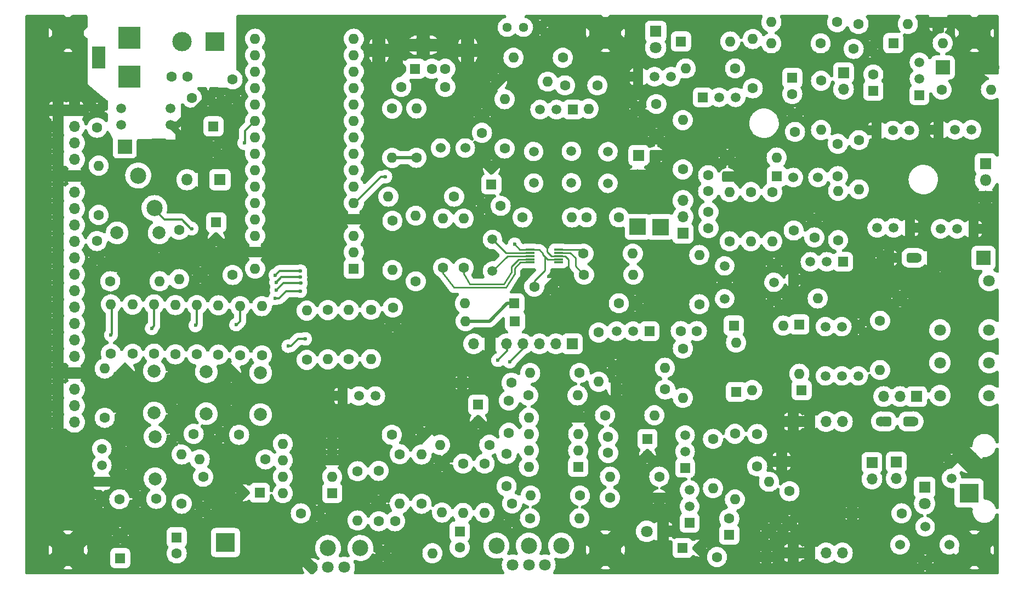
<source format=gbr>
%TF.GenerationSoftware,KiCad,Pcbnew,(6.0.11)*%
%TF.CreationDate,2023-05-06T11:32:47-05:00*%
%TF.ProjectId,RFBitBangerNano,52464269-7442-4616-9e67-65724e616e6f,rev?*%
%TF.SameCoordinates,Original*%
%TF.FileFunction,Copper,L1,Top*%
%TF.FilePolarity,Positive*%
%FSLAX46Y46*%
G04 Gerber Fmt 4.6, Leading zero omitted, Abs format (unit mm)*
G04 Created by KiCad (PCBNEW (6.0.11)) date 2023-05-06 11:32:47*
%MOMM*%
%LPD*%
G01*
G04 APERTURE LIST*
G04 Aperture macros list*
%AMRoundRect*
0 Rectangle with rounded corners*
0 $1 Rounding radius*
0 $2 $3 $4 $5 $6 $7 $8 $9 X,Y pos of 4 corners*
0 Add a 4 corners polygon primitive as box body*
4,1,4,$2,$3,$4,$5,$6,$7,$8,$9,$2,$3,0*
0 Add four circle primitives for the rounded corners*
1,1,$1+$1,$2,$3*
1,1,$1+$1,$4,$5*
1,1,$1+$1,$6,$7*
1,1,$1+$1,$8,$9*
0 Add four rect primitives between the rounded corners*
20,1,$1+$1,$2,$3,$4,$5,0*
20,1,$1+$1,$4,$5,$6,$7,0*
20,1,$1+$1,$6,$7,$8,$9,0*
20,1,$1+$1,$8,$9,$2,$3,0*%
G04 Aperture macros list end*
%TA.AperFunction,ComponentPad*%
%ADD10C,1.600000*%
%TD*%
%TA.AperFunction,SMDPad,CuDef*%
%ADD11RoundRect,0.381000X0.381000X0.381000X-0.381000X0.381000X-0.381000X-0.381000X0.381000X-0.381000X0*%
%TD*%
%TA.AperFunction,ComponentPad*%
%ADD12R,1.600000X1.600000*%
%TD*%
%TA.AperFunction,ComponentPad*%
%ADD13R,2.200000X2.200000*%
%TD*%
%TA.AperFunction,ComponentPad*%
%ADD14O,2.200000X2.200000*%
%TD*%
%TA.AperFunction,ComponentPad*%
%ADD15R,1.800000X1.800000*%
%TD*%
%TA.AperFunction,ComponentPad*%
%ADD16C,1.800000*%
%TD*%
%TA.AperFunction,ComponentPad*%
%ADD17R,2.500000X2.500000*%
%TD*%
%TA.AperFunction,ComponentPad*%
%ADD18O,2.500000X2.500000*%
%TD*%
%TA.AperFunction,ComponentPad*%
%ADD19R,3.000000X3.000000*%
%TD*%
%TA.AperFunction,ComponentPad*%
%ADD20C,3.000000*%
%TD*%
%TA.AperFunction,ComponentPad*%
%ADD21R,3.500000X3.500000*%
%TD*%
%TA.AperFunction,ComponentPad*%
%ADD22R,2.000000X3.500000*%
%TD*%
%TA.AperFunction,ComponentPad*%
%ADD23O,1.600000X1.600000*%
%TD*%
%TA.AperFunction,ComponentPad*%
%ADD24R,1.520000X1.520000*%
%TD*%
%TA.AperFunction,ComponentPad*%
%ADD25C,1.520000*%
%TD*%
%TA.AperFunction,ComponentPad*%
%ADD26C,2.000000*%
%TD*%
%TA.AperFunction,ComponentPad*%
%ADD27O,1.800000X1.800000*%
%TD*%
%TA.AperFunction,ComponentPad*%
%ADD28C,1.500000*%
%TD*%
%TA.AperFunction,ComponentPad*%
%ADD29C,2.500000*%
%TD*%
%TA.AperFunction,ComponentPad*%
%ADD30R,1.700000X1.700000*%
%TD*%
%TA.AperFunction,ComponentPad*%
%ADD31O,1.700000X1.700000*%
%TD*%
%TA.AperFunction,SMDPad,CuDef*%
%ADD32R,1.400000X0.300000*%
%TD*%
%TA.AperFunction,ComponentPad*%
%ADD33C,1.524000*%
%TD*%
%TA.AperFunction,ComponentPad*%
%ADD34O,2.000000X3.500000*%
%TD*%
%TA.AperFunction,ComponentPad*%
%ADD35O,4.000000X2.000000*%
%TD*%
%TA.AperFunction,ComponentPad*%
%ADD36C,1.440000*%
%TD*%
%TA.AperFunction,ComponentPad*%
%ADD37C,5.000000*%
%TD*%
%TA.AperFunction,ViaPad*%
%ADD38C,0.600000*%
%TD*%
%TA.AperFunction,Conductor*%
%ADD39C,0.500000*%
%TD*%
%TA.AperFunction,Conductor*%
%ADD40C,0.350000*%
%TD*%
%TA.AperFunction,Conductor*%
%ADD41C,0.250000*%
%TD*%
%TA.AperFunction,Conductor*%
%ADD42C,1.000000*%
%TD*%
G04 APERTURE END LIST*
D10*
%TO.P,C32,1*%
%TO.N,AMPOUT*%
X176560000Y-95330000D03*
D11*
X175760000Y-95330000D03*
D10*
%TO.P,C32,2*%
%TO.N,GND*%
X171560000Y-95330000D03*
D11*
X172360000Y-95330000D03*
%TD*%
D10*
%TO.P,C26,1*%
%TO.N,Net-(C26-Pad1)*%
X176080000Y-120620000D03*
D11*
X175280000Y-120620000D03*
D10*
%TO.P,C26,2*%
%TO.N,Net-(C26-Pad2)*%
X171080000Y-120620000D03*
D11*
X171880000Y-120620000D03*
%TD*%
D12*
%TO.P,C6,1*%
%TO.N,+5V*%
X68390000Y-89830000D03*
D10*
%TO.P,C6,2*%
%TO.N,GND*%
X68390000Y-92330000D03*
%TD*%
%TO.P,C10,1*%
%TO.N,GND*%
X69430000Y-122690000D03*
%TO.P,C10,2*%
%TO.N,Net-(C10-Pad2)*%
X71930000Y-122690000D03*
%TD*%
%TO.P,C11,1*%
%TO.N,GND*%
X62400000Y-122550000D03*
%TO.P,C11,2*%
%TO.N,Net-(C11-Pad2)*%
X64900000Y-122550000D03*
%TD*%
D12*
%TO.P,C12,1*%
%TO.N,Net-(C12-Pad1)*%
X110890000Y-83960000D03*
D10*
%TO.P,C12,2*%
%TO.N,GND*%
X110890000Y-81460000D03*
%TD*%
%TO.P,C13,1*%
%TO.N,Net-(C12-Pad1)*%
X112320000Y-87280000D03*
%TO.P,C13,2*%
%TO.N,GND*%
X109820000Y-87280000D03*
%TD*%
D12*
%TO.P,C15,1*%
%TO.N,Net-(C15-Pad1)*%
X75120000Y-131650000D03*
D10*
%TO.P,C15,2*%
%TO.N,GND*%
X72620000Y-131650000D03*
%TD*%
%TO.P,C16,1*%
%TO.N,GND*%
X56630000Y-132600000D03*
%TO.P,C16,2*%
%TO.N,Net-(C16-Pad2)*%
X59130000Y-132600000D03*
%TD*%
%TO.P,C17,1*%
%TO.N,GND*%
X50930000Y-132660000D03*
%TO.P,C17,2*%
%TO.N,Net-(C17-Pad2)*%
X53430000Y-132660000D03*
%TD*%
D12*
%TO.P,C19,1*%
%TO.N,Net-(C19-Pad1)*%
X62280000Y-138550000D03*
D10*
%TO.P,C19,2*%
%TO.N,SPKR*%
X62280000Y-141050000D03*
%TD*%
%TO.P,C20,1*%
%TO.N,GND*%
X160770000Y-89660000D03*
%TO.P,C20,2*%
%TO.N,Net-(C14-Pad2)*%
X160770000Y-92160000D03*
%TD*%
%TO.P,C21,1*%
%TO.N,Net-(C21-Pad1)*%
X127265000Y-68645000D03*
%TO.P,C21,2*%
%TO.N,Net-(C21-Pad2)*%
X122265000Y-68645000D03*
%TD*%
%TO.P,C22,1*%
%TO.N,Net-(C21-Pad1)*%
X136370000Y-71530000D03*
%TO.P,C22,2*%
%TO.N,GND*%
X136370000Y-76530000D03*
%TD*%
%TO.P,C25,1*%
%TO.N,+5V*%
X114080000Y-133300000D03*
%TO.P,C25,2*%
%TO.N,GND*%
X114080000Y-135800000D03*
%TD*%
%TO.P,C33,1*%
%TO.N,AUDIOFILT*%
X95670000Y-103020000D03*
%TO.P,C33,2*%
%TO.N,GND*%
X95670000Y-105520000D03*
%TD*%
%TO.P,C34,1*%
%TO.N,Net-(C34-Pad1)*%
X93500000Y-136060000D03*
%TO.P,C34,2*%
%TO.N,Net-(C34-Pad2)*%
X96000000Y-136060000D03*
%TD*%
%TO.P,C35,1*%
%TO.N,Net-(C35-Pad1)*%
X113230000Y-125650000D03*
%TO.P,C35,2*%
%TO.N,AUDIO*%
X113230000Y-130650000D03*
%TD*%
D13*
%TO.P,D1,1,K*%
%TO.N,+12V*%
X54260000Y-78100000D03*
D14*
%TO.P,D1,2,A*%
%TO.N,GND*%
X61880000Y-78100000D03*
%TD*%
D15*
%TO.P,D3,1,K*%
%TO.N,GND*%
X137410000Y-137630000D03*
D16*
%TO.P,D3,2,A*%
%TO.N,Net-(D3-Pad2)*%
X134870000Y-137630000D03*
%TD*%
D17*
%TO.P,D4,1,K*%
%TO.N,Net-(C48-Pad2)*%
X133500000Y-90530000D03*
D18*
%TO.P,D4,2,A*%
%TO.N,GND*%
X133500000Y-82910000D03*
%TD*%
D17*
%TO.P,D5,1,K*%
%TO.N,Net-(C48-Pad2)*%
X137000000Y-90550000D03*
D18*
%TO.P,D5,2,A*%
%TO.N,GND*%
X137000000Y-82930000D03*
%TD*%
D19*
%TO.P,J1,1,Pin_1*%
%TO.N,Net-(C58-Pad1)*%
X68195000Y-61835000D03*
D20*
%TO.P,J1,2,Pin_2*%
%TO.N,Net-(C58-Pad2)*%
X63115000Y-61835000D03*
%TD*%
D21*
%TO.P,J2,1*%
%TO.N,Net-(C58-Pad2)*%
X54955000Y-67305000D03*
%TO.P,J2,2*%
%TO.N,Net-(C58-Pad1)*%
X54955000Y-61305000D03*
D22*
%TO.P,J2,3*%
%TO.N,unconnected-(J2-Pad3)*%
X50255000Y-64305000D03*
%TD*%
D19*
%TO.P,J11,1,Pin_1*%
%TO.N,SPKR*%
X69800000Y-139350000D03*
D20*
%TO.P,J11,2,Pin_2*%
%TO.N,GND*%
X74880000Y-139350000D03*
%TD*%
D10*
%TO.P,L3,1,1*%
%TO.N,Net-(C12-Pad1)*%
X105140000Y-85860000D03*
D23*
%TO.P,L3,2,2*%
%TO.N,Net-(L3-Pad2)*%
X94980000Y-85860000D03*
%TD*%
D10*
%TO.P,L9,1,1*%
%TO.N,TRANSMIT*%
X99210000Y-98960000D03*
D23*
%TO.P,L9,2,2*%
%TO.N,Net-(L9-Pad2)*%
X99210000Y-88800000D03*
%TD*%
D24*
%TO.P,Q1,1,E*%
%TO.N,Net-(C49-Pad1)*%
X141500000Y-136300000D03*
D25*
%TO.P,Q1,2,B*%
%TO.N,Net-(C50-Pad1)*%
X141500000Y-133760000D03*
%TO.P,Q1,3,C*%
%TO.N,Net-(C54-Pad1)*%
X141500000Y-131220000D03*
%TD*%
D24*
%TO.P,Q2,1,E*%
%TO.N,Net-(C21-Pad1)*%
X123490000Y-72390000D03*
D25*
%TO.P,Q2,2,B*%
%TO.N,Net-(C21-Pad2)*%
X120950000Y-72390000D03*
%TO.P,Q2,3,C*%
%TO.N,Net-(C36-Pad1)*%
X118410000Y-72390000D03*
%TD*%
D24*
%TO.P,Q3,1,S*%
%TO.N,GND*%
X170350000Y-75630000D03*
D25*
%TO.P,Q3,2,G*%
%TO.N,Net-(C23-Pad2)*%
X172890000Y-75630000D03*
%TO.P,Q3,3,D*%
%TO.N,AMPOUT*%
X175430000Y-75630000D03*
%TD*%
D24*
%TO.P,Q4,1,E*%
%TO.N,GND*%
X87884000Y-116692000D03*
D25*
%TO.P,Q4,2,B*%
%TO.N,Net-(Q4-Pad2)*%
X90424000Y-116692000D03*
%TO.P,Q4,3,C*%
%TO.N,Net-(C18-Pad1)*%
X92964000Y-116692000D03*
%TD*%
D26*
%TO.P,SW2,1,1*%
%TO.N,Net-(C10-Pad2)*%
X75245000Y-119575000D03*
X75245000Y-113075000D03*
%TO.P,SW2,2,2*%
%TO.N,GND*%
X70745000Y-119575000D03*
X70745000Y-113075000D03*
%TD*%
%TO.P,SW3,1,1*%
%TO.N,Net-(C16-Pad2)*%
X58825000Y-119315000D03*
X58825000Y-112815000D03*
%TO.P,SW3,2,2*%
%TO.N,GND*%
X54325000Y-112815000D03*
X54325000Y-119315000D03*
%TD*%
%TO.P,SW4,1,1*%
%TO.N,Net-(C17-Pad2)*%
X58945000Y-122985000D03*
X58945000Y-129485000D03*
%TO.P,SW4,2,2*%
%TO.N,GND*%
X54445000Y-129485000D03*
X54445000Y-122985000D03*
%TD*%
%TO.P,SW5,1,1*%
%TO.N,Net-(C11-Pad2)*%
X66865000Y-119425000D03*
X66865000Y-112925000D03*
%TO.P,SW5,2,2*%
%TO.N,GND*%
X62365000Y-119425000D03*
X62365000Y-112925000D03*
%TD*%
D15*
%TO.P,U2,1,VI*%
%TO.N,+12V*%
X68960000Y-83225000D03*
D27*
%TO.P,U2,2,GND*%
%TO.N,GND*%
X66420000Y-83225000D03*
%TO.P,U2,3,VO*%
%TO.N,+5V*%
X63880000Y-83225000D03*
%TD*%
D28*
%TO.P,Y2,1,1*%
%TO.N,Net-(C21-Pad2)*%
X117420000Y-78870000D03*
%TO.P,Y2,2,2*%
%TO.N,Net-(C48-Pad1)*%
X117420000Y-83750000D03*
%TD*%
D10*
%TO.P,C37,1*%
%TO.N,+12V*%
X81450000Y-134840000D03*
%TO.P,C37,2*%
%TO.N,GND*%
X83950000Y-134840000D03*
%TD*%
D12*
%TO.P,U3,1*%
%TO.N,unconnected-(U3-Pad1)*%
X86300000Y-131700000D03*
D23*
%TO.P,U3,2,-*%
%TO.N,Net-(RV1-Pad2)*%
X86300000Y-129160000D03*
%TO.P,U3,3,+*%
%TO.N,GND*%
X86300000Y-126620000D03*
%TO.P,U3,4,Gnd*%
X86300000Y-124080000D03*
%TO.P,U3,5*%
%TO.N,Net-(L10-Pad1)*%
X78680000Y-124080000D03*
%TO.P,U3,6,V+*%
%TO.N,+12V*%
X78680000Y-126620000D03*
%TO.P,U3,7*%
%TO.N,Net-(C15-Pad1)*%
X78680000Y-129160000D03*
%TO.P,U3,8*%
%TO.N,unconnected-(U3-Pad8)*%
X78680000Y-131700000D03*
%TD*%
D12*
%TO.P,U4,1*%
%TO.N,Net-(C39-Pad2)*%
X124300000Y-127650000D03*
D23*
%TO.P,U4,2,-*%
%TO.N,Net-(R63-Pad1)*%
X124300000Y-125110000D03*
%TO.P,U4,3,+*%
%TO.N,Net-(C54-Pad2)*%
X124300000Y-122570000D03*
%TO.P,U4,4,V-*%
%TO.N,GND*%
X124300000Y-120030000D03*
%TO.P,U4,5,+*%
%TO.N,Net-(C40-Pad1)*%
X116680000Y-120030000D03*
%TO.P,U4,6,-*%
%TO.N,Net-(C35-Pad1)*%
X116680000Y-122570000D03*
%TO.P,U4,7*%
%TO.N,AUDIO*%
X116680000Y-125110000D03*
%TO.P,U4,8,V+*%
%TO.N,+5V*%
X116680000Y-127650000D03*
%TD*%
D24*
%TO.P,Q5,1,S*%
%TO.N,GND*%
X185340000Y-90830000D03*
D25*
%TO.P,Q5,2,G*%
%TO.N,Net-(C23-Pad2)*%
X182800000Y-90830000D03*
%TO.P,Q5,3,D*%
%TO.N,AMPOUT*%
X180260000Y-90830000D03*
%TD*%
D24*
%TO.P,Q6,1,S*%
%TO.N,GND*%
X175560000Y-90680000D03*
D25*
%TO.P,Q6,2,G*%
%TO.N,Net-(C23-Pad2)*%
X173020000Y-90680000D03*
%TO.P,Q6,3,D*%
%TO.N,AMPOUT*%
X170480000Y-90680000D03*
%TD*%
D24*
%TO.P,Q7,1,S*%
%TO.N,GND*%
X179960000Y-75520000D03*
D25*
%TO.P,Q7,2,G*%
%TO.N,Net-(C23-Pad2)*%
X182500000Y-75520000D03*
%TO.P,Q7,3,D*%
%TO.N,AMPOUT*%
X185040000Y-75520000D03*
%TD*%
D12*
%TO.P,C14,1*%
%TO.N,Net-(C14-Pad1)*%
X157360000Y-67480000D03*
D10*
%TO.P,C14,2*%
%TO.N,Net-(C14-Pad2)*%
X157360000Y-69980000D03*
%TD*%
D29*
%TO.P,RV3,1,1*%
%TO.N,GND*%
X53840000Y-87625000D03*
%TO.P,RV3,2,2*%
%TO.N,Net-(RV3-Pad2)*%
X56340000Y-82585000D03*
%TO.P,RV3,3,3*%
%TO.N,+5V*%
X58840000Y-87625000D03*
%TD*%
D10*
%TO.P,C42,1*%
%TO.N,+5V*%
X49990000Y-75190000D03*
%TO.P,C42,2*%
%TO.N,GND*%
X49990000Y-72690000D03*
%TD*%
%TO.P,R2,1*%
%TO.N,Net-(R2-Pad1)*%
X52020000Y-98940000D03*
D23*
%TO.P,R2,2*%
%TO.N,+5V*%
X59640000Y-98940000D03*
%TD*%
D10*
%TO.P,R3,1*%
%TO.N,Net-(C11-Pad2)*%
X65410000Y-110260000D03*
D23*
%TO.P,R3,2*%
%TO.N,DB5*%
X65410000Y-102640000D03*
%TD*%
D10*
%TO.P,R4,1*%
%TO.N,+5V*%
X116860000Y-135600000D03*
D23*
%TO.P,R4,2*%
%TO.N,Net-(D3-Pad2)*%
X124480000Y-135600000D03*
%TD*%
D10*
%TO.P,R6,1*%
%TO.N,Net-(C10-Pad2)*%
X75430000Y-110410000D03*
D23*
%TO.P,R6,2*%
%TO.N,+5V*%
X75430000Y-102790000D03*
%TD*%
D10*
%TO.P,R7,1*%
%TO.N,Net-(L3-Pad2)*%
X95610000Y-89600000D03*
D23*
%TO.P,R7,2*%
%TO.N,TUNING*%
X95610000Y-97220000D03*
%TD*%
D10*
%TO.P,R8,1*%
%TO.N,Net-(C14-Pad1)*%
X148530000Y-66020000D03*
D23*
%TO.P,R8,2*%
%TO.N,Net-(C36-Pad1)*%
X140910000Y-66020000D03*
%TD*%
D10*
%TO.P,R9,1*%
%TO.N,Net-(C12-Pad1)*%
X115710000Y-89080000D03*
D23*
%TO.P,R9,2*%
%TO.N,Net-(C48-Pad2)*%
X123330000Y-89080000D03*
%TD*%
D10*
%TO.P,R11,1*%
%TO.N,Net-(C19-Pad1)*%
X63060000Y-133350000D03*
D23*
%TO.P,R11,2*%
%TO.N,Net-(L10-Pad1)*%
X63060000Y-125730000D03*
%TD*%
D10*
%TO.P,R12,1*%
%TO.N,Net-(C16-Pad2)*%
X62080000Y-110240000D03*
D23*
%TO.P,R12,2*%
%TO.N,+5V*%
X62080000Y-102620000D03*
%TD*%
D10*
%TO.P,R13,1*%
%TO.N,Net-(C17-Pad2)*%
X55470000Y-110170000D03*
D23*
%TO.P,R13,2*%
%TO.N,+5V*%
X55470000Y-102550000D03*
%TD*%
D10*
%TO.P,R14,1*%
%TO.N,Net-(C14-Pad1)*%
X151260000Y-69090000D03*
D23*
%TO.P,R14,2*%
%TO.N,Net-(D18-Pad2)*%
X151260000Y-61470000D03*
%TD*%
D10*
%TO.P,R15,1*%
%TO.N,Net-(C36-Pad1)*%
X112930000Y-78400000D03*
D23*
%TO.P,R15,2*%
%TO.N,Net-(C21-Pad2)*%
X112930000Y-70780000D03*
%TD*%
D10*
%TO.P,R16,1*%
%TO.N,GND*%
X111980000Y-68060000D03*
D23*
%TO.P,R16,2*%
%TO.N,Net-(C21-Pad2)*%
X119600000Y-68060000D03*
%TD*%
D10*
%TO.P,R17,1*%
%TO.N,GND*%
X133530000Y-72250000D03*
D23*
%TO.P,R17,2*%
%TO.N,Net-(C21-Pad1)*%
X125910000Y-72250000D03*
%TD*%
D10*
%TO.P,R18,1*%
%TO.N,+5V*%
X124500000Y-113130000D03*
D23*
%TO.P,R18,2*%
%TO.N,Net-(C40-Pad1)*%
X116880000Y-113130000D03*
%TD*%
D10*
%TO.P,R19,1*%
%TO.N,Net-(C40-Pad1)*%
X113990000Y-114630000D03*
D23*
%TO.P,R19,2*%
%TO.N,GND*%
X106370000Y-114630000D03*
%TD*%
D10*
%TO.P,R20,1*%
%TO.N,Net-(Q9-Pad2)*%
X147690000Y-92760000D03*
D23*
%TO.P,R20,2*%
%TO.N,Net-(C56-Pad1)*%
X147690000Y-85140000D03*
%TD*%
D10*
%TO.P,R21,1*%
%TO.N,GND*%
X153770000Y-137580000D03*
D23*
%TO.P,R21,2*%
%TO.N,Net-(C27-Pad1)*%
X153770000Y-129960000D03*
%TD*%
D10*
%TO.P,R23,1*%
%TO.N,AUDIO*%
X109840000Y-127140000D03*
D23*
%TO.P,R23,2*%
%TO.N,Net-(C45-Pad2)*%
X109840000Y-134760000D03*
%TD*%
D10*
%TO.P,R26,1*%
%TO.N,Net-(C35-Pad1)*%
X110570000Y-124240000D03*
D23*
%TO.P,R26,2*%
%TO.N,Net-(C45-Pad2)*%
X102950000Y-124240000D03*
%TD*%
D10*
%TO.P,R27,1*%
%TO.N,Net-(C45-Pad2)*%
X106510000Y-127150000D03*
D23*
%TO.P,R27,2*%
%TO.N,Net-(C39-Pad1)*%
X106510000Y-134770000D03*
%TD*%
D10*
%TO.P,R29,1*%
%TO.N,Net-(C10-Pad2)*%
X72080000Y-110410000D03*
D23*
%TO.P,R29,2*%
%TO.N,DB4*%
X72080000Y-102790000D03*
%TD*%
D10*
%TO.P,R30,1*%
%TO.N,Net-(Q4-Pad2)*%
X88880000Y-111020000D03*
D23*
%TO.P,R30,2*%
%TO.N,MUTEAUDIO*%
X88880000Y-103400000D03*
%TD*%
D10*
%TO.P,R31,1*%
%TO.N,Net-(C60-Pad2)*%
X90220000Y-128320000D03*
D23*
%TO.P,R31,2*%
%TO.N,Net-(C34-Pad1)*%
X90220000Y-135940000D03*
%TD*%
D10*
%TO.P,R32,1*%
%TO.N,AUDIO*%
X100090000Y-133350000D03*
D23*
%TO.P,R32,2*%
%TO.N,Net-(C18-Pad1)*%
X100090000Y-125730000D03*
%TD*%
D10*
%TO.P,R33,1*%
%TO.N,Net-(C11-Pad2)*%
X68730000Y-110290000D03*
D23*
%TO.P,R33,2*%
%TO.N,+5V*%
X68730000Y-102670000D03*
%TD*%
D10*
%TO.P,R34,1*%
%TO.N,Net-(C18-Pad1)*%
X96740000Y-125690000D03*
D23*
%TO.P,R34,2*%
%TO.N,Net-(C34-Pad1)*%
X96740000Y-133310000D03*
%TD*%
D10*
%TO.P,R36,1*%
%TO.N,GND*%
X103270000Y-127100000D03*
D23*
%TO.P,R36,2*%
%TO.N,AUDIO*%
X103270000Y-134720000D03*
%TD*%
D10*
%TO.P,R37,1*%
%TO.N,GND*%
X94160000Y-141010000D03*
D23*
%TO.P,R37,2*%
%TO.N,Net-(C39-Pad2)*%
X101780000Y-141010000D03*
%TD*%
D10*
%TO.P,R46,1*%
%TO.N,Net-(C17-Pad2)*%
X52130000Y-110140000D03*
D23*
%TO.P,R46,2*%
%TO.N,DB7*%
X52130000Y-102520000D03*
%TD*%
D10*
%TO.P,R47,1*%
%TO.N,Net-(C16-Pad2)*%
X58800000Y-110130000D03*
D23*
%TO.P,R47,2*%
%TO.N,DB6*%
X58800000Y-102510000D03*
%TD*%
D10*
%TO.P,R24,1*%
%TO.N,AUDIOFILT*%
X92290000Y-103360000D03*
D23*
%TO.P,R24,2*%
%TO.N,AUDIO*%
X92290000Y-110980000D03*
%TD*%
D10*
%TO.P,C44,1*%
%TO.N,GND*%
X67110000Y-70570000D03*
%TO.P,C44,2*%
%TO.N,+12V*%
X64610000Y-70570000D03*
%TD*%
D30*
%TO.P,JP4,1,1*%
%TO.N,Net-(C26-Pad2)*%
X169660000Y-126990000D03*
D31*
%TO.P,JP4,2,2*%
%TO.N,Net-(J18-Pad3)*%
X169660000Y-129530000D03*
%TD*%
D10*
%TO.P,C47,1*%
%TO.N,GND*%
X120010000Y-99770000D03*
%TO.P,C47,2*%
%TO.N,Net-(C47-Pad2)*%
X117510000Y-99770000D03*
%TD*%
D12*
%TO.P,D10,1,K*%
%TO.N,Net-(D10-Pad1)*%
X114440000Y-102370000D03*
D23*
%TO.P,D10,2,A*%
%TO.N,+5V*%
X106820000Y-102370000D03*
%TD*%
D12*
%TO.P,D14,1,K*%
%TO.N,Net-(C47-Pad2)*%
X114530000Y-105110000D03*
D23*
%TO.P,D14,2,A*%
%TO.N,Net-(D10-Pad1)*%
X106910000Y-105110000D03*
%TD*%
D30*
%TO.P,JP5,1,1*%
%TO.N,PLLOSC*%
X140475000Y-91525000D03*
D31*
%TO.P,JP5,2,2*%
%TO.N,Net-(C51-Pad1)*%
X140475000Y-88985000D03*
%TO.P,JP5,3,3*%
%TO.N,XOSC*%
X140475000Y-86445000D03*
%TD*%
D10*
%TO.P,R35,1*%
%TO.N,SCL*%
X106600000Y-96850000D03*
D23*
%TO.P,R35,2*%
%TO.N,Net-(C47-Pad2)*%
X106600000Y-89230000D03*
%TD*%
D10*
%TO.P,R48,1*%
%TO.N,SDA*%
X103440000Y-96850000D03*
D23*
%TO.P,R48,2*%
%TO.N,Net-(C47-Pad2)*%
X103440000Y-89230000D03*
%TD*%
D10*
%TO.P,R49,1*%
%TO.N,Net-(J10-Pad1)*%
X125120000Y-94680000D03*
D23*
%TO.P,R49,2*%
%TO.N,PLLOSC*%
X132740000Y-94680000D03*
%TD*%
D10*
%TO.P,R50,1*%
%TO.N,Net-(J10-Pad2)*%
X125200000Y-97920000D03*
D23*
%TO.P,R50,2*%
%TO.N,PLLOSC*%
X132820000Y-97920000D03*
%TD*%
D32*
%TO.P,U6,1,Vdd*%
%TO.N,Net-(C47-Pad2)*%
X116830000Y-94040000D03*
%TO.P,U6,2,XA*%
%TO.N,Net-(U6-Pad2)*%
X116830000Y-94540000D03*
%TO.P,U6,3,XB*%
%TO.N,Net-(U6-Pad3)*%
X116830000Y-95040000D03*
%TO.P,U6,4,SCL*%
%TO.N,SCL*%
X116830000Y-95540000D03*
%TO.P,U6,5,SDA*%
%TO.N,SDA*%
X116830000Y-96040000D03*
%TO.P,U6,6,CLK2*%
%TO.N,unconnected-(U6-Pad6)*%
X121230000Y-96040000D03*
%TO.P,U6,7,VDDO*%
%TO.N,Net-(C47-Pad2)*%
X121230000Y-95540000D03*
%TO.P,U6,8,GND*%
%TO.N,GND*%
X121230000Y-95040000D03*
%TO.P,U6,9,CLK1*%
%TO.N,Net-(J10-Pad2)*%
X121230000Y-94540000D03*
%TO.P,U6,10,CLK0*%
%TO.N,Net-(J10-Pad1)*%
X121230000Y-94040000D03*
%TD*%
D28*
%TO.P,Y3,1,1*%
%TO.N,Net-(U6-Pad2)*%
X111060000Y-92480000D03*
%TO.P,Y3,2,2*%
%TO.N,Net-(U6-Pad3)*%
X111060000Y-97360000D03*
%TD*%
%TO.P,J12,1,In*%
%TO.N,Net-(J12-Pad1)*%
X181945000Y-129425000D03*
D19*
X184673000Y-131711000D03*
D28*
%TO.P,J12,2,Ext*%
%TO.N,GND*%
X181945000Y-126885000D03*
D20*
X184673000Y-126631000D03*
%TD*%
D16*
%TO.P,RLY1,1,Coil*%
%TO.N,TXRELAY*%
X187775000Y-98845000D03*
%TO.P,RLY1,2,Pole*%
%TO.N,AMPOUT*%
X187775000Y-106465000D03*
%TO.P,RLY1,3,NC*%
%TO.N,Net-(RLY1-Pad3)*%
X187775000Y-111545000D03*
%TO.P,RLY1,4,NO*%
%TO.N,Net-(C26-Pad1)*%
X187775000Y-116625000D03*
%TO.P,RLY1,5,Coil*%
%TO.N,GND*%
X180175000Y-98845000D03*
%TO.P,RLY1,6,Pole*%
%TO.N,RF*%
X180175000Y-106465000D03*
%TO.P,RLY1,7,NC*%
%TO.N,Net-(JP7-Pad2)*%
X180175000Y-111545000D03*
%TO.P,RLY1,8,NO*%
%TO.N,unconnected-(RLY1-Pad8)*%
X180175000Y-116625000D03*
%TD*%
D10*
%TO.P,C30,1*%
%TO.N,Net-(C30-Pad1)*%
X140130000Y-106640000D03*
%TO.P,C30,2*%
%TO.N,Net-(C30-Pad2)*%
X142630000Y-106640000D03*
%TD*%
D12*
%TO.P,D9,1,K*%
%TO.N,Net-(D11-Pad2)*%
X158450000Y-105625000D03*
D23*
%TO.P,D9,2,A*%
%TO.N,Net-(D12-Pad1)*%
X158450000Y-113245000D03*
%TD*%
D12*
%TO.P,D11,1,K*%
%TO.N,Net-(D11-Pad1)*%
X148325000Y-105800000D03*
D23*
%TO.P,D11,2,A*%
%TO.N,Net-(D11-Pad2)*%
X155945000Y-105800000D03*
%TD*%
D12*
%TO.P,D12,1,K*%
%TO.N,Net-(D12-Pad1)*%
X158800000Y-115775000D03*
D23*
%TO.P,D12,2,A*%
%TO.N,Net-(D12-Pad2)*%
X151180000Y-115775000D03*
%TD*%
D12*
%TO.P,D13,1,K*%
%TO.N,Net-(D12-Pad2)*%
X148675000Y-116050000D03*
D23*
%TO.P,D13,2,A*%
%TO.N,Net-(D11-Pad1)*%
X148675000Y-108430000D03*
%TD*%
D10*
%TO.P,R5,1*%
%TO.N,Net-(C30-Pad1)*%
X140470000Y-109350000D03*
D23*
%TO.P,R5,2*%
%TO.N,Net-(Q10-Pad1)*%
X140470000Y-116970000D03*
%TD*%
D10*
%TO.P,R22,1*%
%TO.N,Net-(C49-Pad1)*%
X145740000Y-141600000D03*
D23*
%TO.P,R22,2*%
%TO.N,GND*%
X153360000Y-141600000D03*
%TD*%
D10*
%TO.P,R25,1*%
%TO.N,RF*%
X170920000Y-105050000D03*
D23*
%TO.P,R25,2*%
%TO.N,Net-(R25-Pad2)*%
X170920000Y-112670000D03*
%TD*%
D12*
%TO.P,C36,1*%
%TO.N,Net-(C36-Pad1)*%
X169875000Y-69455000D03*
D10*
%TO.P,C36,2*%
%TO.N,Net-(C36-Pad2)*%
X169875000Y-66955000D03*
%TD*%
D24*
%TO.P,Q8,1,E*%
%TO.N,Net-(C36-Pad1)*%
X143530000Y-70490000D03*
D25*
%TO.P,Q8,2,B*%
%TO.N,Net-(C14-Pad1)*%
X146070000Y-70490000D03*
%TO.P,Q8,3,C*%
%TO.N,Net-(C14-Pad2)*%
X148610000Y-70490000D03*
%TD*%
D10*
%TO.P,R38,1*%
%TO.N,Net-(D18-Pad1)*%
X167585000Y-59145000D03*
D23*
%TO.P,R38,2*%
%TO.N,Net-(D15-Pad1)*%
X175205000Y-59145000D03*
%TD*%
D10*
%TO.P,R39,1*%
%TO.N,Net-(Q13-Pad2)*%
X180435000Y-69295000D03*
D23*
%TO.P,R39,2*%
%TO.N,Net-(D15-Pad2)*%
X188055000Y-69295000D03*
%TD*%
D30*
%TO.P,JP1,1,1*%
%TO.N,Net-(D15-Pad2)*%
X165265000Y-66695000D03*
D31*
%TO.P,JP1,2,2*%
%TO.N,Net-(C36-Pad2)*%
X165265000Y-69235000D03*
%TD*%
D12*
%TO.P,C39,1*%
%TO.N,Net-(C39-Pad1)*%
X105990000Y-137650000D03*
D10*
%TO.P,C39,2*%
%TO.N,Net-(C39-Pad2)*%
X105990000Y-140150000D03*
%TD*%
D12*
%TO.P,C40,1*%
%TO.N,Net-(C40-Pad1)*%
X108850000Y-118040000D03*
D10*
%TO.P,C40,2*%
%TO.N,GND*%
X108850000Y-120540000D03*
%TD*%
D30*
%TO.P,JP2,1,1*%
%TO.N,Net-(J12-Pad1)*%
X173430000Y-126910000D03*
D31*
%TO.P,JP2,2,2*%
%TO.N,Net-(J18-Pad3)*%
X173430000Y-129450000D03*
%TD*%
D33*
%TO.P,T3,1,RF*%
%TO.N,Net-(J18-Pad3)*%
X174000000Y-139700000D03*
%TO.P,T3,2,RF*%
%TO.N,Net-(J12-Pad1)*%
X181620000Y-139700000D03*
%TO.P,T3,3,SAMPLE*%
%TO.N,GND*%
X177873500Y-142494000D03*
%TO.P,T3,4,SAMPLE*%
%TO.N,Net-(D16-Pad2)*%
X177873500Y-136906000D03*
%TD*%
D15*
%TO.P,D16,1,K*%
%TO.N,Net-(D16-Pad1)*%
X177810000Y-130820000D03*
D16*
%TO.P,D16,2,A*%
%TO.N,Net-(D16-Pad2)*%
X177810000Y-133360000D03*
%TD*%
D10*
%TO.P,R28,1*%
%TO.N,Net-(D16-Pad1)*%
X174230000Y-134840000D03*
D23*
%TO.P,R28,2*%
%TO.N,GND*%
X166610000Y-134840000D03*
%TD*%
D12*
%TO.P,D17,1,K*%
%TO.N,Net-(C23-Pad2)*%
X154960000Y-82730000D03*
D23*
%TO.P,D17,2,A*%
%TO.N,GND*%
X147340000Y-82730000D03*
%TD*%
D24*
%TO.P,Q9,1,S*%
%TO.N,Net-(Q9-Pad1)*%
X165240000Y-95940000D03*
D25*
%TO.P,Q9,2,G*%
%TO.N,Net-(Q9-Pad2)*%
X162700000Y-95940000D03*
%TO.P,Q9,3,D*%
%TO.N,Net-(C14-Pad2)*%
X160160000Y-95940000D03*
%TD*%
D10*
%TO.P,C46,1*%
%TO.N,GND*%
X109440000Y-73480000D03*
%TO.P,C46,2*%
%TO.N,Net-(C36-Pad1)*%
X109440000Y-75980000D03*
%TD*%
%TO.P,R51,1*%
%TO.N,Net-(Q9-Pad1)*%
X164440000Y-92580000D03*
D23*
%TO.P,R51,2*%
%TO.N,Net-(C23-Pad1)*%
X164440000Y-84960000D03*
%TD*%
D10*
%TO.P,R52,1*%
%TO.N,Net-(C14-Pad2)*%
X150960000Y-85130000D03*
D23*
%TO.P,R52,2*%
%TO.N,Net-(Q9-Pad2)*%
X150960000Y-92750000D03*
%TD*%
D10*
%TO.P,C24,1*%
%TO.N,GND*%
X157780000Y-73340000D03*
%TO.P,C24,2*%
%TO.N,Net-(C14-Pad2)*%
X157780000Y-75840000D03*
%TD*%
%TO.P,R53,1*%
%TO.N,Net-(C23-Pad2)*%
X154260000Y-85130000D03*
D23*
%TO.P,R53,2*%
%TO.N,Net-(C14-Pad2)*%
X154260000Y-92750000D03*
%TD*%
D12*
%TO.P,C49,1*%
%TO.N,Net-(C49-Pad1)*%
X147630000Y-138140000D03*
D10*
%TO.P,C49,2*%
%TO.N,Net-(C43-Pad1)*%
X147630000Y-135640000D03*
%TD*%
D12*
%TO.P,C50,1*%
%TO.N,Net-(C50-Pad1)*%
X140400000Y-140200000D03*
D10*
%TO.P,C50,2*%
%TO.N,GND*%
X142900000Y-140200000D03*
%TD*%
%TO.P,C51,1*%
%TO.N,Net-(C51-Pad1)*%
X144420000Y-88230000D03*
%TO.P,C51,2*%
%TO.N,Net-(C51-Pad2)*%
X144420000Y-90730000D03*
%TD*%
D12*
%TO.P,C52,1*%
%TO.N,Net-(C52-Pad1)*%
X134990000Y-123330000D03*
D10*
%TO.P,C52,2*%
%TO.N,GND*%
X134990000Y-125830000D03*
%TD*%
%TO.P,C54,1*%
%TO.N,Net-(C54-Pad1)*%
X128930000Y-125500000D03*
%TO.P,C54,2*%
%TO.N,Net-(C54-Pad2)*%
X128930000Y-123000000D03*
%TD*%
%TO.P,C55,1*%
%TO.N,GND*%
X133080000Y-102340000D03*
%TO.P,C55,2*%
%TO.N,Net-(C36-Pad1)*%
X130580000Y-102340000D03*
%TD*%
%TO.P,C56,1*%
%TO.N,Net-(C56-Pad1)*%
X144370000Y-82530000D03*
%TO.P,C56,2*%
%TO.N,Net-(C51-Pad1)*%
X144370000Y-85030000D03*
%TD*%
D30*
%TO.P,JP7,1,1*%
%TO.N,Net-(J17-Pad4)*%
X176560000Y-116780000D03*
D31*
%TO.P,JP7,2,2*%
%TO.N,Net-(JP7-Pad2)*%
X174020000Y-116780000D03*
%TO.P,JP7,3,3*%
%TO.N,Net-(J18-Pad3)*%
X171480000Y-116780000D03*
%TD*%
D10*
%TO.P,L5,1,1*%
%TO.N,IF*%
X148500000Y-122540000D03*
D23*
%TO.P,L5,2,2*%
%TO.N,Net-(C43-Pad1)*%
X148500000Y-132700000D03*
%TD*%
D24*
%TO.P,Q10,1,E*%
%TO.N,Net-(Q10-Pad1)*%
X135300000Y-106675000D03*
D25*
%TO.P,Q10,2,B*%
%TO.N,Net-(Q10-Pad2)*%
X132760000Y-106675000D03*
%TO.P,Q10,3,C*%
%TO.N,Net-(C36-Pad1)*%
X130220000Y-106675000D03*
%TD*%
D24*
%TO.P,Q11,1,E*%
%TO.N,Net-(Q11-Pad1)*%
X140800000Y-127800000D03*
D25*
%TO.P,Q11,2,B*%
%TO.N,Net-(C52-Pad1)*%
X140800000Y-125260000D03*
%TO.P,Q11,3,C*%
%TO.N,+5V*%
X140800000Y-122720000D03*
%TD*%
D24*
%TO.P,Q12,1,E*%
%TO.N,GND*%
X133550000Y-67310000D03*
D25*
%TO.P,Q12,2,B*%
%TO.N,Net-(Q12-Pad2)*%
X136090000Y-67310000D03*
%TO.P,Q12,3,C*%
%TO.N,Net-(D18-Pad1)*%
X138630000Y-67310000D03*
%TD*%
D24*
%TO.P,Q13,1,E*%
%TO.N,Net-(C36-Pad1)*%
X176995000Y-70155000D03*
D25*
%TO.P,Q13,2,B*%
%TO.N,Net-(Q13-Pad2)*%
X176995000Y-67615000D03*
%TO.P,Q13,3,C*%
%TO.N,TXRELAY*%
X176995000Y-65075000D03*
%TD*%
D10*
%TO.P,R54,1*%
%TO.N,Net-(Q10-Pad2)*%
X143000000Y-102500000D03*
D23*
%TO.P,R54,2*%
%TO.N,Net-(C51-Pad2)*%
X143000000Y-94880000D03*
%TD*%
D10*
%TO.P,R55,1*%
%TO.N,Net-(C36-Pad1)*%
X127460000Y-106870000D03*
D23*
%TO.P,R55,2*%
%TO.N,Net-(Q10-Pad2)*%
X127460000Y-114490000D03*
%TD*%
D10*
%TO.P,R56,1*%
%TO.N,Net-(Q10-Pad2)*%
X137730000Y-115670000D03*
D23*
%TO.P,R56,2*%
%TO.N,GND*%
X130110000Y-115670000D03*
%TD*%
D10*
%TO.P,R57,1*%
%TO.N,Net-(Q11-Pad1)*%
X145120000Y-123330000D03*
D23*
%TO.P,R57,2*%
%TO.N,Net-(C54-Pad1)*%
X145120000Y-130950000D03*
%TD*%
D10*
%TO.P,R58,1*%
%TO.N,Net-(C50-Pad1)*%
X129190000Y-132440000D03*
D23*
%TO.P,R58,2*%
%TO.N,GND*%
X136810000Y-132440000D03*
%TD*%
D10*
%TO.P,R59,1*%
%TO.N,GND*%
X130070000Y-112320000D03*
D23*
%TO.P,R59,2*%
%TO.N,Net-(Q10-Pad1)*%
X137690000Y-112320000D03*
%TD*%
D10*
%TO.P,R60,1*%
%TO.N,Net-(Q11-Pad1)*%
X136820000Y-129170000D03*
D23*
%TO.P,R60,2*%
%TO.N,Net-(C50-Pad1)*%
X129200000Y-129170000D03*
%TD*%
D10*
%TO.P,R61,1*%
%TO.N,+5V*%
X128440000Y-119670000D03*
D23*
%TO.P,R61,2*%
%TO.N,Net-(C52-Pad1)*%
X136060000Y-119670000D03*
%TD*%
D10*
%TO.P,R62,1*%
%TO.N,Net-(C40-Pad1)*%
X116575000Y-116600000D03*
D23*
%TO.P,R62,2*%
%TO.N,Net-(C54-Pad2)*%
X124195000Y-116600000D03*
%TD*%
D10*
%TO.P,R63,1*%
%TO.N,Net-(R63-Pad1)*%
X124570000Y-132100000D03*
D23*
%TO.P,R63,2*%
%TO.N,Net-(C40-Pad1)*%
X116950000Y-132100000D03*
%TD*%
D10*
%TO.P,R65,1*%
%TO.N,Net-(Q12-Pad2)*%
X121920000Y-64370000D03*
D23*
%TO.P,R65,2*%
%TO.N,Net-(L9-Pad2)*%
X114300000Y-64370000D03*
%TD*%
D10*
%TO.P,R66,1*%
%TO.N,Net-(Q9-Pad2)*%
X157580000Y-91090000D03*
D23*
%TO.P,R66,2*%
%TO.N,GND*%
X157580000Y-98710000D03*
%TD*%
D10*
%TO.P,R67,1*%
%TO.N,GND*%
X147330000Y-79800000D03*
D23*
%TO.P,R67,2*%
%TO.N,Net-(C23-Pad2)*%
X154950000Y-79800000D03*
%TD*%
D10*
%TO.P,R68,1*%
%TO.N,XOSC*%
X140455000Y-81645000D03*
D23*
%TO.P,R68,2*%
%TO.N,Net-(C21-Pad1)*%
X140455000Y-74025000D03*
%TD*%
D28*
%TO.P,Y4,1,1*%
%TO.N,Net-(C21-Pad2)*%
X123250000Y-78830000D03*
%TO.P,Y4,2,2*%
%TO.N,Net-(C48-Pad1)*%
X123250000Y-83710000D03*
%TD*%
D12*
%TO.P,P1,1*%
%TO.N,MISO*%
X99075000Y-66075000D03*
D10*
%TO.P,P1,2*%
%TO.N,N/C*%
X101675000Y-66075000D03*
%TO.P,P1,3*%
%TO.N,GND*%
X96975000Y-66075000D03*
%TO.P,P1,4*%
%TO.N,+5V*%
X103775000Y-66075000D03*
%TO.P,P1,5*%
%TO.N,PS2CLK*%
X96975000Y-68875000D03*
%TO.P,P1,6*%
%TO.N,N/C*%
X103775000Y-68875000D03*
D34*
%TO.P,P1,7*%
%TO.N,GND*%
X93525000Y-63225000D03*
X107225000Y-63225000D03*
D35*
X100375000Y-62425000D03*
%TD*%
D10*
%TO.P,R64,1*%
%TO.N,PS2CLK*%
X95570000Y-72240000D03*
D23*
%TO.P,R64,2*%
%TO.N,+5V*%
X95570000Y-79860000D03*
%TD*%
D10*
%TO.P,R70,1*%
%TO.N,+5V*%
X99300000Y-79840000D03*
D23*
%TO.P,R70,2*%
%TO.N,MISO*%
X99300000Y-72220000D03*
%TD*%
D10*
%TO.P,C43,1*%
%TO.N,Net-(C43-Pad1)*%
X156930000Y-131410000D03*
%TO.P,C43,2*%
%TO.N,GND*%
X156930000Y-136410000D03*
%TD*%
D15*
%TO.P,D19,1,K*%
%TO.N,Net-(D19-Pad1)*%
X136260000Y-60290000D03*
D16*
%TO.P,D19,2,A*%
%TO.N,+12V*%
X136260000Y-62830000D03*
%TD*%
D10*
%TO.P,R71,1*%
%TO.N,Net-(D18-Pad1)*%
X161740000Y-62140000D03*
D23*
%TO.P,R71,2*%
%TO.N,Net-(D19-Pad1)*%
X154120000Y-62140000D03*
%TD*%
D24*
%TO.P,Q14,1,E*%
%TO.N,GND*%
X50720000Y-129920000D03*
D25*
%TO.P,Q14,2,B*%
%TO.N,Net-(Q14-Pad2)*%
X50720000Y-127380000D03*
%TO.P,Q14,3,C*%
%TO.N,Net-(Q14-Pad3)*%
X50720000Y-124840000D03*
%TD*%
D10*
%TO.P,R72,1*%
%TO.N,Net-(Q14-Pad2)*%
X51165000Y-120055000D03*
D23*
%TO.P,R72,2*%
%TO.N,MOSI*%
X51165000Y-112435000D03*
%TD*%
D10*
%TO.P,C38,1*%
%TO.N,Net-(C38-Pad1)*%
X166835000Y-63005000D03*
%TO.P,C38,2*%
%TO.N,GND*%
X169335000Y-63005000D03*
%TD*%
%TO.P,R73,1*%
%TO.N,Net-(C38-Pad1)*%
X161810000Y-67930000D03*
D23*
%TO.P,R73,2*%
%TO.N,Net-(C23-Pad2)*%
X161810000Y-75550000D03*
%TD*%
D36*
%TO.P,RV4,1,1*%
%TO.N,+5V*%
X113320000Y-59680000D03*
%TO.P,RV4,2,2*%
%TO.N,Net-(L11-Pad2)*%
X115860000Y-59680000D03*
%TO.P,RV4,3,3*%
%TO.N,GND*%
X118400000Y-59680000D03*
%TD*%
D10*
%TO.P,R74,1*%
%TO.N,AMPOUT*%
X167640000Y-77110000D03*
D23*
%TO.P,R74,2*%
X167640000Y-84730000D03*
%TD*%
D10*
%TO.P,L11,1,1*%
%TO.N,Net-(C38-Pad1)*%
X164290000Y-58870000D03*
D23*
%TO.P,L11,2,2*%
%TO.N,Net-(L11-Pad2)*%
X154130000Y-58870000D03*
%TD*%
D37*
%TO.P,J3,1,Pin_1*%
%TO.N,GND*%
X45500000Y-60500000D03*
%TD*%
%TO.P,J4,1,Pin_1*%
%TO.N,GND*%
X185500000Y-60500000D03*
%TD*%
%TO.P,J6,1,Pin_1*%
%TO.N,GND*%
X185500000Y-140500000D03*
%TD*%
%TO.P,J7,1,Pin_1*%
%TO.N,GND*%
X45500000Y-140500000D03*
%TD*%
D10*
%TO.P,C41,1*%
%TO.N,Net-(C19-Pad1)*%
X66370000Y-129190000D03*
%TO.P,C41,2*%
%TO.N,GND*%
X66370000Y-134190000D03*
%TD*%
%TO.P,C58,1*%
%TO.N,Net-(C58-Pad1)*%
X63985000Y-67305000D03*
%TO.P,C58,2*%
%TO.N,Net-(C58-Pad2)*%
X61485000Y-67305000D03*
%TD*%
D28*
%TO.P,T4,1*%
%TO.N,Net-(C58-Pad2)*%
X53690000Y-72230000D03*
%TO.P,T4,2*%
%TO.N,+12V*%
X61310000Y-72230000D03*
%TO.P,T4,3*%
%TO.N,Net-(C58-Pad1)*%
X53690000Y-74770000D03*
%TO.P,T4,4*%
%TO.N,GND*%
X61310000Y-74770000D03*
%TD*%
%TO.P,Y5,1,1*%
%TO.N,Net-(C21-Pad2)*%
X128890000Y-78910000D03*
%TO.P,Y5,2,2*%
%TO.N,Net-(C48-Pad1)*%
X128890000Y-83790000D03*
%TD*%
D10*
%TO.P,C27,1*%
%TO.N,Net-(C27-Pad1)*%
X151940000Y-127560000D03*
%TO.P,C27,2*%
%TO.N,IF*%
X151940000Y-122560000D03*
%TD*%
D13*
%TO.P,D6,1,K*%
%TO.N,AMPOUT*%
X186880000Y-95330000D03*
D14*
%TO.P,D6,2,A*%
%TO.N,GND*%
X179260000Y-95330000D03*
%TD*%
D10*
%TO.P,R76,1*%
%TO.N,Net-(R76-Pad1)*%
X82370000Y-111110000D03*
D23*
%TO.P,R76,2*%
%TO.N,SCK*%
X82370000Y-103490000D03*
%TD*%
D10*
%TO.P,R41,1*%
%TO.N,GND*%
X173990000Y-101600000D03*
D23*
%TO.P,R41,2*%
%TO.N,Net-(Q9-Pad1)*%
X161290000Y-101600000D03*
%TD*%
D10*
%TO.P,C7,1*%
%TO.N,GND*%
X65930000Y-97970000D03*
%TO.P,C7,2*%
%TO.N,MICPADDLE*%
X70930000Y-97970000D03*
%TD*%
%TO.P,L10,1,1*%
%TO.N,Net-(L10-Pad1)*%
X76000000Y-126490000D03*
D23*
%TO.P,L10,2,2*%
%TO.N,Net-(C19-Pad1)*%
X65840000Y-126490000D03*
%TD*%
D30*
%TO.P,J15,1,Pin_1*%
%TO.N,GND*%
X155710000Y-126800000D03*
%TD*%
%TO.P,J16,1,Pin_1*%
%TO.N,GND*%
X179900000Y-58900000D03*
%TD*%
D12*
%TO.P,C3,1*%
%TO.N,+12V*%
X67960000Y-74980000D03*
D10*
%TO.P,C3,2*%
%TO.N,GND*%
X67960000Y-78480000D03*
%TD*%
D33*
%TO.P,L4,1,1*%
%TO.N,+12V*%
X103035000Y-78340000D03*
%TO.P,L4,2,2*%
%TO.N,Net-(C36-Pad1)*%
X106845000Y-78340000D03*
%TD*%
%TO.P,L6,1,1*%
%TO.N,Net-(C14-Pad2)*%
X157525000Y-82900000D03*
%TO.P,L6,2,2*%
%TO.N,AMPOUT*%
X161335000Y-82900000D03*
%TD*%
D28*
%TO.P,T1,1*%
%TO.N,GND*%
X154545000Y-96565000D03*
%TO.P,T1,2*%
%TO.N,Net-(C30-Pad2)*%
X146925000Y-96565000D03*
%TO.P,T1,3*%
%TO.N,Net-(D11-Pad2)*%
X154545000Y-99105000D03*
%TO.P,T1,4*%
%TO.N,GND*%
X146925000Y-99105000D03*
%TO.P,T1,5*%
X154545000Y-101645000D03*
%TO.P,T1,6*%
%TO.N,Net-(D12-Pad2)*%
X146925000Y-101645000D03*
%TD*%
%TO.P,T2,1*%
%TO.N,Net-(R25-Pad2)*%
X167560000Y-113580000D03*
%TO.P,T2,2*%
%TO.N,GND*%
X167560000Y-105960000D03*
%TO.P,T2,3*%
%TO.N,Net-(D12-Pad1)*%
X165020000Y-113580000D03*
%TO.P,T2,4*%
%TO.N,IF*%
X165020000Y-105960000D03*
%TO.P,T2,5*%
X162480000Y-113580000D03*
%TO.P,T2,6*%
%TO.N,Net-(D11-Pad1)*%
X162480000Y-105960000D03*
%TD*%
D15*
%TO.P,Q15,1,G*%
%TO.N,Net-(C23-Pad2)*%
X187210000Y-80770000D03*
D27*
%TO.P,Q15,2,D*%
%TO.N,AMPOUT*%
X187210000Y-83310000D03*
%TO.P,Q15,3,S*%
%TO.N,GND*%
X187210000Y-85850000D03*
%TD*%
D10*
%TO.P,C57,1*%
%TO.N,Net-(A1-Pad18)*%
X70910000Y-67720000D03*
%TO.P,C57,2*%
%TO.N,GND*%
X70910000Y-70220000D03*
%TD*%
%TO.P,C45,1*%
%TO.N,Net-(C40-Pad1)*%
X113580000Y-117380000D03*
%TO.P,C45,2*%
%TO.N,Net-(C45-Pad2)*%
X113580000Y-122380000D03*
%TD*%
%TO.P,C18,1*%
%TO.N,Net-(C18-Pad1)*%
X95510000Y-122690000D03*
%TO.P,C18,2*%
%TO.N,GND*%
X100510000Y-122690000D03*
%TD*%
%TO.P,C60,1*%
%TO.N,GND*%
X93460000Y-133270000D03*
%TO.P,C60,2*%
%TO.N,Net-(C60-Pad2)*%
X93460000Y-128270000D03*
%TD*%
%TO.P,R10,1*%
%TO.N,BEEPOUT*%
X85630000Y-103400000D03*
D23*
%TO.P,R10,2*%
%TO.N,Net-(C60-Pad2)*%
X85630000Y-111020000D03*
%TD*%
D30*
%TO.P,JP8,1,1*%
%TO.N,Net-(C21-Pad2)*%
X133660000Y-79450000D03*
D31*
%TO.P,JP8,2,2*%
%TO.N,GND*%
X136200000Y-79450000D03*
%TD*%
D37*
%TO.P,J20,1,Pin_1*%
%TO.N,GND*%
X128500000Y-60500000D03*
%TD*%
%TO.P,J21,1,Pin_1*%
%TO.N,GND*%
X128500000Y-140500000D03*
%TD*%
D12*
%TO.P,D15,1,K*%
%TO.N,Net-(D15-Pad1)*%
X172975000Y-62105000D03*
D23*
%TO.P,D15,2,A*%
%TO.N,Net-(D15-Pad2)*%
X180595000Y-62105000D03*
%TD*%
D12*
%TO.P,D18,1,K*%
%TO.N,Net-(D18-Pad1)*%
X140170000Y-61850000D03*
D23*
%TO.P,D18,2,A*%
%TO.N,Net-(D18-Pad2)*%
X147790000Y-61850000D03*
%TD*%
D16*
%TO.P,RV1,1,1*%
%TO.N,Net-(C34-Pad2)*%
X88160000Y-143190000D03*
D29*
X90660000Y-140190000D03*
D16*
%TO.P,RV1,2,2*%
%TO.N,Net-(RV1-Pad2)*%
X85660000Y-143190000D03*
D29*
X85660000Y-140190000D03*
D16*
%TO.P,RV1,3,3*%
%TO.N,GND*%
X83160000Y-143190000D03*
D29*
X80660000Y-140190000D03*
%TD*%
%TO.P,RV2,1,1*%
%TO.N,Net-(R63-Pad1)*%
X121660000Y-139840000D03*
D16*
X119160000Y-142840000D03*
D29*
%TO.P,RV2,2,2*%
X116660000Y-139840000D03*
D16*
X116660000Y-142840000D03*
%TO.P,RV2,3,3*%
%TO.N,Net-(C39-Pad2)*%
X114160000Y-142840000D03*
D29*
X111660000Y-139840000D03*
%TD*%
D30*
%TO.P,U5,1,VSS*%
%TO.N,GND*%
X46500000Y-72500000D03*
D31*
%TO.P,U5,2,VDD*%
%TO.N,+5V*%
X46500000Y-75040000D03*
%TO.P,U5,3,VO*%
%TO.N,Net-(RV3-Pad2)*%
X46500000Y-77580000D03*
%TO.P,U5,4,RS*%
%TO.N,RS*%
X46500000Y-80120000D03*
%TO.P,U5,5,R/~{W}*%
%TO.N,GND*%
X46500000Y-82660000D03*
%TO.P,U5,6,E*%
%TO.N,E*%
X46500000Y-85200000D03*
%TO.P,U5,7,DB0*%
%TO.N,unconnected-(U5-Pad7)*%
X46500000Y-87740000D03*
%TO.P,U5,8,DB1*%
%TO.N,unconnected-(U5-Pad8)*%
X46500000Y-90280000D03*
%TO.P,U5,9,DB2*%
%TO.N,unconnected-(U5-Pad9)*%
X46500000Y-92820000D03*
%TO.P,U5,10,DB3*%
%TO.N,unconnected-(U5-Pad10)*%
X46500000Y-95360000D03*
%TO.P,U5,11,DB4*%
%TO.N,DB4*%
X46500000Y-97900000D03*
%TO.P,U5,12,DB5*%
%TO.N,DB5*%
X46500000Y-100440000D03*
%TO.P,U5,13,DB6*%
%TO.N,DB6*%
X46500000Y-102980000D03*
%TO.P,U5,14,DB7*%
%TO.N,DB7*%
X46500000Y-105520000D03*
%TO.P,U5,15,A/VEE*%
%TO.N,Net-(R2-Pad1)*%
X46500000Y-108060000D03*
%TO.P,U5,16,K*%
%TO.N,Net-(Q14-Pad3)*%
X46500000Y-110600000D03*
%TO.P,U5,17,17*%
%TO.N,GND*%
X46500000Y-113140000D03*
%TO.P,U5,18,18*%
%TO.N,MICPADDLE*%
X46500000Y-115680000D03*
%TO.P,U5,19,19*%
%TO.N,Net-(R76-Pad1)*%
X46500000Y-118220000D03*
%TO.P,U5,20,20*%
%TO.N,SPKR*%
X46500000Y-120760000D03*
%TD*%
D10*
%TO.P,C48,1*%
%TO.N,Net-(C48-Pad1)*%
X125600000Y-89060000D03*
%TO.P,C48,2*%
%TO.N,Net-(C48-Pad2)*%
X130600000Y-89060000D03*
%TD*%
D13*
%TO.P,D8,1,K*%
%TO.N,TXRELAY*%
X180605000Y-65885000D03*
D14*
%TO.P,D8,2,A*%
%TO.N,GND*%
X188225000Y-65885000D03*
%TD*%
D30*
%TO.P,J10,1,Pin_1*%
%TO.N,Net-(J10-Pad1)*%
X123380000Y-108630000D03*
D31*
%TO.P,J10,2,Pin_2*%
%TO.N,Net-(J10-Pad2)*%
X120840000Y-108630000D03*
%TO.P,J10,3,Pin_3*%
%TO.N,unconnected-(J10-Pad3)*%
X118300000Y-108630000D03*
%TO.P,J10,4,Pin_4*%
%TO.N,SCL*%
X115760000Y-108630000D03*
%TO.P,J10,5,Pin_5*%
%TO.N,SDA*%
X113220000Y-108630000D03*
%TO.P,J10,6,Pin_6*%
%TO.N,GND*%
X110680000Y-108630000D03*
%TO.P,J10,7,Pin_7*%
%TO.N,+5V*%
X108140000Y-108630000D03*
%TD*%
D10*
%TO.P,C61,1*%
%TO.N,GND*%
X49960000Y-95210000D03*
%TO.P,C61,2*%
%TO.N,Net-(C61-Pad2)*%
X49960000Y-92710000D03*
%TD*%
%TO.P,R40,1*%
%TO.N,Net-(C61-Pad2)*%
X50230000Y-88680000D03*
D23*
%TO.P,R40,2*%
%TO.N,RS*%
X50230000Y-81060000D03*
%TD*%
D10*
%TO.P,R75,1*%
%TO.N,Net-(C61-Pad2)*%
X62650000Y-90990000D03*
D23*
%TO.P,R75,2*%
%TO.N,+5V*%
X62650000Y-98610000D03*
%TD*%
D26*
%TO.P,SW6,1,1*%
%TO.N,Net-(C61-Pad2)*%
X53070000Y-91450000D03*
X59570000Y-91450000D03*
%TO.P,SW6,2,2*%
%TO.N,GND*%
X59570000Y-95950000D03*
X53070000Y-95950000D03*
%TD*%
D12*
%TO.P,C53,1*%
%TO.N,+12V*%
X53560000Y-141770000D03*
D10*
%TO.P,C53,2*%
%TO.N,GND*%
X53560000Y-138270000D03*
%TD*%
D30*
%TO.P,J19,1,Pin_1*%
%TO.N,GND*%
X43960000Y-72500000D03*
D31*
%TO.P,J19,2,Pin_2*%
X43960000Y-75040000D03*
%TO.P,J19,3,Pin_3*%
X43960000Y-77580000D03*
%TO.P,J19,4,Pin_4*%
X43960000Y-80120000D03*
%TO.P,J19,5,Pin_5*%
X43960000Y-82660000D03*
%TO.P,J19,6,Pin_6*%
X43960000Y-85200000D03*
%TO.P,J19,7,Pin_7*%
X43960000Y-87740000D03*
%TO.P,J19,8,Pin_8*%
X43960000Y-90280000D03*
%TO.P,J19,9,Pin_9*%
X43960000Y-92820000D03*
%TO.P,J19,10,Pin_10*%
X43960000Y-95360000D03*
%TO.P,J19,11,Pin_11*%
X43960000Y-97900000D03*
%TO.P,J19,12,Pin_12*%
X43960000Y-100440000D03*
%TO.P,J19,13,Pin_13*%
X43960000Y-102980000D03*
%TO.P,J19,14,Pin_14*%
X43960000Y-105520000D03*
%TO.P,J19,15,Pin_15*%
X43960000Y-108060000D03*
%TO.P,J19,16,Pin_16*%
X43960000Y-110600000D03*
%TO.P,J19,17,Pin_17*%
X43960000Y-113140000D03*
%TO.P,J19,18,Pin_18*%
X43960000Y-115680000D03*
%TO.P,J19,19,Pin_19*%
X43960000Y-118220000D03*
%TO.P,J19,20,Pin_20*%
X43960000Y-120760000D03*
%TD*%
D30*
%TO.P,J17,1,Pin_1*%
%TO.N,GND*%
X157480000Y-120650000D03*
D31*
%TO.P,J17,2,Pin_2*%
X160020000Y-120650000D03*
%TO.P,J17,3,Pin_3*%
%TO.N,Net-(C26-Pad2)*%
X162560000Y-120650000D03*
%TO.P,J17,4,Pin_4*%
%TO.N,Net-(J17-Pad4)*%
X165100000Y-120650000D03*
%TD*%
D30*
%TO.P,J18,1,Pin_1*%
%TO.N,GND*%
X157480000Y-140970000D03*
D31*
%TO.P,J18,2,Pin_2*%
X160020000Y-140970000D03*
%TO.P,J18,3,Pin_3*%
%TO.N,Net-(J18-Pad3)*%
X162560000Y-140970000D03*
%TO.P,J18,4,Pin_4*%
X165100000Y-140970000D03*
%TD*%
D10*
%TO.P,C23,1*%
%TO.N,Net-(C23-Pad1)*%
X164400000Y-82680000D03*
%TO.P,C23,2*%
%TO.N,Net-(C23-Pad2)*%
X164400000Y-77680000D03*
%TD*%
D12*
%TO.P,A1,1,D1/TX*%
%TO.N,TXD*%
X89640000Y-96990000D03*
D23*
%TO.P,A1,2,D0/RX*%
%TO.N,RXD*%
X89640000Y-94450000D03*
%TO.P,A1,3,~{RESET}*%
%TO.N,unconnected-(A1-Pad3)*%
X89640000Y-91910000D03*
%TO.P,A1,4,GND*%
%TO.N,GND*%
X89640000Y-89370000D03*
%TO.P,A1,5,D2*%
%TO.N,PS2CLK*%
X89640000Y-86830000D03*
%TO.P,A1,6,D3*%
%TO.N,BEEPOUT*%
X89640000Y-84290000D03*
%TO.P,A1,7,D4*%
%TO.N,MUTEAUDIO*%
X89640000Y-81750000D03*
%TO.P,A1,8,D5*%
%TO.N,DB4*%
X89640000Y-79210000D03*
%TO.P,A1,9,D6*%
%TO.N,DB5*%
X89640000Y-76670000D03*
%TO.P,A1,10,D7*%
%TO.N,DB6*%
X89640000Y-74130000D03*
%TO.P,A1,11,D8*%
%TO.N,DB7*%
X89640000Y-71590000D03*
%TO.P,A1,12,D9*%
%TO.N,TRANSMIT*%
X89640000Y-69050000D03*
%TO.P,A1,13,D10*%
%TO.N,TUNING*%
X89640000Y-66510000D03*
%TO.P,A1,14,D11*%
%TO.N,MOSI*%
X89640000Y-63970000D03*
%TO.P,A1,15,D12*%
%TO.N,MISO*%
X89640000Y-61430000D03*
%TO.P,A1,16,D13*%
%TO.N,SCK*%
X74400000Y-61430000D03*
%TO.P,A1,17,3V3*%
%TO.N,unconnected-(A1-Pad17)*%
X74400000Y-63970000D03*
%TO.P,A1,18,AREF*%
%TO.N,Net-(A1-Pad18)*%
X74400000Y-66510000D03*
%TO.P,A1,19,A0*%
%TO.N,AUDIOFILT*%
X74400000Y-69050000D03*
%TO.P,A1,20,A1*%
%TO.N,MICPADDLE*%
X74400000Y-71590000D03*
%TO.P,A1,21,A2*%
%TO.N,E*%
X74400000Y-74130000D03*
%TO.P,A1,22,A3*%
%TO.N,RS*%
X74400000Y-76670000D03*
%TO.P,A1,23,A4*%
%TO.N,SDA*%
X74400000Y-79210000D03*
%TO.P,A1,24,A5*%
%TO.N,SCL*%
X74400000Y-81750000D03*
%TO.P,A1,25,A6*%
%TO.N,unconnected-(A1-Pad25)*%
X74400000Y-84290000D03*
%TO.P,A1,26,A7*%
%TO.N,unconnected-(A1-Pad26)*%
X74400000Y-86830000D03*
%TO.P,A1,27,+5V*%
%TO.N,+5V*%
X74400000Y-89370000D03*
%TO.P,A1,28,~{RESET}*%
%TO.N,RESET*%
X74400000Y-91910000D03*
%TO.P,A1,29,GND*%
%TO.N,GND*%
X74400000Y-94450000D03*
%TO.P,A1,30,VIN*%
%TO.N,unconnected-(A1-Pad30)*%
X74400000Y-96990000D03*
%TD*%
D38*
%TO.N,+5V*%
X64600000Y-90800000D03*
%TO.N,MOSI*%
X79520000Y-108970000D03*
X82150000Y-107850000D03*
%TO.N,DB5*%
X77690000Y-100290000D03*
X81470000Y-99230000D03*
X65180000Y-105770000D03*
%TO.N,DB4*%
X77520000Y-101580000D03*
X81380000Y-100480000D03*
X71460000Y-105650000D03*
%TO.N,DB7*%
X81390000Y-97370000D03*
X52130000Y-107260000D03*
X77520000Y-98020000D03*
%TO.N,DB6*%
X77630000Y-99110000D03*
X58425000Y-106215000D03*
X81410000Y-98300000D03*
%TO.N,E*%
X72720000Y-77570000D03*
%TO.N,SDA*%
X111910000Y-111150000D03*
%TO.N,SCL*%
X113710000Y-111380000D03*
%TO.N,Net-(C47-Pad2)*%
X114480000Y-93230000D03*
%TO.N,PS2CLK*%
X94530000Y-82760000D03*
%TD*%
D39*
%TO.N,+5V*%
X95580000Y-79850000D02*
X95570000Y-79860000D01*
D40*
X58840000Y-87890000D02*
X58840000Y-87625000D01*
X60380000Y-89430000D02*
X58840000Y-87890000D01*
X63100000Y-89430000D02*
X60380000Y-89430000D01*
X64470000Y-90800000D02*
X63100000Y-89430000D01*
D39*
X99300000Y-79840000D02*
X95580000Y-79850000D01*
D40*
X64600000Y-90800000D02*
X64470000Y-90800000D01*
D39*
%TO.N,GND*%
X96975000Y-63955000D02*
X98505000Y-62425000D01*
X98505000Y-62425000D02*
X100375000Y-62425000D01*
X62215000Y-119575000D02*
X62365000Y-119425000D01*
X54445000Y-119435000D02*
X54325000Y-119315000D01*
X70325000Y-119995000D02*
X70745000Y-119575000D01*
D41*
X122270000Y-95040000D02*
X122780000Y-95550000D01*
X122780000Y-95550000D02*
X122780000Y-97600000D01*
X120180000Y-95040000D02*
X119520000Y-94380000D01*
X119520000Y-94380000D02*
X119520000Y-92470000D01*
D39*
X96975000Y-66075000D02*
X96975000Y-63955000D01*
D42*
X62590000Y-77390000D02*
X62590000Y-76050000D01*
X64670000Y-72510000D02*
X65170000Y-72510000D01*
D39*
X62400000Y-122550000D02*
X62215000Y-119575000D01*
X54445000Y-122985000D02*
X54445000Y-119435000D01*
D42*
X65170000Y-72510000D02*
X67110000Y-70570000D01*
X65020000Y-78480000D02*
X61310000Y-74770000D01*
X61880000Y-78100000D02*
X62590000Y-77390000D01*
X62410000Y-74770000D02*
X64670000Y-72510000D01*
D41*
X121230000Y-95040000D02*
X120180000Y-95040000D01*
X121230000Y-95040000D02*
X122270000Y-95040000D01*
D42*
X62590000Y-76050000D02*
X61310000Y-74770000D01*
D39*
X69430000Y-122690000D02*
X70325000Y-119995000D01*
D42*
X61310000Y-74770000D02*
X62410000Y-74770000D01*
X67960000Y-78480000D02*
X65020000Y-78480000D01*
D40*
%TO.N,MOSI*%
X79520000Y-108970000D02*
X79930000Y-108970000D01*
X81050000Y-107850000D02*
X82150000Y-107850000D01*
X79930000Y-108970000D02*
X81050000Y-107850000D01*
%TO.N,DB5*%
X65180000Y-105770000D02*
X65410000Y-105540000D01*
X65410000Y-105540000D02*
X65410000Y-102640000D01*
X81470000Y-99230000D02*
X78750000Y-99230000D01*
X78750000Y-99230000D02*
X77690000Y-100290000D01*
%TO.N,DB4*%
X78100000Y-101580000D02*
X77520000Y-101580000D01*
X72080000Y-105150000D02*
X72080000Y-102790000D01*
X78100000Y-101580000D02*
X79200000Y-100480000D01*
X71460000Y-105650000D02*
X71580000Y-105650000D01*
X81380000Y-100480000D02*
X79200000Y-100480000D01*
X71580000Y-105650000D02*
X72080000Y-105150000D01*
%TO.N,DB7*%
X81390000Y-97370000D02*
X78170000Y-97370000D01*
X52275000Y-107115000D02*
X52275000Y-102665000D01*
X52130000Y-107260000D02*
X52275000Y-107115000D01*
X52275000Y-102665000D02*
X52130000Y-102520000D01*
X78170000Y-97370000D02*
X77520000Y-98020000D01*
%TO.N,DB6*%
X81410000Y-98300000D02*
X78440000Y-98300000D01*
X78440000Y-98300000D02*
X77630000Y-99110000D01*
X58800000Y-105840000D02*
X58800000Y-102510000D01*
X58425000Y-106215000D02*
X58800000Y-105840000D01*
%TO.N,E*%
X72810000Y-75720000D02*
X74400000Y-74130000D01*
X72720000Y-77570000D02*
X72810000Y-77480000D01*
X72810000Y-77480000D02*
X72810000Y-75720000D01*
D41*
%TO.N,SDA*%
X103440000Y-97670000D02*
X105120000Y-99880000D01*
X105120000Y-99880000D02*
X113110000Y-99880000D01*
X113110000Y-99880000D02*
X114480000Y-97800000D01*
X114480000Y-97800000D02*
X114480000Y-96890000D01*
X114480000Y-96890000D02*
X115330000Y-96040000D01*
X115330000Y-96040000D02*
X116830000Y-96040000D01*
D40*
X113340000Y-109720000D02*
X113340000Y-108750000D01*
D41*
X103440000Y-96850000D02*
X103440000Y-97670000D01*
D40*
X113340000Y-108750000D02*
X113220000Y-108630000D01*
X111910000Y-111150000D02*
X113340000Y-109720000D01*
D41*
%TO.N,SCL*%
X115080000Y-95540000D02*
X113950000Y-96670000D01*
X113950000Y-96670000D02*
X113950000Y-97540000D01*
X113950000Y-97540000D02*
X112780000Y-99390000D01*
X112780000Y-99390000D02*
X107570000Y-99390000D01*
X107570000Y-99390000D02*
X106600000Y-97740000D01*
X106600000Y-97740000D02*
X106600000Y-96850000D01*
D40*
X115760000Y-109390000D02*
X115760000Y-108630000D01*
X113770000Y-111380000D02*
X115760000Y-109390000D01*
D41*
X116830000Y-95540000D02*
X115080000Y-95540000D01*
D40*
X113710000Y-111380000D02*
X113770000Y-111380000D01*
D41*
%TO.N,Net-(C47-Pad2)*%
X119560000Y-95540000D02*
X119240000Y-95220000D01*
X118850000Y-94830000D02*
X118850000Y-94610000D01*
X118850000Y-94610000D02*
X118280000Y-94040000D01*
X118280000Y-94040000D02*
X116830000Y-94040000D01*
X117510000Y-98840000D02*
X119120000Y-97230000D01*
X119120000Y-97230000D02*
X119120000Y-95340000D01*
X119120000Y-95340000D02*
X119240000Y-95220000D01*
X119240000Y-95220000D02*
X118850000Y-94830000D01*
X115290000Y-94040000D02*
X114480000Y-93230000D01*
X116830000Y-94040000D02*
X115290000Y-94040000D01*
X121230000Y-95540000D02*
X119560000Y-95540000D01*
X117510000Y-99770000D02*
X117510000Y-98840000D01*
D39*
%TO.N,Net-(D10-Pad1)*%
X113300000Y-102370000D02*
X110560000Y-105110000D01*
X110560000Y-105110000D02*
X106910000Y-105110000D01*
X114440000Y-102370000D02*
X113300000Y-102370000D01*
D41*
%TO.N,Net-(U6-Pad2)*%
X113120000Y-94540000D02*
X111060000Y-92480000D01*
X116830000Y-94540000D02*
X113120000Y-94540000D01*
%TO.N,Net-(U6-Pad3)*%
X113380000Y-95040000D02*
X111060000Y-97360000D01*
X116830000Y-95040000D02*
X113380000Y-95040000D01*
D40*
%TO.N,PS2CLK*%
X94530000Y-82760000D02*
X93840000Y-82760000D01*
X89770000Y-86830000D02*
X89640000Y-86830000D01*
X93840000Y-82760000D02*
X89770000Y-86830000D01*
D41*
%TO.N,Net-(J10-Pad1)*%
X124480000Y-94040000D02*
X125120000Y-94680000D01*
X121230000Y-94040000D02*
X124480000Y-94040000D01*
%TO.N,Net-(J10-Pad2)*%
X123070000Y-94540000D02*
X123860000Y-95330000D01*
X123860000Y-95330000D02*
X123860000Y-96580000D01*
X123860000Y-96580000D02*
X125200000Y-97920000D01*
X121230000Y-94540000D02*
X123070000Y-94540000D01*
%TD*%
%TA.AperFunction,Conductor*%
%TO.N,GND*%
G36*
X44863969Y-57769454D02*
G01*
X44944751Y-57823430D01*
X45482659Y-58361338D01*
X45500000Y-58372925D01*
X45517341Y-58361338D01*
X46055249Y-57823430D01*
X46136031Y-57769454D01*
X46231319Y-57750500D01*
X48251000Y-57750500D01*
X48346288Y-57769454D01*
X48427070Y-57823430D01*
X48481046Y-57904212D01*
X48500000Y-57999500D01*
X48500000Y-59629933D01*
X48492111Y-59641740D01*
X48423412Y-59710439D01*
X48401012Y-59723766D01*
X48393717Y-59727604D01*
X47638662Y-60482659D01*
X47627075Y-60500000D01*
X47638662Y-60517341D01*
X48388008Y-61266687D01*
X48424356Y-61290974D01*
X48493054Y-61359672D01*
X48500000Y-61370067D01*
X48500000Y-68500000D01*
X50686560Y-70220001D01*
X51544948Y-70895230D01*
X51608123Y-70969041D01*
X51638243Y-71061409D01*
X51640000Y-71090937D01*
X51640000Y-72300729D01*
X51621046Y-72396017D01*
X51567070Y-72476799D01*
X51486288Y-72530775D01*
X51391000Y-72549729D01*
X51295712Y-72530775D01*
X51289839Y-72527958D01*
X51288810Y-72527845D01*
X51285237Y-72528887D01*
X51274915Y-72536455D01*
X51138714Y-72672657D01*
X51127125Y-72690001D01*
X51138711Y-72707340D01*
X51271041Y-72839671D01*
X51289394Y-72851934D01*
X51326452Y-72844563D01*
X51342424Y-72837947D01*
X51439579Y-72837948D01*
X51529339Y-72875128D01*
X51598037Y-72943828D01*
X51635216Y-73033587D01*
X51640000Y-73082163D01*
X51640000Y-74059547D01*
X51621046Y-74154835D01*
X51567070Y-74235617D01*
X51486288Y-74289593D01*
X51391000Y-74308547D01*
X51295712Y-74289593D01*
X51214930Y-74235617D01*
X51201667Y-74221268D01*
X51089759Y-74090241D01*
X50904179Y-73931741D01*
X50808633Y-73873190D01*
X50704440Y-73809340D01*
X50704435Y-73809337D01*
X50696089Y-73804223D01*
X50470612Y-73710828D01*
X50431567Y-73701454D01*
X50242817Y-73656138D01*
X50242812Y-73656137D01*
X50233302Y-73653854D01*
X50223545Y-73653086D01*
X50223544Y-73653086D01*
X49999759Y-73635474D01*
X49990000Y-73634706D01*
X49980241Y-73635474D01*
X49756456Y-73653086D01*
X49756455Y-73653086D01*
X49746698Y-73653854D01*
X49737188Y-73656137D01*
X49737183Y-73656138D01*
X49548433Y-73701454D01*
X49509388Y-73710828D01*
X49283911Y-73804223D01*
X49275565Y-73809337D01*
X49275560Y-73809340D01*
X49171367Y-73873190D01*
X49075821Y-73931741D01*
X48890241Y-74090241D01*
X48731741Y-74275821D01*
X48704381Y-74320469D01*
X48609340Y-74475560D01*
X48609337Y-74475565D01*
X48604223Y-74483911D01*
X48568786Y-74569465D01*
X48522870Y-74680315D01*
X48468894Y-74761096D01*
X48388112Y-74815073D01*
X48292824Y-74834027D01*
X48197536Y-74815073D01*
X48116755Y-74761097D01*
X48062778Y-74680315D01*
X48050704Y-74643153D01*
X48029158Y-74553406D01*
X48029157Y-74553404D01*
X48026873Y-74543889D01*
X47930466Y-74311141D01*
X47925352Y-74302795D01*
X47925349Y-74302790D01*
X47848119Y-74176764D01*
X47798836Y-74096341D01*
X47788193Y-74083879D01*
X47729447Y-74015097D01*
X47681975Y-73930329D01*
X47670556Y-73833848D01*
X47696927Y-73740340D01*
X47719536Y-73704053D01*
X47789534Y-73610656D01*
X47806400Y-73579850D01*
X47845773Y-73474822D01*
X47852938Y-73444691D01*
X47857273Y-73404786D01*
X47858000Y-73391350D01*
X47858000Y-73374527D01*
X47853931Y-73354069D01*
X47833473Y-73350000D01*
X44834527Y-73350000D01*
X44814069Y-73354069D01*
X44810000Y-73374527D01*
X44810000Y-73833475D01*
X44815722Y-73862240D01*
X44815723Y-73947011D01*
X44817044Y-73947194D01*
X44815723Y-73956715D01*
X44815723Y-73959394D01*
X44815104Y-73961176D01*
X44810000Y-73997961D01*
X44810000Y-76077331D01*
X44814307Y-76098982D01*
X44819629Y-76102538D01*
X44888329Y-76171236D01*
X44925509Y-76260995D01*
X44925510Y-76358150D01*
X44888331Y-76447910D01*
X44842841Y-76499057D01*
X44813828Y-76523793D01*
X44811271Y-76528800D01*
X44810000Y-76537961D01*
X44810000Y-78617331D01*
X44814307Y-78638982D01*
X44819629Y-78642538D01*
X44888329Y-78711236D01*
X44925509Y-78800995D01*
X44925510Y-78898150D01*
X44888331Y-78987910D01*
X44842841Y-79039057D01*
X44813828Y-79063793D01*
X44811271Y-79068800D01*
X44810000Y-79077961D01*
X44810000Y-81157331D01*
X44814187Y-81178378D01*
X44819026Y-81175024D01*
X44821515Y-81173644D01*
X44831217Y-81166724D01*
X44846779Y-81153573D01*
X44889240Y-81111260D01*
X44970115Y-81057424D01*
X45065436Y-81038636D01*
X45160691Y-81057756D01*
X45241378Y-81111874D01*
X45254343Y-81125924D01*
X45358414Y-81247776D01*
X45358420Y-81247782D01*
X45364776Y-81255224D01*
X45372218Y-81261580D01*
X45372224Y-81261586D01*
X45494469Y-81365993D01*
X45554618Y-81442290D01*
X45580989Y-81535798D01*
X45569570Y-81632279D01*
X45522098Y-81717046D01*
X45512776Y-81727363D01*
X45448079Y-81795065D01*
X45439087Y-81806169D01*
X45447890Y-81809915D01*
X45448709Y-81810000D01*
X47538181Y-81810000D01*
X47556060Y-81806444D01*
X47548194Y-81794048D01*
X47483296Y-81722727D01*
X47433184Y-81639493D01*
X47418739Y-81543418D01*
X47442161Y-81449128D01*
X47505751Y-81365805D01*
X47627776Y-81261586D01*
X47627782Y-81261580D01*
X47635224Y-81255224D01*
X47696177Y-81183857D01*
X47792488Y-81071092D01*
X47792490Y-81071089D01*
X47798836Y-81063659D01*
X47801078Y-81060000D01*
X48674706Y-81060000D01*
X48675474Y-81069759D01*
X48685063Y-81191594D01*
X48693854Y-81303302D01*
X48696137Y-81312812D01*
X48696138Y-81312817D01*
X48731474Y-81460000D01*
X48750828Y-81540612D01*
X48844223Y-81766089D01*
X48849337Y-81774435D01*
X48849340Y-81774440D01*
X48893201Y-81846014D01*
X48971741Y-81974179D01*
X49130241Y-82159759D01*
X49315821Y-82318259D01*
X49380263Y-82357749D01*
X49515560Y-82440660D01*
X49515565Y-82440663D01*
X49523911Y-82445777D01*
X49749388Y-82539172D01*
X49758893Y-82541454D01*
X49977183Y-82593862D01*
X49977188Y-82593863D01*
X49986698Y-82596146D01*
X49996455Y-82596914D01*
X49996456Y-82596914D01*
X50220241Y-82614526D01*
X50230000Y-82615294D01*
X50239759Y-82614526D01*
X50463544Y-82596914D01*
X50463545Y-82596914D01*
X50473302Y-82596146D01*
X50482812Y-82593863D01*
X50482817Y-82593862D01*
X50701107Y-82541454D01*
X50710612Y-82539172D01*
X50752064Y-82522002D01*
X54335380Y-82522002D01*
X54340115Y-82642511D01*
X54345889Y-82789474D01*
X54346502Y-82805084D01*
X54348083Y-82813742D01*
X54348084Y-82813749D01*
X54375945Y-82966300D01*
X54397400Y-83083775D01*
X54400187Y-83092128D01*
X54400187Y-83092129D01*
X54471781Y-83306722D01*
X54487058Y-83352514D01*
X54490989Y-83360381D01*
X54490991Y-83360386D01*
X54609755Y-83598071D01*
X54609759Y-83598077D01*
X54613687Y-83605939D01*
X54681294Y-83703758D01*
X54769753Y-83831748D01*
X54769758Y-83831754D01*
X54774761Y-83838993D01*
X54967065Y-84047027D01*
X54993048Y-84068180D01*
X55179934Y-84220329D01*
X55179938Y-84220332D01*
X55186764Y-84225889D01*
X55194308Y-84230431D01*
X55194311Y-84230433D01*
X55277042Y-84280241D01*
X55429472Y-84372012D01*
X55584298Y-84437572D01*
X55682233Y-84479042D01*
X55682236Y-84479043D01*
X55690348Y-84482478D01*
X55964186Y-84555085D01*
X56245523Y-84588384D01*
X56528745Y-84581709D01*
X56808200Y-84535195D01*
X57078314Y-84449769D01*
X57333697Y-84327136D01*
X57367928Y-84304264D01*
X57561930Y-84174636D01*
X57561929Y-84174636D01*
X57569253Y-84169743D01*
X57582408Y-84157961D01*
X57773721Y-83986606D01*
X57773724Y-83986603D01*
X57780281Y-83980730D01*
X57962573Y-83763868D01*
X58046211Y-83629759D01*
X58107831Y-83530955D01*
X58107835Y-83530948D01*
X58112489Y-83523485D01*
X58227040Y-83264376D01*
X58229567Y-83255418D01*
X58238146Y-83225000D01*
X62224396Y-83225000D01*
X62244779Y-83483994D01*
X62247064Y-83493511D01*
X62247064Y-83493512D01*
X62302261Y-83723421D01*
X62305427Y-83736610D01*
X62309169Y-83745644D01*
X62309170Y-83745647D01*
X62396493Y-83956461D01*
X62404846Y-83976628D01*
X62540588Y-84198140D01*
X62546939Y-84205576D01*
X62685211Y-84367471D01*
X62709311Y-84395689D01*
X62716754Y-84402046D01*
X62772630Y-84449769D01*
X62906860Y-84564412D01*
X63128372Y-84700154D01*
X63137407Y-84703896D01*
X63137410Y-84703898D01*
X63359353Y-84795830D01*
X63359356Y-84795831D01*
X63368390Y-84799573D01*
X63377898Y-84801856D01*
X63377902Y-84801857D01*
X63590066Y-84852793D01*
X63621006Y-84860221D01*
X63880000Y-84880604D01*
X64138994Y-84860221D01*
X64169934Y-84852793D01*
X64382098Y-84801857D01*
X64382102Y-84801856D01*
X64391610Y-84799573D01*
X64400644Y-84795831D01*
X64400647Y-84795830D01*
X64622590Y-84703898D01*
X64622593Y-84703896D01*
X64631628Y-84700154D01*
X64853140Y-84564412D01*
X64987370Y-84449769D01*
X65043246Y-84402046D01*
X65050689Y-84395689D01*
X65074790Y-84367471D01*
X65129800Y-84303062D01*
X65206097Y-84242914D01*
X65299605Y-84216543D01*
X65396086Y-84227962D01*
X65478192Y-84273193D01*
X65501129Y-84292235D01*
X65518073Y-84301416D01*
X65518179Y-84301219D01*
X65520000Y-84289177D01*
X65520000Y-84174866D01*
X67309500Y-84174866D01*
X67310164Y-84181262D01*
X67310164Y-84181269D01*
X67313824Y-84216543D01*
X67318641Y-84262957D01*
X67318670Y-84263241D01*
X67319940Y-84287785D01*
X67325613Y-84316302D01*
X67347614Y-84361215D01*
X67370183Y-84428861D01*
X67375744Y-84445529D01*
X67467834Y-84594345D01*
X67513925Y-84640356D01*
X67568516Y-84694851D01*
X67591689Y-84717984D01*
X67604003Y-84725574D01*
X67604005Y-84725576D01*
X67718995Y-84796456D01*
X67740666Y-84809814D01*
X67813577Y-84833998D01*
X67893864Y-84860629D01*
X67893868Y-84860630D01*
X67906772Y-84864910D01*
X67920300Y-84866296D01*
X68003815Y-84874853D01*
X68003823Y-84874853D01*
X68010134Y-84875500D01*
X69909866Y-84875500D01*
X69916262Y-84874836D01*
X69916269Y-84874836D01*
X70000971Y-84866047D01*
X70000973Y-84866047D01*
X70014519Y-84864641D01*
X70027432Y-84860333D01*
X70027436Y-84860332D01*
X70166810Y-84813833D01*
X70180529Y-84809256D01*
X70192826Y-84801646D01*
X70192829Y-84801645D01*
X70308605Y-84730000D01*
X70329345Y-84717166D01*
X70402749Y-84643634D01*
X70442763Y-84603550D01*
X70442764Y-84603549D01*
X70452984Y-84593311D01*
X70465038Y-84573757D01*
X70537220Y-84456654D01*
X70537220Y-84456653D01*
X70544814Y-84444334D01*
X70576943Y-84347471D01*
X70595629Y-84291136D01*
X70595630Y-84291132D01*
X70599910Y-84278228D01*
X70605060Y-84227962D01*
X70609853Y-84181185D01*
X70609853Y-84181177D01*
X70610500Y-84174866D01*
X70610500Y-82275134D01*
X70609501Y-82265500D01*
X70601047Y-82184029D01*
X70601047Y-82184027D01*
X70599641Y-82170481D01*
X70595170Y-82157077D01*
X70548833Y-82018190D01*
X70544256Y-82004471D01*
X70536001Y-81991130D01*
X70474169Y-81891212D01*
X70452166Y-81855655D01*
X70356724Y-81760379D01*
X70338550Y-81742237D01*
X70338549Y-81742236D01*
X70328311Y-81732016D01*
X70315997Y-81724426D01*
X70315995Y-81724424D01*
X70191654Y-81647780D01*
X70191653Y-81647780D01*
X70179334Y-81640186D01*
X70083453Y-81608383D01*
X70026136Y-81589371D01*
X70026132Y-81589370D01*
X70013228Y-81585090D01*
X69996366Y-81583362D01*
X69916185Y-81575147D01*
X69916177Y-81575147D01*
X69909866Y-81574500D01*
X68010134Y-81574500D01*
X68003738Y-81575164D01*
X68003731Y-81575164D01*
X67919029Y-81583953D01*
X67919027Y-81583953D01*
X67905481Y-81585359D01*
X67892568Y-81589667D01*
X67892564Y-81589668D01*
X67788451Y-81624403D01*
X67739471Y-81640744D01*
X67727174Y-81648354D01*
X67727171Y-81648355D01*
X67643419Y-81700183D01*
X67590655Y-81732834D01*
X67538108Y-81785473D01*
X67487316Y-81836354D01*
X67467016Y-81856689D01*
X67459426Y-81869003D01*
X67459424Y-81869005D01*
X67384146Y-81991130D01*
X67375186Y-82005666D01*
X67354786Y-82067170D01*
X67344880Y-82097034D01*
X67330305Y-82131877D01*
X67321271Y-82149571D01*
X67320000Y-82158728D01*
X67320000Y-82159931D01*
X67318703Y-82185309D01*
X67309500Y-82275134D01*
X67309500Y-84174866D01*
X65520000Y-84174866D01*
X65520000Y-83433048D01*
X65520768Y-83413512D01*
X65534836Y-83234759D01*
X65534836Y-83234758D01*
X65535604Y-83225000D01*
X65534464Y-83210508D01*
X65520768Y-83036488D01*
X65520000Y-83016952D01*
X65520000Y-82164478D01*
X65516240Y-82145578D01*
X65512951Y-82146232D01*
X65507472Y-82149357D01*
X65490162Y-82162354D01*
X65482518Y-82169141D01*
X65398679Y-82218235D01*
X65302435Y-82231507D01*
X65208438Y-82206938D01*
X65127853Y-82144658D01*
X65057046Y-82061754D01*
X65050689Y-82054311D01*
X65006490Y-82016561D01*
X64860576Y-81891939D01*
X64853140Y-81885588D01*
X64677312Y-81777841D01*
X64639967Y-81754956D01*
X64639966Y-81754955D01*
X64631628Y-81749846D01*
X64622593Y-81746104D01*
X64622590Y-81746102D01*
X64400647Y-81654170D01*
X64400644Y-81654169D01*
X64391610Y-81650427D01*
X64382102Y-81648144D01*
X64382098Y-81648143D01*
X64148512Y-81592064D01*
X64148511Y-81592064D01*
X64138994Y-81589779D01*
X63880000Y-81569396D01*
X63621006Y-81589779D01*
X63611489Y-81592064D01*
X63611488Y-81592064D01*
X63377902Y-81648143D01*
X63377898Y-81648144D01*
X63368390Y-81650427D01*
X63359356Y-81654169D01*
X63359353Y-81654170D01*
X63137410Y-81746102D01*
X63137407Y-81746104D01*
X63128372Y-81749846D01*
X63120034Y-81754955D01*
X63120033Y-81754956D01*
X63082688Y-81777841D01*
X62906860Y-81885588D01*
X62899424Y-81891939D01*
X62753511Y-82016561D01*
X62709311Y-82054311D01*
X62702954Y-82061754D01*
X62643063Y-82131877D01*
X62540588Y-82251860D01*
X62475087Y-82358749D01*
X62410320Y-82464440D01*
X62404846Y-82473372D01*
X62401104Y-82482407D01*
X62401102Y-82482410D01*
X62315595Y-82688842D01*
X62305427Y-82713390D01*
X62303144Y-82722898D01*
X62303143Y-82722902D01*
X62247064Y-82956488D01*
X62244779Y-82966006D01*
X62224396Y-83225000D01*
X58238146Y-83225000D01*
X58301548Y-83000190D01*
X58303939Y-82991712D01*
X58333275Y-82773302D01*
X58340806Y-82717233D01*
X58340806Y-82717229D01*
X58341652Y-82710933D01*
X58342290Y-82690655D01*
X58344861Y-82608842D01*
X58345610Y-82585000D01*
X58345120Y-82578070D01*
X58337706Y-82473372D01*
X58325601Y-82302407D01*
X58322612Y-82288521D01*
X58292695Y-82149562D01*
X58265975Y-82025453D01*
X58167920Y-81759663D01*
X58033393Y-81510340D01*
X58020860Y-81493371D01*
X57870306Y-81289538D01*
X57870305Y-81289537D01*
X57865078Y-81282460D01*
X57666334Y-81080570D01*
X57652169Y-81069759D01*
X57448127Y-80914039D01*
X57441126Y-80908696D01*
X57433447Y-80904395D01*
X57433443Y-80904393D01*
X57201634Y-80774575D01*
X57193947Y-80770270D01*
X56929730Y-80668052D01*
X56921163Y-80666066D01*
X56921159Y-80666065D01*
X56662329Y-80606071D01*
X56662326Y-80606071D01*
X56653747Y-80604082D01*
X56371503Y-80579637D01*
X56173439Y-80590538D01*
X56097421Y-80594721D01*
X56097418Y-80594721D01*
X56088630Y-80595205D01*
X56080002Y-80596921D01*
X56079996Y-80596922D01*
X55819405Y-80648757D01*
X55819402Y-80648758D01*
X55810774Y-80650474D01*
X55760719Y-80668052D01*
X55551773Y-80741428D01*
X55551769Y-80741430D01*
X55543476Y-80744342D01*
X55535675Y-80748394D01*
X55535671Y-80748396D01*
X55299883Y-80870878D01*
X55299878Y-80870881D01*
X55292072Y-80874936D01*
X55284909Y-80880055D01*
X55284907Y-80880056D01*
X55068740Y-81034531D01*
X55068735Y-81034535D01*
X55061576Y-81039651D01*
X55003307Y-81095237D01*
X54862966Y-81229114D01*
X54862961Y-81229119D01*
X54856588Y-81235199D01*
X54851132Y-81242120D01*
X54851131Y-81242121D01*
X54822772Y-81278094D01*
X54681199Y-81457680D01*
X54676777Y-81465293D01*
X54676775Y-81465296D01*
X54634400Y-81538250D01*
X54538907Y-81702654D01*
X54535604Y-81710810D01*
X54535601Y-81710815D01*
X54480366Y-81847184D01*
X54432552Y-81965232D01*
X54402086Y-82087880D01*
X54366409Y-82231507D01*
X54364255Y-82240177D01*
X54335380Y-82522002D01*
X50752064Y-82522002D01*
X50936089Y-82445777D01*
X50944435Y-82440663D01*
X50944440Y-82440660D01*
X51079737Y-82357749D01*
X51144179Y-82318259D01*
X51329759Y-82159759D01*
X51488259Y-81974179D01*
X51566799Y-81846014D01*
X51610660Y-81774440D01*
X51610663Y-81774435D01*
X51615777Y-81766089D01*
X51709172Y-81540612D01*
X51728526Y-81460000D01*
X51763862Y-81312817D01*
X51763863Y-81312812D01*
X51766146Y-81303302D01*
X51774938Y-81191594D01*
X51784526Y-81069759D01*
X51785294Y-81060000D01*
X51776536Y-80948714D01*
X51766914Y-80826456D01*
X51766914Y-80826455D01*
X51766146Y-80816698D01*
X51756988Y-80778550D01*
X51711454Y-80588893D01*
X51709172Y-80579388D01*
X51615777Y-80353911D01*
X51610663Y-80345565D01*
X51610660Y-80345560D01*
X51502812Y-80169570D01*
X51488259Y-80145821D01*
X51329759Y-79960241D01*
X51144179Y-79801741D01*
X51027598Y-79730300D01*
X50944440Y-79679340D01*
X50944435Y-79679337D01*
X50936089Y-79674223D01*
X50710612Y-79580828D01*
X50654773Y-79567422D01*
X50482817Y-79526138D01*
X50482812Y-79526137D01*
X50473302Y-79523854D01*
X50463545Y-79523086D01*
X50463544Y-79523086D01*
X50239759Y-79505474D01*
X50230000Y-79504706D01*
X50220241Y-79505474D01*
X49996456Y-79523086D01*
X49996455Y-79523086D01*
X49986698Y-79523854D01*
X49977188Y-79526137D01*
X49977183Y-79526138D01*
X49805227Y-79567422D01*
X49749388Y-79580828D01*
X49523911Y-79674223D01*
X49515565Y-79679337D01*
X49515560Y-79679340D01*
X49432402Y-79730300D01*
X49315821Y-79801741D01*
X49130241Y-79960241D01*
X48971741Y-80145821D01*
X48957188Y-80169570D01*
X48849340Y-80345560D01*
X48849337Y-80345565D01*
X48844223Y-80353911D01*
X48750828Y-80579388D01*
X48748546Y-80588893D01*
X48703013Y-80778550D01*
X48693854Y-80816698D01*
X48693086Y-80826455D01*
X48693086Y-80826456D01*
X48683464Y-80948714D01*
X48674706Y-81060000D01*
X47801078Y-81060000D01*
X47869276Y-80948711D01*
X47925349Y-80857210D01*
X47925352Y-80857205D01*
X47930466Y-80848859D01*
X47935867Y-80835821D01*
X47961399Y-80774179D01*
X48026873Y-80616111D01*
X48029284Y-80606071D01*
X48062566Y-80467436D01*
X48085683Y-80371148D01*
X48105449Y-80120000D01*
X48085683Y-79868852D01*
X48043647Y-79693757D01*
X48029157Y-79633401D01*
X48029156Y-79633396D01*
X48026873Y-79623889D01*
X47930466Y-79391141D01*
X47925352Y-79382795D01*
X47925349Y-79382790D01*
X47856178Y-79269915D01*
X47798836Y-79176341D01*
X47658229Y-79011712D01*
X47610758Y-78926946D01*
X47599339Y-78830464D01*
X47625710Y-78736957D01*
X47658230Y-78688287D01*
X47687362Y-78654178D01*
X47798836Y-78523659D01*
X47874615Y-78400000D01*
X47925349Y-78317210D01*
X47925352Y-78317205D01*
X47930466Y-78308859D01*
X47935867Y-78295821D01*
X47971514Y-78209759D01*
X48026873Y-78076111D01*
X48033526Y-78048402D01*
X48054156Y-77962468D01*
X48085683Y-77831148D01*
X48105449Y-77580000D01*
X48085683Y-77328852D01*
X48046529Y-77165761D01*
X48029157Y-77093401D01*
X48029156Y-77093396D01*
X48026873Y-77083889D01*
X47930466Y-76851141D01*
X47925352Y-76842795D01*
X47925349Y-76842790D01*
X47848119Y-76716764D01*
X47798836Y-76636341D01*
X47658229Y-76471712D01*
X47610758Y-76386946D01*
X47599339Y-76290464D01*
X47625710Y-76196957D01*
X47658230Y-76148287D01*
X47798836Y-75983659D01*
X47876291Y-75857264D01*
X47925349Y-75777210D01*
X47925352Y-75777205D01*
X47930466Y-75768859D01*
X48019542Y-75553810D01*
X48073517Y-75473030D01*
X48154298Y-75419053D01*
X48249586Y-75400099D01*
X48344874Y-75419053D01*
X48425656Y-75473029D01*
X48479633Y-75553810D01*
X48491707Y-75590969D01*
X48494540Y-75602767D01*
X48510828Y-75670612D01*
X48604223Y-75896089D01*
X48609337Y-75904435D01*
X48609340Y-75904440D01*
X48654848Y-75978702D01*
X48731741Y-76104179D01*
X48890241Y-76289759D01*
X49075821Y-76448259D01*
X49150486Y-76494014D01*
X49275560Y-76570660D01*
X49275565Y-76570663D01*
X49283911Y-76575777D01*
X49509388Y-76669172D01*
X49518893Y-76671454D01*
X49737183Y-76723862D01*
X49737188Y-76723863D01*
X49746698Y-76726146D01*
X49756455Y-76726914D01*
X49756456Y-76726914D01*
X49980241Y-76744526D01*
X49990000Y-76745294D01*
X49999759Y-76744526D01*
X50223544Y-76726914D01*
X50223545Y-76726914D01*
X50233302Y-76726146D01*
X50242812Y-76723863D01*
X50242817Y-76723862D01*
X50461107Y-76671454D01*
X50470612Y-76669172D01*
X50696089Y-76575777D01*
X50704435Y-76570663D01*
X50704440Y-76570660D01*
X50829514Y-76494014D01*
X50904179Y-76448259D01*
X51089759Y-76289759D01*
X51248259Y-76104179D01*
X51325152Y-75978702D01*
X51370660Y-75904440D01*
X51370663Y-75904435D01*
X51375777Y-75896089D01*
X51383874Y-75876543D01*
X51393426Y-75853481D01*
X51447402Y-75772699D01*
X51528183Y-75718722D01*
X51623471Y-75699768D01*
X51718759Y-75718722D01*
X51799541Y-75772698D01*
X51840531Y-75826759D01*
X52000668Y-76111654D01*
X52380440Y-76787295D01*
X52410608Y-76879648D01*
X52411084Y-76934674D01*
X52409500Y-76950134D01*
X52409500Y-79249866D01*
X52410164Y-79256262D01*
X52410164Y-79256269D01*
X52416803Y-79320249D01*
X52420359Y-79354519D01*
X52424667Y-79367432D01*
X52424668Y-79367436D01*
X52460028Y-79473423D01*
X52475744Y-79520529D01*
X52483354Y-79532826D01*
X52483355Y-79532829D01*
X52528303Y-79605463D01*
X52567834Y-79669345D01*
X52578070Y-79679563D01*
X52665624Y-79766964D01*
X52691689Y-79792984D01*
X52704003Y-79800574D01*
X52704005Y-79800576D01*
X52816239Y-79869757D01*
X52840666Y-79884814D01*
X52903758Y-79905741D01*
X52993864Y-79935629D01*
X52993868Y-79935630D01*
X53006772Y-79939910D01*
X53020300Y-79941296D01*
X53103815Y-79949853D01*
X53103823Y-79949853D01*
X53110134Y-79950500D01*
X55409866Y-79950500D01*
X55416262Y-79949836D01*
X55416269Y-79949836D01*
X55500971Y-79941047D01*
X55500973Y-79941047D01*
X55514519Y-79939641D01*
X55527432Y-79935333D01*
X55527436Y-79935332D01*
X55666810Y-79888833D01*
X55680529Y-79884256D01*
X55692826Y-79876646D01*
X55692829Y-79876645D01*
X55788664Y-79817340D01*
X55829345Y-79792166D01*
X55844455Y-79777030D01*
X67799646Y-79777030D01*
X67811968Y-79780045D01*
X67949164Y-79792048D01*
X67970836Y-79792048D01*
X68102582Y-79780522D01*
X68121043Y-79775141D01*
X68113545Y-79764915D01*
X67977343Y-79628714D01*
X67959999Y-79617125D01*
X67942660Y-79628711D01*
X67810329Y-79761041D01*
X67799646Y-79777030D01*
X55844455Y-79777030D01*
X55952984Y-79668311D01*
X55961956Y-79653757D01*
X56037220Y-79531654D01*
X56037220Y-79531653D01*
X56044814Y-79519334D01*
X56080100Y-79412953D01*
X56095629Y-79366136D01*
X56095630Y-79366132D01*
X56099910Y-79353228D01*
X56104310Y-79310279D01*
X56109853Y-79256185D01*
X56109853Y-79256177D01*
X56110500Y-79249866D01*
X56110500Y-79203711D01*
X60710700Y-79203711D01*
X60717556Y-79214901D01*
X60733101Y-79233101D01*
X60746899Y-79246899D01*
X60761351Y-79259243D01*
X60777947Y-79268537D01*
X60780000Y-79255575D01*
X60780000Y-79250643D01*
X62980000Y-79250643D01*
X62983711Y-79269300D01*
X62994901Y-79262444D01*
X63013101Y-79246899D01*
X63026899Y-79233101D01*
X63039243Y-79218649D01*
X63048537Y-79202053D01*
X63035575Y-79200000D01*
X63004527Y-79200000D01*
X62984069Y-79204069D01*
X62980000Y-79224527D01*
X62980000Y-79250643D01*
X60780000Y-79250643D01*
X60780000Y-79224527D01*
X60775931Y-79204069D01*
X60755473Y-79200000D01*
X60729357Y-79200000D01*
X60710700Y-79203711D01*
X56110500Y-79203711D01*
X56110500Y-78490836D01*
X66647952Y-78490836D01*
X66659478Y-78622582D01*
X66664859Y-78641043D01*
X66675085Y-78633545D01*
X66811286Y-78497343D01*
X66822874Y-78480001D01*
X69097125Y-78480001D01*
X69108711Y-78497340D01*
X69241041Y-78629671D01*
X69257030Y-78640354D01*
X69260045Y-78628032D01*
X69272048Y-78490836D01*
X69272048Y-78469164D01*
X69260522Y-78337418D01*
X69255141Y-78318957D01*
X69244915Y-78326455D01*
X69108714Y-78462657D01*
X69097125Y-78480001D01*
X66822874Y-78480001D01*
X66822875Y-78479999D01*
X66811289Y-78462660D01*
X66678959Y-78330329D01*
X66662970Y-78319646D01*
X66659955Y-78331968D01*
X66647952Y-78469164D01*
X66647952Y-78490836D01*
X56110500Y-78490836D01*
X56110500Y-77555262D01*
X71664520Y-77555262D01*
X71665539Y-77567397D01*
X71665539Y-77567399D01*
X71675814Y-77689759D01*
X71681759Y-77760553D01*
X71738544Y-77958586D01*
X71744110Y-77969416D01*
X71744111Y-77969419D01*
X71819479Y-78116070D01*
X71832712Y-78141818D01*
X71960677Y-78303270D01*
X71969950Y-78311162D01*
X71969952Y-78311164D01*
X72085801Y-78409759D01*
X72117564Y-78436791D01*
X72194879Y-78480001D01*
X72286294Y-78531091D01*
X72297398Y-78537297D01*
X72308978Y-78541060D01*
X72308979Y-78541060D01*
X72336906Y-78550134D01*
X72493329Y-78600959D01*
X72505419Y-78602401D01*
X72505421Y-78602401D01*
X72660909Y-78620941D01*
X72753283Y-78651044D01*
X72827106Y-78714205D01*
X72871138Y-78800809D01*
X72878677Y-78897671D01*
X72873548Y-78926317D01*
X72866139Y-78957177D01*
X72866138Y-78957183D01*
X72863854Y-78966698D01*
X72863086Y-78976455D01*
X72863086Y-78976456D01*
X72855098Y-79077961D01*
X72844706Y-79210000D01*
X72845474Y-79219759D01*
X72862290Y-79433423D01*
X72863854Y-79453302D01*
X72866137Y-79462812D01*
X72866138Y-79462817D01*
X72910227Y-79646455D01*
X72920828Y-79690612D01*
X73014223Y-79916089D01*
X73019337Y-79924435D01*
X73019340Y-79924440D01*
X73041771Y-79961043D01*
X73141741Y-80124179D01*
X73296349Y-80305202D01*
X73300241Y-80309759D01*
X73299702Y-80310220D01*
X73349475Y-80384712D01*
X73368429Y-80480000D01*
X73349475Y-80575288D01*
X73299702Y-80649780D01*
X73300241Y-80650241D01*
X73141741Y-80835821D01*
X73106698Y-80893006D01*
X73019340Y-81035560D01*
X73019337Y-81035565D01*
X73014223Y-81043911D01*
X72920828Y-81269388D01*
X72918546Y-81278893D01*
X72867053Y-81493374D01*
X72863854Y-81506698D01*
X72863086Y-81516455D01*
X72863086Y-81516456D01*
X72852034Y-81656891D01*
X72844706Y-81750000D01*
X72845474Y-81759759D01*
X72862771Y-81979535D01*
X72863854Y-81993302D01*
X72866137Y-82002812D01*
X72866138Y-82002817D01*
X72910263Y-82186607D01*
X72920828Y-82230612D01*
X73014223Y-82456089D01*
X73019337Y-82464435D01*
X73019340Y-82464440D01*
X73054658Y-82522073D01*
X73141741Y-82664179D01*
X73296349Y-82845202D01*
X73300241Y-82849759D01*
X73299702Y-82850220D01*
X73349475Y-82924712D01*
X73368429Y-83020000D01*
X73349475Y-83115288D01*
X73299702Y-83189780D01*
X73300241Y-83190241D01*
X73141741Y-83375821D01*
X73103616Y-83438036D01*
X73019340Y-83575560D01*
X73019337Y-83575565D01*
X73014223Y-83583911D01*
X73010476Y-83592956D01*
X73010476Y-83592957D01*
X73009970Y-83594179D01*
X72920828Y-83809388D01*
X72918546Y-83818893D01*
X72866932Y-84033879D01*
X72863854Y-84046698D01*
X72863086Y-84056455D01*
X72863086Y-84056456D01*
X72847355Y-84256341D01*
X72844706Y-84290000D01*
X72845474Y-84299759D01*
X72861739Y-84506422D01*
X72863854Y-84533302D01*
X72866137Y-84542812D01*
X72866138Y-84542817D01*
X72912980Y-84737923D01*
X72920828Y-84770612D01*
X73014223Y-84996089D01*
X73019337Y-85004435D01*
X73019340Y-85004440D01*
X73057561Y-85066810D01*
X73141741Y-85204179D01*
X73296349Y-85385202D01*
X73300241Y-85389759D01*
X73299702Y-85390220D01*
X73349475Y-85464712D01*
X73368429Y-85560000D01*
X73349475Y-85655288D01*
X73299702Y-85729780D01*
X73300241Y-85730241D01*
X73141741Y-85915821D01*
X73110195Y-85967299D01*
X73019340Y-86115560D01*
X73019337Y-86115565D01*
X73014223Y-86123911D01*
X72920828Y-86349388D01*
X72918546Y-86358893D01*
X72868802Y-86566089D01*
X72863854Y-86586698D01*
X72863086Y-86596455D01*
X72863086Y-86596456D01*
X72846699Y-86804679D01*
X72844706Y-86830000D01*
X72845474Y-86839759D01*
X72857855Y-86997070D01*
X72863854Y-87073302D01*
X72866137Y-87082812D01*
X72866138Y-87082817D01*
X72910877Y-87269164D01*
X72920828Y-87310612D01*
X73014223Y-87536089D01*
X73019337Y-87544435D01*
X73019340Y-87544440D01*
X73068708Y-87625000D01*
X73141741Y-87744179D01*
X73296349Y-87925202D01*
X73300241Y-87929759D01*
X73299702Y-87930220D01*
X73349475Y-88004712D01*
X73368429Y-88100000D01*
X73349475Y-88195288D01*
X73299702Y-88269780D01*
X73300241Y-88270241D01*
X73141741Y-88455821D01*
X73108014Y-88510859D01*
X73019340Y-88655560D01*
X73019337Y-88655565D01*
X73014223Y-88663911D01*
X72920828Y-88889388D01*
X72918546Y-88898893D01*
X72867778Y-89110355D01*
X72863854Y-89126698D01*
X72863086Y-89136455D01*
X72863086Y-89136456D01*
X72855776Y-89229345D01*
X72844706Y-89370000D01*
X72845474Y-89379759D01*
X72859817Y-89562000D01*
X72863854Y-89613302D01*
X72866137Y-89622812D01*
X72866138Y-89622817D01*
X72916730Y-89833544D01*
X72920828Y-89850612D01*
X73014223Y-90076089D01*
X73019337Y-90084435D01*
X73019340Y-90084440D01*
X73059854Y-90150552D01*
X73141741Y-90284179D01*
X73296349Y-90465202D01*
X73300241Y-90469759D01*
X73299702Y-90470220D01*
X73349475Y-90544712D01*
X73368429Y-90640000D01*
X73349475Y-90735288D01*
X73299702Y-90809780D01*
X73300241Y-90810241D01*
X73141741Y-90995821D01*
X73124040Y-91024706D01*
X73019340Y-91195560D01*
X73019337Y-91195565D01*
X73014223Y-91203911D01*
X73010476Y-91212956D01*
X73010476Y-91212957D01*
X73006043Y-91223659D01*
X72920828Y-91429388D01*
X72918546Y-91438893D01*
X72866733Y-91654708D01*
X72863854Y-91666698D01*
X72863086Y-91676455D01*
X72863086Y-91676456D01*
X72850342Y-91838383D01*
X72844706Y-91910000D01*
X72845474Y-91919759D01*
X72861739Y-92126422D01*
X72863854Y-92153302D01*
X72866137Y-92162812D01*
X72866138Y-92162817D01*
X72911419Y-92351421D01*
X72920828Y-92390612D01*
X73014223Y-92616089D01*
X73019337Y-92624435D01*
X73019340Y-92624440D01*
X73068577Y-92704787D01*
X73141741Y-92824179D01*
X73300241Y-93009759D01*
X73467679Y-93152764D01*
X73527826Y-93229060D01*
X73554197Y-93322568D01*
X73542778Y-93419049D01*
X73495306Y-93503817D01*
X73482035Y-93518174D01*
X73401875Y-93598334D01*
X73387948Y-93614932D01*
X73377460Y-93629911D01*
X73369699Y-93647548D01*
X73374703Y-93649749D01*
X73376992Y-93650000D01*
X75412080Y-93650000D01*
X75430980Y-93646240D01*
X75429914Y-93640877D01*
X75428808Y-93638861D01*
X75412052Y-93614932D01*
X75398125Y-93598334D01*
X75317965Y-93518174D01*
X75263989Y-93437392D01*
X75245035Y-93342104D01*
X75263989Y-93246816D01*
X75317965Y-93166034D01*
X75332316Y-93152769D01*
X75499759Y-93009759D01*
X75658259Y-92824179D01*
X75731423Y-92704787D01*
X75780660Y-92624440D01*
X75780663Y-92624435D01*
X75785777Y-92616089D01*
X75879172Y-92390612D01*
X75888581Y-92351421D01*
X75933862Y-92162817D01*
X75933863Y-92162812D01*
X75936146Y-92153302D01*
X75938262Y-92126422D01*
X75954526Y-91919759D01*
X75955294Y-91910000D01*
X75949658Y-91838383D01*
X75936914Y-91676456D01*
X75936914Y-91676455D01*
X75936146Y-91666698D01*
X75933268Y-91654708D01*
X75881454Y-91438893D01*
X75879172Y-91429388D01*
X75793957Y-91223659D01*
X75789524Y-91212957D01*
X75789524Y-91212956D01*
X75785777Y-91203911D01*
X75780663Y-91195565D01*
X75780660Y-91195560D01*
X75675960Y-91024706D01*
X75658259Y-90995821D01*
X75499759Y-90810241D01*
X75500298Y-90809780D01*
X75450525Y-90735288D01*
X75431571Y-90640000D01*
X75450525Y-90544712D01*
X75500298Y-90470220D01*
X75499759Y-90469759D01*
X75503651Y-90465202D01*
X75658259Y-90284179D01*
X75740146Y-90150552D01*
X75780660Y-90084440D01*
X75780663Y-90084435D01*
X75785777Y-90076089D01*
X75879172Y-89850612D01*
X75883270Y-89833544D01*
X75933862Y-89622817D01*
X75933863Y-89622812D01*
X75936146Y-89613302D01*
X75937193Y-89600000D01*
X94054706Y-89600000D01*
X94055474Y-89609759D01*
X94072280Y-89823296D01*
X94073854Y-89843302D01*
X94076137Y-89852812D01*
X94076138Y-89852817D01*
X94124026Y-90052280D01*
X94130828Y-90080612D01*
X94185162Y-90211786D01*
X94217459Y-90289758D01*
X94224223Y-90306089D01*
X94229337Y-90314435D01*
X94229340Y-90314440D01*
X94266795Y-90375560D01*
X94351741Y-90514179D01*
X94510241Y-90699759D01*
X94695821Y-90858259D01*
X94775790Y-90907264D01*
X94895560Y-90980660D01*
X94895565Y-90980663D01*
X94903911Y-90985777D01*
X94912956Y-90989524D01*
X94912957Y-90989524D01*
X94934161Y-90998307D01*
X95129388Y-91079172D01*
X95138893Y-91081454D01*
X95357183Y-91133862D01*
X95357188Y-91133863D01*
X95366698Y-91136146D01*
X95376455Y-91136914D01*
X95376456Y-91136914D01*
X95600241Y-91154526D01*
X95610000Y-91155294D01*
X95619759Y-91154526D01*
X95843544Y-91136914D01*
X95843545Y-91136914D01*
X95853302Y-91136146D01*
X95862812Y-91133863D01*
X95862817Y-91133862D01*
X96081107Y-91081454D01*
X96090612Y-91079172D01*
X96285839Y-90998307D01*
X96307043Y-90989524D01*
X96307044Y-90989524D01*
X96316089Y-90985777D01*
X96324435Y-90980663D01*
X96324440Y-90980660D01*
X96444210Y-90907264D01*
X96524179Y-90858259D01*
X96709759Y-90699759D01*
X96868259Y-90514179D01*
X96953205Y-90375560D01*
X96990660Y-90314440D01*
X96990663Y-90314435D01*
X96995777Y-90306089D01*
X97002542Y-90289758D01*
X97034838Y-90211786D01*
X97089172Y-90080612D01*
X97095974Y-90052280D01*
X97143862Y-89852817D01*
X97143863Y-89852812D01*
X97146146Y-89843302D01*
X97147721Y-89823296D01*
X97164526Y-89609759D01*
X97165294Y-89600000D01*
X97146146Y-89356698D01*
X97143261Y-89344679D01*
X97091454Y-89128893D01*
X97089172Y-89119388D01*
X96995777Y-88893911D01*
X96990663Y-88885565D01*
X96990660Y-88885560D01*
X96938228Y-88800000D01*
X97654706Y-88800000D01*
X97655474Y-88809759D01*
X97666074Y-88944440D01*
X97673854Y-89043302D01*
X97676137Y-89052812D01*
X97676138Y-89052817D01*
X97724649Y-89254874D01*
X97730828Y-89280612D01*
X97824223Y-89506089D01*
X97829337Y-89514435D01*
X97829340Y-89514440D01*
X97877004Y-89592220D01*
X97951741Y-89714179D01*
X98110241Y-89899759D01*
X98295821Y-90058259D01*
X98340751Y-90085792D01*
X98495560Y-90180660D01*
X98495565Y-90180663D01*
X98503911Y-90185777D01*
X98729388Y-90279172D01*
X98738893Y-90281454D01*
X98957183Y-90333862D01*
X98957188Y-90333863D01*
X98966698Y-90336146D01*
X98976455Y-90336914D01*
X98976456Y-90336914D01*
X99200241Y-90354526D01*
X99210000Y-90355294D01*
X99219759Y-90354526D01*
X99443544Y-90336914D01*
X99443545Y-90336914D01*
X99453302Y-90336146D01*
X99462812Y-90333863D01*
X99462817Y-90333862D01*
X99681107Y-90281454D01*
X99690612Y-90279172D01*
X99916089Y-90185777D01*
X99924435Y-90180663D01*
X99924440Y-90180660D01*
X100079249Y-90085792D01*
X100124179Y-90058259D01*
X100309759Y-89899759D01*
X100468259Y-89714179D01*
X100542996Y-89592220D01*
X100590660Y-89514440D01*
X100590663Y-89514435D01*
X100595777Y-89506089D01*
X100689172Y-89280612D01*
X100695351Y-89254874D01*
X100701323Y-89230000D01*
X101884706Y-89230000D01*
X101885474Y-89239759D01*
X101898326Y-89403055D01*
X101903854Y-89473302D01*
X101906137Y-89482812D01*
X101906138Y-89482817D01*
X101939484Y-89621709D01*
X101960828Y-89710612D01*
X102054223Y-89936089D01*
X102059337Y-89944435D01*
X102059340Y-89944440D01*
X102118598Y-90041140D01*
X102181741Y-90144179D01*
X102340241Y-90329759D01*
X102525821Y-90488259D01*
X102580256Y-90521617D01*
X102725560Y-90610660D01*
X102725565Y-90610663D01*
X102733911Y-90615777D01*
X102959388Y-90709172D01*
X102968893Y-90711454D01*
X103187183Y-90763862D01*
X103187188Y-90763863D01*
X103196698Y-90766146D01*
X103206455Y-90766914D01*
X103206456Y-90766914D01*
X103430241Y-90784526D01*
X103440000Y-90785294D01*
X103449759Y-90784526D01*
X103673544Y-90766914D01*
X103673545Y-90766914D01*
X103683302Y-90766146D01*
X103692812Y-90763863D01*
X103692817Y-90763862D01*
X103911107Y-90711454D01*
X103920612Y-90709172D01*
X104146089Y-90615777D01*
X104154435Y-90610663D01*
X104154440Y-90610660D01*
X104299744Y-90521617D01*
X104354179Y-90488259D01*
X104539759Y-90329759D01*
X104698259Y-90144179D01*
X104807694Y-89965598D01*
X104873642Y-89894256D01*
X104961872Y-89853581D01*
X105058952Y-89849767D01*
X105150102Y-89883394D01*
X105221445Y-89949343D01*
X105232304Y-89965595D01*
X105341741Y-90144179D01*
X105500241Y-90329759D01*
X105685821Y-90488259D01*
X105740256Y-90521617D01*
X105885560Y-90610660D01*
X105885565Y-90610663D01*
X105893911Y-90615777D01*
X106119388Y-90709172D01*
X106128893Y-90711454D01*
X106347183Y-90763862D01*
X106347188Y-90763863D01*
X106356698Y-90766146D01*
X106366455Y-90766914D01*
X106366456Y-90766914D01*
X106590241Y-90784526D01*
X106600000Y-90785294D01*
X106609759Y-90784526D01*
X106833544Y-90766914D01*
X106833545Y-90766914D01*
X106843302Y-90766146D01*
X106852812Y-90763863D01*
X106852817Y-90763862D01*
X107071107Y-90711454D01*
X107080612Y-90709172D01*
X107306089Y-90615777D01*
X107314435Y-90610663D01*
X107314440Y-90610660D01*
X107459744Y-90521617D01*
X107514179Y-90488259D01*
X107699759Y-90329759D01*
X107858259Y-90144179D01*
X107921402Y-90041140D01*
X107980660Y-89944440D01*
X107980663Y-89944435D01*
X107985777Y-89936089D01*
X108079172Y-89710612D01*
X108100516Y-89621709D01*
X108133862Y-89482817D01*
X108133863Y-89482812D01*
X108136146Y-89473302D01*
X108141675Y-89403055D01*
X108154526Y-89239759D01*
X108155294Y-89230000D01*
X108149085Y-89151107D01*
X108143489Y-89080000D01*
X114154706Y-89080000D01*
X114155474Y-89089759D01*
X114166460Y-89229345D01*
X114173854Y-89323302D01*
X114176137Y-89332812D01*
X114176138Y-89332817D01*
X114209866Y-89473302D01*
X114230828Y-89560612D01*
X114297518Y-89721617D01*
X114318106Y-89771320D01*
X114324223Y-89786089D01*
X114329337Y-89794435D01*
X114329340Y-89794440D01*
X114357938Y-89841107D01*
X114451741Y-89994179D01*
X114610241Y-90179759D01*
X114795821Y-90338259D01*
X114844664Y-90368190D01*
X114995560Y-90460660D01*
X114995565Y-90460663D01*
X115003911Y-90465777D01*
X115229388Y-90559172D01*
X115238893Y-90561454D01*
X115457183Y-90613862D01*
X115457188Y-90613863D01*
X115466698Y-90616146D01*
X115476455Y-90616914D01*
X115476456Y-90616914D01*
X115700241Y-90634526D01*
X115710000Y-90635294D01*
X115719759Y-90634526D01*
X115943544Y-90616914D01*
X115943545Y-90616914D01*
X115953302Y-90616146D01*
X115962812Y-90613863D01*
X115962817Y-90613862D01*
X116181107Y-90561454D01*
X116190612Y-90559172D01*
X116416089Y-90465777D01*
X116424435Y-90460663D01*
X116424440Y-90460660D01*
X116575336Y-90368190D01*
X116624179Y-90338259D01*
X116809759Y-90179759D01*
X116968259Y-89994179D01*
X117062062Y-89841107D01*
X117090660Y-89794440D01*
X117090663Y-89794435D01*
X117095777Y-89786089D01*
X117101895Y-89771320D01*
X117122482Y-89721617D01*
X117189172Y-89560612D01*
X117210134Y-89473302D01*
X117243862Y-89332817D01*
X117243863Y-89332812D01*
X117246146Y-89323302D01*
X117253541Y-89229345D01*
X117264526Y-89089759D01*
X117265294Y-89080000D01*
X121774706Y-89080000D01*
X121775474Y-89089759D01*
X121786460Y-89229345D01*
X121793854Y-89323302D01*
X121796137Y-89332812D01*
X121796138Y-89332817D01*
X121829866Y-89473302D01*
X121850828Y-89560612D01*
X121917518Y-89721617D01*
X121938106Y-89771320D01*
X121944223Y-89786089D01*
X121949337Y-89794435D01*
X121949340Y-89794440D01*
X121977938Y-89841107D01*
X122071741Y-89994179D01*
X122230241Y-90179759D01*
X122415821Y-90338259D01*
X122464664Y-90368190D01*
X122615560Y-90460660D01*
X122615565Y-90460663D01*
X122623911Y-90465777D01*
X122849388Y-90559172D01*
X122858893Y-90561454D01*
X123077183Y-90613862D01*
X123077188Y-90613863D01*
X123086698Y-90616146D01*
X123096455Y-90616914D01*
X123096456Y-90616914D01*
X123320241Y-90634526D01*
X123330000Y-90635294D01*
X123339759Y-90634526D01*
X123563544Y-90616914D01*
X123563545Y-90616914D01*
X123573302Y-90616146D01*
X123582812Y-90613863D01*
X123582817Y-90613862D01*
X123801107Y-90561454D01*
X123810612Y-90559172D01*
X124036089Y-90465777D01*
X124044435Y-90460663D01*
X124044440Y-90460660D01*
X124195336Y-90368190D01*
X124244179Y-90338259D01*
X124251614Y-90331909D01*
X124251618Y-90331906D01*
X124314997Y-90277775D01*
X124399764Y-90230303D01*
X124496246Y-90218884D01*
X124589753Y-90245256D01*
X124638416Y-90277771D01*
X124685821Y-90318259D01*
X124767301Y-90368190D01*
X124885560Y-90440660D01*
X124885565Y-90440663D01*
X124893911Y-90445777D01*
X125119388Y-90539172D01*
X125128893Y-90541454D01*
X125347183Y-90593862D01*
X125347188Y-90593863D01*
X125356698Y-90596146D01*
X125366455Y-90596914D01*
X125366456Y-90596914D01*
X125590241Y-90614526D01*
X125600000Y-90615294D01*
X125609759Y-90614526D01*
X125833544Y-90596914D01*
X125833545Y-90596914D01*
X125843302Y-90596146D01*
X125852812Y-90593863D01*
X125852817Y-90593862D01*
X126071107Y-90541454D01*
X126080612Y-90539172D01*
X126306089Y-90445777D01*
X126314435Y-90440663D01*
X126314440Y-90440660D01*
X126432699Y-90368190D01*
X126514179Y-90318259D01*
X126699759Y-90159759D01*
X126858259Y-89974179D01*
X126925037Y-89865208D01*
X126980660Y-89774440D01*
X126980663Y-89774435D01*
X126985777Y-89766089D01*
X127079172Y-89540612D01*
X127084351Y-89519042D01*
X127133862Y-89312817D01*
X127133863Y-89312812D01*
X127136146Y-89303302D01*
X127155294Y-89060000D01*
X129044706Y-89060000D01*
X129063854Y-89303302D01*
X129066137Y-89312812D01*
X129066138Y-89312817D01*
X129115649Y-89519042D01*
X129120828Y-89540612D01*
X129214223Y-89766089D01*
X129219337Y-89774435D01*
X129219340Y-89774440D01*
X129274963Y-89865208D01*
X129341741Y-89974179D01*
X129500241Y-90159759D01*
X129685821Y-90318259D01*
X129767301Y-90368190D01*
X129885560Y-90440660D01*
X129885565Y-90440663D01*
X129893911Y-90445777D01*
X130119388Y-90539172D01*
X130128893Y-90541454D01*
X130347183Y-90593862D01*
X130347188Y-90593863D01*
X130356698Y-90596146D01*
X130366455Y-90596914D01*
X130366456Y-90596914D01*
X130590241Y-90614526D01*
X130600000Y-90615294D01*
X130609759Y-90614526D01*
X130833544Y-90596914D01*
X130833545Y-90596914D01*
X130843302Y-90596146D01*
X130852812Y-90593863D01*
X130852817Y-90593862D01*
X131071107Y-90541454D01*
X131080612Y-90539172D01*
X131089643Y-90535431D01*
X131089650Y-90535429D01*
X131155213Y-90508272D01*
X131250501Y-90489318D01*
X131345789Y-90508272D01*
X131426570Y-90562249D01*
X131480546Y-90643031D01*
X131499500Y-90738318D01*
X131499500Y-91829866D01*
X131500164Y-91836262D01*
X131500164Y-91836269D01*
X131508200Y-91913715D01*
X131510359Y-91934519D01*
X131514667Y-91947432D01*
X131514668Y-91947436D01*
X131552526Y-92060909D01*
X131565744Y-92100529D01*
X131573354Y-92112826D01*
X131573355Y-92112829D01*
X131617257Y-92183774D01*
X131657834Y-92249345D01*
X131781689Y-92372984D01*
X131794003Y-92380574D01*
X131794005Y-92380576D01*
X131895624Y-92443214D01*
X131930666Y-92464814D01*
X131989281Y-92484256D01*
X132083864Y-92515629D01*
X132083868Y-92515630D01*
X132096772Y-92519910D01*
X132110300Y-92521296D01*
X132193815Y-92529853D01*
X132193823Y-92529853D01*
X132200134Y-92530500D01*
X134799866Y-92530500D01*
X134806262Y-92529836D01*
X134806269Y-92529836D01*
X134890971Y-92521047D01*
X134890973Y-92521047D01*
X134904519Y-92519641D01*
X134917432Y-92515333D01*
X134917436Y-92515332D01*
X135056810Y-92468833D01*
X135070529Y-92464256D01*
X135092927Y-92450396D01*
X135102835Y-92444265D01*
X135193838Y-92410242D01*
X135290934Y-92413634D01*
X135364512Y-92444036D01*
X135430666Y-92484814D01*
X135472419Y-92498663D01*
X135583864Y-92535629D01*
X135583868Y-92535630D01*
X135596772Y-92539910D01*
X135610300Y-92541296D01*
X135693815Y-92549853D01*
X135693823Y-92549853D01*
X135700134Y-92550500D01*
X138299866Y-92550500D01*
X138306262Y-92549836D01*
X138306269Y-92549836D01*
X138390971Y-92541047D01*
X138390973Y-92541047D01*
X138404519Y-92539641D01*
X138417432Y-92535333D01*
X138417436Y-92535332D01*
X138556807Y-92488834D01*
X138570529Y-92484256D01*
X138578705Y-92479197D01*
X138670240Y-92456629D01*
X138766289Y-92471241D01*
X138849436Y-92521498D01*
X138907022Y-92599747D01*
X138917736Y-92626569D01*
X138936164Y-92681805D01*
X138936169Y-92681815D01*
X138940744Y-92695529D01*
X138948354Y-92707826D01*
X138948355Y-92707829D01*
X138986679Y-92769759D01*
X139032834Y-92844345D01*
X139156689Y-92967984D01*
X139169003Y-92975574D01*
X139169005Y-92975576D01*
X139292413Y-93051645D01*
X139305666Y-93059814D01*
X139371399Y-93081617D01*
X139458864Y-93110629D01*
X139458868Y-93110630D01*
X139471772Y-93114910D01*
X139485300Y-93116296D01*
X139568815Y-93124853D01*
X139568823Y-93124853D01*
X139575134Y-93125500D01*
X141374866Y-93125500D01*
X141381262Y-93124836D01*
X141381269Y-93124836D01*
X141465971Y-93116047D01*
X141465973Y-93116047D01*
X141479519Y-93114641D01*
X141492432Y-93110333D01*
X141492436Y-93110332D01*
X141631810Y-93063833D01*
X141645529Y-93059256D01*
X141657826Y-93051646D01*
X141657829Y-93051645D01*
X141743013Y-92998931D01*
X141794345Y-92967166D01*
X141895246Y-92866089D01*
X141907763Y-92853550D01*
X141907764Y-92853549D01*
X141917984Y-92843311D01*
X141927577Y-92827749D01*
X141969338Y-92760000D01*
X146134706Y-92760000D01*
X146153854Y-93003302D01*
X146156137Y-93012812D01*
X146156138Y-93012817D01*
X146201338Y-93201084D01*
X146210828Y-93240612D01*
X146304223Y-93466089D01*
X146309337Y-93474435D01*
X146309340Y-93474440D01*
X146355352Y-93549524D01*
X146431741Y-93674179D01*
X146590241Y-93859759D01*
X146775821Y-94018259D01*
X146865473Y-94073198D01*
X146975560Y-94140660D01*
X146975565Y-94140663D01*
X146983911Y-94145777D01*
X146992956Y-94149524D01*
X146992957Y-94149524D01*
X147009835Y-94156515D01*
X147209388Y-94239172D01*
X147218893Y-94241454D01*
X147437183Y-94293862D01*
X147437188Y-94293863D01*
X147446698Y-94296146D01*
X147456455Y-94296914D01*
X147456456Y-94296914D01*
X147680241Y-94314526D01*
X147690000Y-94315294D01*
X147699759Y-94314526D01*
X147923544Y-94296914D01*
X147923545Y-94296914D01*
X147933302Y-94296146D01*
X147942812Y-94293863D01*
X147942817Y-94293862D01*
X148161107Y-94241454D01*
X148170612Y-94239172D01*
X148370165Y-94156515D01*
X148387043Y-94149524D01*
X148387044Y-94149524D01*
X148396089Y-94145777D01*
X148404435Y-94140663D01*
X148404440Y-94140660D01*
X148514527Y-94073198D01*
X148604179Y-94018259D01*
X148789759Y-93859759D01*
X148948259Y-93674179D01*
X149024648Y-93549524D01*
X149070660Y-93474440D01*
X149070663Y-93474435D01*
X149075777Y-93466089D01*
X149097026Y-93414789D01*
X149151000Y-93334010D01*
X149231782Y-93280034D01*
X149327070Y-93261079D01*
X149422358Y-93280032D01*
X149503140Y-93334008D01*
X149557117Y-93414792D01*
X149567144Y-93438998D01*
X149574223Y-93456089D01*
X149579337Y-93464435D01*
X149579340Y-93464440D01*
X149612269Y-93518174D01*
X149701741Y-93664179D01*
X149860241Y-93849759D01*
X150045821Y-94008259D01*
X150132627Y-94061454D01*
X150245560Y-94130660D01*
X150245565Y-94130663D01*
X150253911Y-94135777D01*
X150479388Y-94229172D01*
X150488893Y-94231454D01*
X150707183Y-94283862D01*
X150707188Y-94283863D01*
X150716698Y-94286146D01*
X150726455Y-94286914D01*
X150726456Y-94286914D01*
X150950241Y-94304526D01*
X150960000Y-94305294D01*
X150969759Y-94304526D01*
X151193544Y-94286914D01*
X151193545Y-94286914D01*
X151203302Y-94286146D01*
X151212812Y-94283863D01*
X151212817Y-94283862D01*
X151431107Y-94231454D01*
X151440612Y-94229172D01*
X151666089Y-94135777D01*
X151674435Y-94130663D01*
X151674440Y-94130660D01*
X151787373Y-94061454D01*
X151874179Y-94008259D01*
X152059759Y-93849759D01*
X152218259Y-93664179D01*
X152307731Y-93518174D01*
X152340660Y-93464440D01*
X152340663Y-93464435D01*
X152345777Y-93456089D01*
X152349554Y-93446970D01*
X152379954Y-93373578D01*
X152433930Y-93292797D01*
X152514711Y-93238820D01*
X152610000Y-93219866D01*
X152705288Y-93238820D01*
X152786069Y-93292796D01*
X152840046Y-93373578D01*
X152870446Y-93446970D01*
X152874223Y-93456089D01*
X152879337Y-93464435D01*
X152879340Y-93464440D01*
X152912269Y-93518174D01*
X153001741Y-93664179D01*
X153160241Y-93849759D01*
X153345821Y-94008259D01*
X153432627Y-94061454D01*
X153545560Y-94130660D01*
X153545565Y-94130663D01*
X153553911Y-94135777D01*
X153779388Y-94229172D01*
X153788893Y-94231454D01*
X154007183Y-94283862D01*
X154007188Y-94283863D01*
X154016698Y-94286146D01*
X154026455Y-94286914D01*
X154026456Y-94286914D01*
X154250241Y-94304526D01*
X154260000Y-94305294D01*
X154269759Y-94304526D01*
X154493544Y-94286914D01*
X154493545Y-94286914D01*
X154503302Y-94286146D01*
X154512812Y-94283863D01*
X154512817Y-94283862D01*
X154731107Y-94231454D01*
X154740612Y-94229172D01*
X154966089Y-94135777D01*
X154974435Y-94130663D01*
X154974440Y-94130660D01*
X155087373Y-94061454D01*
X155174179Y-94008259D01*
X155359759Y-93849759D01*
X155518259Y-93664179D01*
X155607731Y-93518174D01*
X155640660Y-93464440D01*
X155640663Y-93464435D01*
X155645777Y-93456089D01*
X155649896Y-93446146D01*
X155681750Y-93369241D01*
X155739172Y-93230612D01*
X155746607Y-93199645D01*
X155793862Y-93002817D01*
X155793863Y-93002812D01*
X155796146Y-92993302D01*
X155799009Y-92956930D01*
X155814526Y-92759759D01*
X155815294Y-92750000D01*
X155796146Y-92506698D01*
X155792223Y-92490355D01*
X155741454Y-92278893D01*
X155739172Y-92269388D01*
X155645777Y-92043911D01*
X155640663Y-92035565D01*
X155640660Y-92035560D01*
X155563716Y-91910000D01*
X155518259Y-91835821D01*
X155359759Y-91650241D01*
X155174179Y-91491741D01*
X155057688Y-91420355D01*
X154974440Y-91369340D01*
X154974435Y-91369337D01*
X154966089Y-91364223D01*
X154740612Y-91270828D01*
X154719082Y-91265659D01*
X154512817Y-91216138D01*
X154512812Y-91216137D01*
X154503302Y-91213854D01*
X154493545Y-91213086D01*
X154493544Y-91213086D01*
X154269759Y-91195474D01*
X154260000Y-91194706D01*
X154250241Y-91195474D01*
X154026456Y-91213086D01*
X154026455Y-91213086D01*
X154016698Y-91213854D01*
X154007188Y-91216137D01*
X154007183Y-91216138D01*
X153800918Y-91265659D01*
X153779388Y-91270828D01*
X153553911Y-91364223D01*
X153545565Y-91369337D01*
X153545560Y-91369340D01*
X153462312Y-91420355D01*
X153345821Y-91491741D01*
X153160241Y-91650241D01*
X153001741Y-91835821D01*
X152956284Y-91910000D01*
X152879340Y-92035560D01*
X152879337Y-92035565D01*
X152874223Y-92043911D01*
X152870479Y-92052951D01*
X152870476Y-92052957D01*
X152840046Y-92126422D01*
X152786070Y-92207203D01*
X152705289Y-92261180D01*
X152610000Y-92280134D01*
X152514712Y-92261180D01*
X152433931Y-92207204D01*
X152379954Y-92126422D01*
X152349524Y-92052957D01*
X152349521Y-92052951D01*
X152345777Y-92043911D01*
X152340663Y-92035565D01*
X152340660Y-92035560D01*
X152263716Y-91910000D01*
X152218259Y-91835821D01*
X152059759Y-91650241D01*
X151874179Y-91491741D01*
X151757688Y-91420355D01*
X151674440Y-91369340D01*
X151674435Y-91369337D01*
X151666089Y-91364223D01*
X151440612Y-91270828D01*
X151419082Y-91265659D01*
X151212817Y-91216138D01*
X151212812Y-91216137D01*
X151203302Y-91213854D01*
X151193545Y-91213086D01*
X151193544Y-91213086D01*
X150969759Y-91195474D01*
X150960000Y-91194706D01*
X150950241Y-91195474D01*
X150726456Y-91213086D01*
X150726455Y-91213086D01*
X150716698Y-91213854D01*
X150707188Y-91216137D01*
X150707183Y-91216138D01*
X150500918Y-91265659D01*
X150479388Y-91270828D01*
X150253911Y-91364223D01*
X150245565Y-91369337D01*
X150245560Y-91369340D01*
X150162312Y-91420355D01*
X150045821Y-91491741D01*
X149860241Y-91650241D01*
X149701741Y-91835821D01*
X149656284Y-91910000D01*
X149579340Y-92035560D01*
X149579337Y-92035565D01*
X149574223Y-92043911D01*
X149552974Y-92095211D01*
X149499000Y-92175990D01*
X149418218Y-92229966D01*
X149322930Y-92248921D01*
X149227642Y-92229968D01*
X149146860Y-92175992D01*
X149092883Y-92095208D01*
X149079526Y-92062962D01*
X149075777Y-92053911D01*
X149070663Y-92045565D01*
X149070660Y-92045560D01*
X148993172Y-91919112D01*
X148948259Y-91845821D01*
X148789759Y-91660241D01*
X148604179Y-91501741D01*
X148482283Y-91427043D01*
X148404440Y-91379340D01*
X148404435Y-91379337D01*
X148396089Y-91374223D01*
X148385677Y-91369910D01*
X148347466Y-91354083D01*
X148170612Y-91280828D01*
X148107430Y-91265659D01*
X147942817Y-91226138D01*
X147942812Y-91226137D01*
X147933302Y-91223854D01*
X147923545Y-91223086D01*
X147923544Y-91223086D01*
X147699759Y-91205474D01*
X147690000Y-91204706D01*
X147680241Y-91205474D01*
X147456456Y-91223086D01*
X147456455Y-91223086D01*
X147446698Y-91223854D01*
X147437188Y-91226137D01*
X147437183Y-91226138D01*
X147272570Y-91265659D01*
X147209388Y-91280828D01*
X147032534Y-91354083D01*
X146994324Y-91369910D01*
X146983911Y-91374223D01*
X146975565Y-91379337D01*
X146975560Y-91379340D01*
X146897717Y-91427043D01*
X146775821Y-91501741D01*
X146590241Y-91660241D01*
X146431741Y-91845821D01*
X146386828Y-91919112D01*
X146309340Y-92045560D01*
X146309337Y-92045565D01*
X146304223Y-92053911D01*
X146210828Y-92279388D01*
X146208546Y-92288893D01*
X146156255Y-92506698D01*
X146153854Y-92516698D01*
X146134706Y-92760000D01*
X141969338Y-92760000D01*
X142002220Y-92706654D01*
X142002220Y-92706653D01*
X142009814Y-92694334D01*
X142047738Y-92580000D01*
X142060629Y-92541136D01*
X142060630Y-92541132D01*
X142064910Y-92528228D01*
X142068091Y-92497183D01*
X142074853Y-92431185D01*
X142074853Y-92431177D01*
X142075500Y-92424866D01*
X142075500Y-90625134D01*
X142074568Y-90616146D01*
X142066047Y-90534029D01*
X142066047Y-90534027D01*
X142064641Y-90520481D01*
X142056952Y-90497432D01*
X142013833Y-90368190D01*
X142009256Y-90354471D01*
X141998392Y-90336914D01*
X141932597Y-90230591D01*
X141917166Y-90205655D01*
X141861967Y-90150552D01*
X141807920Y-90069817D01*
X141788883Y-89974546D01*
X141807754Y-89879241D01*
X141825572Y-89844233D01*
X141905466Y-89713859D01*
X141912091Y-89697866D01*
X141940007Y-89630469D01*
X142001873Y-89481111D01*
X142006091Y-89463544D01*
X142036629Y-89336341D01*
X142060683Y-89236148D01*
X142080449Y-88985000D01*
X142060683Y-88733852D01*
X142023872Y-88580522D01*
X142004157Y-88498401D01*
X142004156Y-88498396D01*
X142001873Y-88488889D01*
X141905466Y-88256141D01*
X141900352Y-88247795D01*
X141900349Y-88247790D01*
X141824839Y-88124570D01*
X141773836Y-88041341D01*
X141633229Y-87876712D01*
X141585758Y-87791946D01*
X141574339Y-87695464D01*
X141600710Y-87601957D01*
X141633230Y-87553287D01*
X141773836Y-87388659D01*
X141850317Y-87263854D01*
X141900349Y-87182210D01*
X141900352Y-87182205D01*
X141905466Y-87173859D01*
X142001873Y-86941111D01*
X142005449Y-86926219D01*
X142031557Y-86817469D01*
X142060683Y-86696148D01*
X142080449Y-86445000D01*
X142060683Y-86193852D01*
X142024750Y-86044179D01*
X142004157Y-85958401D01*
X142004156Y-85958396D01*
X142001873Y-85948889D01*
X141905466Y-85716141D01*
X141900352Y-85707795D01*
X141900349Y-85707790D01*
X141816977Y-85571741D01*
X141773836Y-85501341D01*
X141757646Y-85482384D01*
X141616580Y-85317218D01*
X141610224Y-85309776D01*
X141523678Y-85235859D01*
X141426092Y-85152512D01*
X141426089Y-85152510D01*
X141418659Y-85146164D01*
X141290843Y-85067838D01*
X141229098Y-85030000D01*
X142814706Y-85030000D01*
X142815474Y-85039759D01*
X142817508Y-85065597D01*
X142833854Y-85273302D01*
X142836137Y-85282812D01*
X142836138Y-85282817D01*
X142871092Y-85428408D01*
X142890828Y-85510612D01*
X142984223Y-85736089D01*
X142989337Y-85744435D01*
X142989340Y-85744440D01*
X143050621Y-85844440D01*
X143111741Y-85944179D01*
X143270241Y-86129759D01*
X143455821Y-86288259D01*
X143663911Y-86415777D01*
X143672955Y-86419523D01*
X143677567Y-86421873D01*
X143753865Y-86482021D01*
X143801337Y-86566788D01*
X143812756Y-86663270D01*
X143786385Y-86756777D01*
X143726237Y-86833075D01*
X143694627Y-86856040D01*
X143505821Y-86971741D01*
X143320241Y-87130241D01*
X143161741Y-87315821D01*
X143146033Y-87341454D01*
X143039340Y-87515560D01*
X143039337Y-87515565D01*
X143034223Y-87523911D01*
X143030476Y-87532956D01*
X143030476Y-87532957D01*
X143025962Y-87543854D01*
X142940828Y-87749388D01*
X142938546Y-87758893D01*
X142886932Y-87973879D01*
X142883854Y-87986698D01*
X142883086Y-87996455D01*
X142883086Y-87996456D01*
X142871971Y-88137690D01*
X142864706Y-88230000D01*
X142865474Y-88239759D01*
X142879960Y-88423817D01*
X142883854Y-88473302D01*
X142886137Y-88482812D01*
X142886138Y-88482817D01*
X142933090Y-88678383D01*
X142940828Y-88710612D01*
X143034223Y-88936089D01*
X143039337Y-88944435D01*
X143039340Y-88944440D01*
X143065105Y-88986484D01*
X143161741Y-89144179D01*
X143289311Y-89293544D01*
X143310444Y-89318288D01*
X143357916Y-89403055D01*
X143369335Y-89499536D01*
X143342964Y-89593044D01*
X143310445Y-89641711D01*
X143161741Y-89815821D01*
X143131477Y-89865208D01*
X143039340Y-90015560D01*
X143039337Y-90015565D01*
X143034223Y-90023911D01*
X142940828Y-90249388D01*
X142938546Y-90258893D01*
X142887921Y-90469759D01*
X142883854Y-90486698D01*
X142883086Y-90496455D01*
X142883086Y-90496456D01*
X142871382Y-90645168D01*
X142864706Y-90730000D01*
X142865474Y-90739759D01*
X142873077Y-90836359D01*
X142883854Y-90973302D01*
X142886137Y-90982812D01*
X142886138Y-90982817D01*
X142927326Y-91154372D01*
X142940828Y-91210612D01*
X143034223Y-91436089D01*
X143039337Y-91444435D01*
X143039340Y-91444440D01*
X143094771Y-91534894D01*
X143161741Y-91644179D01*
X143320241Y-91829759D01*
X143505821Y-91988259D01*
X143565630Y-92024910D01*
X143705560Y-92110660D01*
X143705565Y-92110663D01*
X143713911Y-92115777D01*
X143939388Y-92209172D01*
X143948893Y-92211454D01*
X144167183Y-92263862D01*
X144167188Y-92263863D01*
X144176698Y-92266146D01*
X144186455Y-92266914D01*
X144186456Y-92266914D01*
X144410241Y-92284526D01*
X144420000Y-92285294D01*
X144429759Y-92284526D01*
X144653544Y-92266914D01*
X144653545Y-92266914D01*
X144663302Y-92266146D01*
X144672812Y-92263863D01*
X144672817Y-92263862D01*
X144891107Y-92211454D01*
X144900612Y-92209172D01*
X145126089Y-92115777D01*
X145134435Y-92110663D01*
X145134440Y-92110660D01*
X145274370Y-92024910D01*
X145334179Y-91988259D01*
X145519759Y-91829759D01*
X145678259Y-91644179D01*
X145745229Y-91534894D01*
X145800660Y-91444440D01*
X145800663Y-91444435D01*
X145805777Y-91436089D01*
X145899172Y-91210612D01*
X145912674Y-91154372D01*
X145928129Y-91090000D01*
X156024706Y-91090000D01*
X156025474Y-91099759D01*
X156035108Y-91222166D01*
X156043854Y-91333302D01*
X156046137Y-91342812D01*
X156046138Y-91342817D01*
X156085994Y-91508826D01*
X156100828Y-91570612D01*
X156194223Y-91796089D01*
X156199337Y-91804435D01*
X156199340Y-91804440D01*
X156262302Y-91907183D01*
X156321741Y-92004179D01*
X156480241Y-92189759D01*
X156665821Y-92348259D01*
X156739125Y-92393180D01*
X156865560Y-92470660D01*
X156865565Y-92470663D01*
X156873911Y-92475777D01*
X156882956Y-92479524D01*
X156882957Y-92479524D01*
X156900101Y-92486625D01*
X157099388Y-92569172D01*
X157108893Y-92571454D01*
X157327183Y-92623862D01*
X157327188Y-92623863D01*
X157336698Y-92626146D01*
X157346455Y-92626914D01*
X157346456Y-92626914D01*
X157570241Y-92644526D01*
X157580000Y-92645294D01*
X157589759Y-92644526D01*
X157813544Y-92626914D01*
X157813545Y-92626914D01*
X157823302Y-92626146D01*
X157832812Y-92623863D01*
X157832817Y-92623862D01*
X158051107Y-92571454D01*
X158060612Y-92569172D01*
X158259899Y-92486625D01*
X158277043Y-92479524D01*
X158277044Y-92479524D01*
X158286089Y-92475777D01*
X158294435Y-92470663D01*
X158294440Y-92470660D01*
X158420875Y-92393180D01*
X158494179Y-92348259D01*
X158679759Y-92189759D01*
X158781308Y-92070860D01*
X158857604Y-92010713D01*
X158951111Y-91984341D01*
X159047593Y-91995760D01*
X159132360Y-92043232D01*
X159192508Y-92119529D01*
X159218880Y-92213037D01*
X159223758Y-92275015D01*
X159233854Y-92403302D01*
X159236137Y-92412812D01*
X159236138Y-92412817D01*
X159287539Y-92626914D01*
X159290828Y-92640612D01*
X159384223Y-92866089D01*
X159389337Y-92874435D01*
X159389340Y-92874440D01*
X159440401Y-92957763D01*
X159511741Y-93074179D01*
X159670241Y-93259759D01*
X159855821Y-93418259D01*
X159931181Y-93464440D01*
X160055560Y-93540660D01*
X160055565Y-93540663D01*
X160063911Y-93545777D01*
X160289388Y-93639172D01*
X160298893Y-93641454D01*
X160517183Y-93693862D01*
X160517188Y-93693863D01*
X160526698Y-93696146D01*
X160536455Y-93696914D01*
X160536456Y-93696914D01*
X160760241Y-93714526D01*
X160770000Y-93715294D01*
X160779759Y-93714526D01*
X161003544Y-93696914D01*
X161003545Y-93696914D01*
X161013302Y-93696146D01*
X161022812Y-93693863D01*
X161022817Y-93693862D01*
X161241107Y-93641454D01*
X161250612Y-93639172D01*
X161476089Y-93545777D01*
X161484435Y-93540663D01*
X161484440Y-93540660D01*
X161608819Y-93464440D01*
X161684179Y-93418259D01*
X161869759Y-93259759D01*
X162028259Y-93074179D01*
X162099599Y-92957763D01*
X162150660Y-92874440D01*
X162150663Y-92874435D01*
X162155777Y-92866089D01*
X162249172Y-92640612D01*
X162252461Y-92626914D01*
X162303862Y-92412817D01*
X162303863Y-92412812D01*
X162306146Y-92403302D01*
X162316378Y-92273297D01*
X162324526Y-92169759D01*
X162325294Y-92160000D01*
X162320415Y-92098000D01*
X162306914Y-91926456D01*
X162306914Y-91926455D01*
X162306146Y-91916698D01*
X162303530Y-91905799D01*
X162251454Y-91688893D01*
X162249172Y-91679388D01*
X162155777Y-91453911D01*
X162150663Y-91445565D01*
X162150660Y-91445560D01*
X162065903Y-91307251D01*
X162028259Y-91245821D01*
X161869759Y-91060241D01*
X161684179Y-90901741D01*
X161566250Y-90829474D01*
X161484440Y-90779340D01*
X161484435Y-90779337D01*
X161476089Y-90774223D01*
X161465170Y-90769700D01*
X161382091Y-90735288D01*
X161250612Y-90680828D01*
X161247163Y-90680000D01*
X168964829Y-90680000D01*
X168983483Y-90917025D01*
X168985768Y-90926542D01*
X168985768Y-90926543D01*
X169036109Y-91136225D01*
X169038987Y-91148214D01*
X169042729Y-91157248D01*
X169042730Y-91157251D01*
X169065858Y-91213086D01*
X169129973Y-91367873D01*
X169135088Y-91376219D01*
X169135090Y-91376224D01*
X169194933Y-91473879D01*
X169254201Y-91570595D01*
X169408612Y-91751388D01*
X169589405Y-91905799D01*
X169623114Y-91926456D01*
X169783776Y-92024910D01*
X169783781Y-92024912D01*
X169792127Y-92030027D01*
X169866683Y-92060909D01*
X170002749Y-92117270D01*
X170002752Y-92117271D01*
X170011786Y-92121013D01*
X170021294Y-92123296D01*
X170021298Y-92123297D01*
X170214826Y-92169759D01*
X170242975Y-92176517D01*
X170480000Y-92195171D01*
X170717025Y-92176517D01*
X170745174Y-92169759D01*
X170938702Y-92123297D01*
X170938706Y-92123296D01*
X170948214Y-92121013D01*
X170957248Y-92117271D01*
X170957251Y-92117270D01*
X171093317Y-92060909D01*
X171167873Y-92030027D01*
X171176219Y-92024912D01*
X171176224Y-92024910D01*
X171336886Y-91926456D01*
X171370595Y-91905799D01*
X171551388Y-91751388D01*
X171560658Y-91740534D01*
X171563010Y-91738680D01*
X171564660Y-91737030D01*
X171564855Y-91737225D01*
X171636954Y-91680387D01*
X171730461Y-91654014D01*
X171826943Y-91665432D01*
X171911711Y-91712903D01*
X171939341Y-91740533D01*
X171948612Y-91751388D01*
X172129405Y-91905799D01*
X172163114Y-91926456D01*
X172323776Y-92024910D01*
X172323781Y-92024912D01*
X172332127Y-92030027D01*
X172406683Y-92060909D01*
X172542749Y-92117270D01*
X172542752Y-92117271D01*
X172551786Y-92121013D01*
X172561294Y-92123296D01*
X172561298Y-92123297D01*
X172754826Y-92169759D01*
X172782975Y-92176517D01*
X173020000Y-92195171D01*
X173257025Y-92176517D01*
X173285174Y-92169759D01*
X173478702Y-92123297D01*
X173478706Y-92123296D01*
X173488214Y-92121013D01*
X173497248Y-92117271D01*
X173497251Y-92117270D01*
X173633317Y-92060909D01*
X173707873Y-92030027D01*
X173716219Y-92024912D01*
X173716224Y-92024910D01*
X173876886Y-91926456D01*
X173910595Y-91905799D01*
X174061415Y-91776987D01*
X174076955Y-91763715D01*
X174161722Y-91716244D01*
X174258204Y-91704825D01*
X174351711Y-91731197D01*
X174414737Y-91776987D01*
X174451297Y-91813547D01*
X174539340Y-91879531D01*
X174570150Y-91896400D01*
X174675178Y-91935773D01*
X174705309Y-91942938D01*
X174745214Y-91947273D01*
X174758650Y-91948000D01*
X174775473Y-91948000D01*
X174795931Y-91943931D01*
X174800000Y-91923473D01*
X174800000Y-91923472D01*
X176320000Y-91923472D01*
X176324069Y-91943930D01*
X176344527Y-91947999D01*
X176361346Y-91947999D01*
X176374792Y-91947271D01*
X176414685Y-91942938D01*
X176444826Y-91935772D01*
X176549850Y-91896400D01*
X176580660Y-91879531D01*
X176668703Y-91813547D01*
X176693547Y-91788703D01*
X176759531Y-91700660D01*
X176776400Y-91669850D01*
X176815773Y-91564822D01*
X176822938Y-91534691D01*
X176827273Y-91494786D01*
X176828000Y-91481350D01*
X176828000Y-91464527D01*
X176823931Y-91444069D01*
X176803473Y-91440000D01*
X176344527Y-91440000D01*
X176324069Y-91444069D01*
X176320000Y-91464527D01*
X176320000Y-91923472D01*
X174800000Y-91923472D01*
X174800000Y-90830000D01*
X178744829Y-90830000D01*
X178763483Y-91067025D01*
X178765768Y-91076542D01*
X178765768Y-91076543D01*
X178815767Y-91284800D01*
X178818987Y-91298214D01*
X178822729Y-91307248D01*
X178822730Y-91307251D01*
X178848919Y-91370476D01*
X178909973Y-91517873D01*
X178915088Y-91526219D01*
X178915090Y-91526224D01*
X179001173Y-91666698D01*
X179034201Y-91720595D01*
X179188612Y-91901388D01*
X179369405Y-92055799D01*
X179412667Y-92082310D01*
X179563776Y-92174910D01*
X179563781Y-92174912D01*
X179572127Y-92180027D01*
X179651820Y-92213037D01*
X179782749Y-92267270D01*
X179782752Y-92267271D01*
X179791786Y-92271013D01*
X179801294Y-92273296D01*
X179801298Y-92273297D01*
X180013457Y-92324232D01*
X180022975Y-92326517D01*
X180260000Y-92345171D01*
X180497025Y-92326517D01*
X180506543Y-92324232D01*
X180718702Y-92273297D01*
X180718706Y-92273296D01*
X180728214Y-92271013D01*
X180737248Y-92267271D01*
X180737251Y-92267270D01*
X180868180Y-92213037D01*
X180947873Y-92180027D01*
X180956219Y-92174912D01*
X180956224Y-92174910D01*
X181107333Y-92082310D01*
X181150595Y-92055799D01*
X181331388Y-91901388D01*
X181340658Y-91890534D01*
X181343010Y-91888680D01*
X181344660Y-91887030D01*
X181344855Y-91887225D01*
X181416954Y-91830387D01*
X181510461Y-91804014D01*
X181606943Y-91815432D01*
X181691711Y-91862903D01*
X181719341Y-91890533D01*
X181728612Y-91901388D01*
X181909405Y-92055799D01*
X181952667Y-92082310D01*
X182103776Y-92174910D01*
X182103781Y-92174912D01*
X182112127Y-92180027D01*
X182191820Y-92213037D01*
X182322749Y-92267270D01*
X182322752Y-92267271D01*
X182331786Y-92271013D01*
X182341294Y-92273296D01*
X182341298Y-92273297D01*
X182553457Y-92324232D01*
X182562975Y-92326517D01*
X182800000Y-92345171D01*
X183037025Y-92326517D01*
X183046543Y-92324232D01*
X183258702Y-92273297D01*
X183258706Y-92273296D01*
X183268214Y-92271013D01*
X183277248Y-92267271D01*
X183277251Y-92267270D01*
X183408180Y-92213037D01*
X183487873Y-92180027D01*
X183496219Y-92174912D01*
X183496224Y-92174910D01*
X183647333Y-92082310D01*
X183690595Y-92055799D01*
X183856955Y-91913715D01*
X183941722Y-91866244D01*
X184038204Y-91854825D01*
X184131711Y-91881197D01*
X184194737Y-91926987D01*
X184231297Y-91963547D01*
X184319340Y-92029531D01*
X184350150Y-92046400D01*
X184455178Y-92085773D01*
X184485309Y-92092938D01*
X184525214Y-92097273D01*
X184538650Y-92098000D01*
X184555473Y-92098000D01*
X184575931Y-92093931D01*
X184580000Y-92073473D01*
X184580000Y-92073472D01*
X186100000Y-92073472D01*
X186104069Y-92093930D01*
X186124527Y-92097999D01*
X186141346Y-92097999D01*
X186154792Y-92097271D01*
X186194685Y-92092938D01*
X186224826Y-92085772D01*
X186329850Y-92046400D01*
X186360660Y-92029531D01*
X186448703Y-91963547D01*
X186473547Y-91938703D01*
X186539531Y-91850660D01*
X186556400Y-91819850D01*
X186595773Y-91714822D01*
X186602938Y-91684691D01*
X186607273Y-91644786D01*
X186608000Y-91631350D01*
X186608000Y-91614527D01*
X186603931Y-91594069D01*
X186583473Y-91590000D01*
X186124527Y-91590000D01*
X186104069Y-91594069D01*
X186100000Y-91614527D01*
X186100000Y-92073472D01*
X184580000Y-92073472D01*
X184580000Y-90045473D01*
X186100000Y-90045473D01*
X186104069Y-90065931D01*
X186124527Y-90070000D01*
X186583472Y-90070000D01*
X186603930Y-90065931D01*
X186607999Y-90045473D01*
X186607999Y-90028654D01*
X186607271Y-90015208D01*
X186602938Y-89975315D01*
X186595772Y-89945174D01*
X186556400Y-89840150D01*
X186539531Y-89809340D01*
X186473547Y-89721297D01*
X186448703Y-89696453D01*
X186360660Y-89630469D01*
X186329850Y-89613600D01*
X186224822Y-89574227D01*
X186194691Y-89567062D01*
X186154786Y-89562727D01*
X186141350Y-89562000D01*
X186124527Y-89562000D01*
X186104069Y-89566069D01*
X186100000Y-89586527D01*
X186100000Y-90045473D01*
X184580000Y-90045473D01*
X184580000Y-89586528D01*
X184575931Y-89566070D01*
X184555473Y-89562001D01*
X184538654Y-89562001D01*
X184525208Y-89562729D01*
X184485315Y-89567062D01*
X184455174Y-89574228D01*
X184350150Y-89613600D01*
X184319340Y-89630469D01*
X184231297Y-89696453D01*
X184194737Y-89733013D01*
X184113955Y-89786989D01*
X184018667Y-89805943D01*
X183923379Y-89786989D01*
X183856955Y-89746285D01*
X183828072Y-89721617D01*
X183690595Y-89604201D01*
X183622919Y-89562729D01*
X183496224Y-89485090D01*
X183496219Y-89485088D01*
X183487873Y-89479973D01*
X183335993Y-89417062D01*
X183277251Y-89392730D01*
X183277248Y-89392729D01*
X183268214Y-89388987D01*
X183258706Y-89386704D01*
X183258702Y-89386703D01*
X183046543Y-89335768D01*
X183046542Y-89335768D01*
X183037025Y-89333483D01*
X182800000Y-89314829D01*
X182562975Y-89333483D01*
X182553458Y-89335768D01*
X182553457Y-89335768D01*
X182341298Y-89386703D01*
X182341294Y-89386704D01*
X182331786Y-89388987D01*
X182322752Y-89392729D01*
X182322749Y-89392730D01*
X182264007Y-89417062D01*
X182112127Y-89479973D01*
X182103781Y-89485088D01*
X182103776Y-89485090D01*
X181977081Y-89562729D01*
X181909405Y-89604201D01*
X181728612Y-89758612D01*
X181722257Y-89766053D01*
X181719343Y-89769465D01*
X181716990Y-89771320D01*
X181715340Y-89772970D01*
X181715145Y-89772775D01*
X181643046Y-89829613D01*
X181549539Y-89855986D01*
X181453057Y-89844568D01*
X181368289Y-89797097D01*
X181340657Y-89769465D01*
X181337743Y-89766053D01*
X181331388Y-89758612D01*
X181150595Y-89604201D01*
X181082919Y-89562729D01*
X180956224Y-89485090D01*
X180956219Y-89485088D01*
X180947873Y-89479973D01*
X180795993Y-89417062D01*
X180737251Y-89392730D01*
X180737248Y-89392729D01*
X180728214Y-89388987D01*
X180718706Y-89386704D01*
X180718702Y-89386703D01*
X180506543Y-89335768D01*
X180506542Y-89335768D01*
X180497025Y-89333483D01*
X180260000Y-89314829D01*
X180022975Y-89333483D01*
X180013458Y-89335768D01*
X180013457Y-89335768D01*
X179801298Y-89386703D01*
X179801294Y-89386704D01*
X179791786Y-89388987D01*
X179782752Y-89392729D01*
X179782749Y-89392730D01*
X179724007Y-89417062D01*
X179572127Y-89479973D01*
X179563781Y-89485088D01*
X179563776Y-89485090D01*
X179437081Y-89562729D01*
X179369405Y-89604201D01*
X179188612Y-89758612D01*
X179034201Y-89939405D01*
X179007010Y-89983776D01*
X178945324Y-90084440D01*
X178909973Y-90142127D01*
X178865544Y-90249388D01*
X178830554Y-90333862D01*
X178818987Y-90361786D01*
X178816704Y-90371294D01*
X178816703Y-90371298D01*
X178770860Y-90562249D01*
X178763483Y-90592975D01*
X178744829Y-90830000D01*
X174800000Y-90830000D01*
X174800000Y-89895473D01*
X176320000Y-89895473D01*
X176324069Y-89915931D01*
X176344527Y-89920000D01*
X176803472Y-89920000D01*
X176823930Y-89915931D01*
X176827999Y-89895473D01*
X176827999Y-89878654D01*
X176827271Y-89865208D01*
X176822938Y-89825315D01*
X176815772Y-89795174D01*
X176776400Y-89690150D01*
X176759531Y-89659340D01*
X176693547Y-89571297D01*
X176668703Y-89546453D01*
X176580660Y-89480469D01*
X176549850Y-89463600D01*
X176444822Y-89424227D01*
X176414691Y-89417062D01*
X176374786Y-89412727D01*
X176361350Y-89412000D01*
X176344527Y-89412000D01*
X176324069Y-89416069D01*
X176320000Y-89436527D01*
X176320000Y-89895473D01*
X174800000Y-89895473D01*
X174800000Y-89436528D01*
X174795931Y-89416070D01*
X174775473Y-89412001D01*
X174758654Y-89412001D01*
X174745208Y-89412729D01*
X174705315Y-89417062D01*
X174675174Y-89424228D01*
X174570150Y-89463600D01*
X174539340Y-89480469D01*
X174451297Y-89546453D01*
X174414737Y-89583013D01*
X174333955Y-89636989D01*
X174238667Y-89655943D01*
X174143379Y-89636989D01*
X174076955Y-89596285D01*
X174051128Y-89574227D01*
X173910595Y-89454201D01*
X173842919Y-89412729D01*
X173716224Y-89335090D01*
X173716219Y-89335088D01*
X173707873Y-89329973D01*
X173539738Y-89260329D01*
X173497251Y-89242730D01*
X173497248Y-89242729D01*
X173488214Y-89238987D01*
X173478706Y-89236704D01*
X173478702Y-89236703D01*
X173266543Y-89185768D01*
X173266542Y-89185768D01*
X173257025Y-89183483D01*
X173020000Y-89164829D01*
X172782975Y-89183483D01*
X172773458Y-89185768D01*
X172773457Y-89185768D01*
X172561298Y-89236703D01*
X172561294Y-89236704D01*
X172551786Y-89238987D01*
X172542752Y-89242729D01*
X172542749Y-89242730D01*
X172500262Y-89260329D01*
X172332127Y-89329973D01*
X172323781Y-89335088D01*
X172323776Y-89335090D01*
X172197081Y-89412729D01*
X172129405Y-89454201D01*
X171948612Y-89608612D01*
X171942257Y-89616053D01*
X171939343Y-89619465D01*
X171936990Y-89621320D01*
X171935340Y-89622970D01*
X171935145Y-89622775D01*
X171863046Y-89679613D01*
X171769539Y-89705986D01*
X171673057Y-89694568D01*
X171588289Y-89647097D01*
X171560657Y-89619465D01*
X171557743Y-89616053D01*
X171551388Y-89608612D01*
X171370595Y-89454201D01*
X171302919Y-89412729D01*
X171176224Y-89335090D01*
X171176219Y-89335088D01*
X171167873Y-89329973D01*
X170999738Y-89260329D01*
X170957251Y-89242730D01*
X170957248Y-89242729D01*
X170948214Y-89238987D01*
X170938706Y-89236704D01*
X170938702Y-89236703D01*
X170726543Y-89185768D01*
X170726542Y-89185768D01*
X170717025Y-89183483D01*
X170480000Y-89164829D01*
X170242975Y-89183483D01*
X170233458Y-89185768D01*
X170233457Y-89185768D01*
X170021298Y-89236703D01*
X170021294Y-89236704D01*
X170011786Y-89238987D01*
X170002752Y-89242729D01*
X170002749Y-89242730D01*
X169960262Y-89260329D01*
X169792127Y-89329973D01*
X169783781Y-89335088D01*
X169783776Y-89335090D01*
X169657081Y-89412729D01*
X169589405Y-89454201D01*
X169408612Y-89608612D01*
X169254201Y-89789405D01*
X169234813Y-89821043D01*
X169136414Y-89981617D01*
X169129973Y-89992127D01*
X169099466Y-90065777D01*
X169055339Y-90172310D01*
X169038987Y-90211786D01*
X169036704Y-90221294D01*
X169036703Y-90221298D01*
X168999668Y-90375560D01*
X168983483Y-90442975D01*
X168964829Y-90680000D01*
X161247163Y-90680000D01*
X161206515Y-90670241D01*
X161022817Y-90626138D01*
X161022812Y-90626137D01*
X161013302Y-90623854D01*
X161003545Y-90623086D01*
X161003544Y-90623086D01*
X160779759Y-90605474D01*
X160770000Y-90604706D01*
X160760241Y-90605474D01*
X160536456Y-90623086D01*
X160536455Y-90623086D01*
X160526698Y-90623854D01*
X160517188Y-90626137D01*
X160517183Y-90626138D01*
X160333485Y-90670241D01*
X160289388Y-90680828D01*
X160157909Y-90735288D01*
X160074831Y-90769700D01*
X160063911Y-90774223D01*
X160055565Y-90779337D01*
X160055560Y-90779340D01*
X159973750Y-90829474D01*
X159855821Y-90901741D01*
X159670241Y-91060241D01*
X159573863Y-91173086D01*
X159568693Y-91179139D01*
X159492396Y-91239287D01*
X159398889Y-91265659D01*
X159302407Y-91254240D01*
X159217640Y-91206768D01*
X159157492Y-91130471D01*
X159131120Y-91036963D01*
X159116914Y-90856456D01*
X159116914Y-90856455D01*
X159116146Y-90846698D01*
X159108488Y-90814798D01*
X159061454Y-90618893D01*
X159059172Y-90609388D01*
X158965777Y-90383911D01*
X158960663Y-90375565D01*
X158960660Y-90375560D01*
X158893613Y-90266150D01*
X158838259Y-90175821D01*
X158679759Y-89990241D01*
X158494179Y-89831741D01*
X158395581Y-89771320D01*
X158294440Y-89709340D01*
X158294435Y-89709337D01*
X158286089Y-89704223D01*
X158205485Y-89670836D01*
X159457952Y-89670836D01*
X159469478Y-89802582D01*
X159474859Y-89821043D01*
X159485085Y-89813545D01*
X159621286Y-89677343D01*
X159632874Y-89660001D01*
X161907125Y-89660001D01*
X161918711Y-89677340D01*
X162051041Y-89809671D01*
X162067030Y-89820354D01*
X162070045Y-89808032D01*
X162082048Y-89670836D01*
X162082048Y-89649164D01*
X162070522Y-89517418D01*
X162065141Y-89498957D01*
X162054915Y-89506455D01*
X161918714Y-89642657D01*
X161907125Y-89660001D01*
X159632874Y-89660001D01*
X159632875Y-89659999D01*
X159621289Y-89642660D01*
X159488959Y-89510329D01*
X159472970Y-89499646D01*
X159469955Y-89511968D01*
X159457952Y-89649164D01*
X159457952Y-89670836D01*
X158205485Y-89670836D01*
X158060612Y-89610828D01*
X158033009Y-89604201D01*
X157832817Y-89556138D01*
X157832812Y-89556137D01*
X157823302Y-89553854D01*
X157813545Y-89553086D01*
X157813544Y-89553086D01*
X157589759Y-89535474D01*
X157580000Y-89534706D01*
X157570241Y-89535474D01*
X157346456Y-89553086D01*
X157346455Y-89553086D01*
X157336698Y-89553854D01*
X157327188Y-89556137D01*
X157327183Y-89556138D01*
X157126991Y-89604201D01*
X157099388Y-89610828D01*
X156873911Y-89704223D01*
X156865565Y-89709337D01*
X156865560Y-89709340D01*
X156764419Y-89771320D01*
X156665821Y-89831741D01*
X156480241Y-89990241D01*
X156321741Y-90175821D01*
X156266387Y-90266150D01*
X156199340Y-90375560D01*
X156199337Y-90375565D01*
X156194223Y-90383911D01*
X156100828Y-90609388D01*
X156098546Y-90618893D01*
X156051513Y-90814798D01*
X156043854Y-90846698D01*
X156043086Y-90856455D01*
X156043086Y-90856456D01*
X156032118Y-90995821D01*
X156024706Y-91090000D01*
X145928129Y-91090000D01*
X145953862Y-90982817D01*
X145953863Y-90982812D01*
X145956146Y-90973302D01*
X145966924Y-90836359D01*
X145974526Y-90739759D01*
X145975294Y-90730000D01*
X145968618Y-90645168D01*
X145956914Y-90496456D01*
X145956914Y-90496455D01*
X145956146Y-90486698D01*
X145952080Y-90469759D01*
X145901454Y-90258893D01*
X145899172Y-90249388D01*
X145805777Y-90023911D01*
X145800663Y-90015565D01*
X145800660Y-90015560D01*
X145708523Y-89865208D01*
X145678259Y-89815821D01*
X145529556Y-89641712D01*
X145482084Y-89556945D01*
X145470665Y-89460464D01*
X145497036Y-89366956D01*
X145529556Y-89318288D01*
X145550689Y-89293544D01*
X145678259Y-89144179D01*
X145774895Y-88986484D01*
X145800660Y-88944440D01*
X145800663Y-88944435D01*
X145805777Y-88936089D01*
X145899172Y-88710612D01*
X145906910Y-88678383D01*
X145953862Y-88482817D01*
X145953863Y-88482812D01*
X145956146Y-88473302D01*
X145960041Y-88423817D01*
X145964681Y-88364859D01*
X160608957Y-88364859D01*
X160616455Y-88375085D01*
X160752657Y-88511286D01*
X160770001Y-88522875D01*
X160787340Y-88511289D01*
X160919671Y-88378959D01*
X160930354Y-88362970D01*
X160918032Y-88359955D01*
X160780836Y-88347952D01*
X160759164Y-88347952D01*
X160627418Y-88359478D01*
X160608957Y-88364859D01*
X145964681Y-88364859D01*
X145974526Y-88239759D01*
X145975294Y-88230000D01*
X145968029Y-88137690D01*
X145956914Y-87996456D01*
X145956914Y-87996455D01*
X145956146Y-87986698D01*
X145953069Y-87973879D01*
X145901454Y-87758893D01*
X145899172Y-87749388D01*
X145814038Y-87543854D01*
X145809524Y-87532957D01*
X145809524Y-87532956D01*
X145805777Y-87523911D01*
X145800663Y-87515565D01*
X145800660Y-87515560D01*
X145693967Y-87341454D01*
X145678259Y-87315821D01*
X145519759Y-87130241D01*
X145334179Y-86971741D01*
X145126089Y-86844223D01*
X145117045Y-86840477D01*
X145112433Y-86838127D01*
X145036135Y-86777979D01*
X145022526Y-86753678D01*
X186132746Y-86753678D01*
X186139828Y-86765145D01*
X186214805Y-86851700D01*
X186229363Y-86865957D01*
X186291129Y-86917236D01*
X186308073Y-86926416D01*
X186308179Y-86926219D01*
X186310000Y-86914177D01*
X186310000Y-86913086D01*
X188110000Y-86913086D01*
X188113760Y-86931986D01*
X188118286Y-86931086D01*
X188129152Y-86921903D01*
X188278680Y-86772897D01*
X188284781Y-86765727D01*
X188290852Y-86752375D01*
X188286583Y-86750434D01*
X188282829Y-86750000D01*
X188134527Y-86750000D01*
X188114069Y-86754069D01*
X188110000Y-86774527D01*
X188110000Y-86913086D01*
X186310000Y-86913086D01*
X186310000Y-86774527D01*
X186305931Y-86754069D01*
X186285473Y-86750000D01*
X186151236Y-86750000D01*
X186132746Y-86753678D01*
X145022526Y-86753678D01*
X144988663Y-86693212D01*
X144977244Y-86596730D01*
X145003615Y-86503223D01*
X145063763Y-86426925D01*
X145095374Y-86403959D01*
X145143998Y-86374162D01*
X145284179Y-86288259D01*
X145469759Y-86129759D01*
X145628259Y-85944179D01*
X145689379Y-85844440D01*
X145750660Y-85744440D01*
X145750663Y-85744435D01*
X145755777Y-85736089D01*
X145777173Y-85684434D01*
X145831147Y-85603655D01*
X145911928Y-85549679D01*
X146007216Y-85530724D01*
X146102505Y-85549677D01*
X146183287Y-85603653D01*
X146237264Y-85684436D01*
X146258125Y-85734798D01*
X146304223Y-85846089D01*
X146309337Y-85854435D01*
X146309340Y-85854440D01*
X146362691Y-85941500D01*
X146431741Y-86054179D01*
X146590241Y-86239759D01*
X146775821Y-86398259D01*
X146842585Y-86439172D01*
X146975560Y-86520660D01*
X146975565Y-86520663D01*
X146983911Y-86525777D01*
X147209388Y-86619172D01*
X147218893Y-86621454D01*
X147437183Y-86673862D01*
X147437188Y-86673863D01*
X147446698Y-86676146D01*
X147456455Y-86676914D01*
X147456456Y-86676914D01*
X147680241Y-86694526D01*
X147690000Y-86695294D01*
X147699759Y-86694526D01*
X147923544Y-86676914D01*
X147923545Y-86676914D01*
X147933302Y-86676146D01*
X147942812Y-86673863D01*
X147942817Y-86673862D01*
X148161107Y-86621454D01*
X148170612Y-86619172D01*
X148396089Y-86525777D01*
X148404435Y-86520663D01*
X148404440Y-86520660D01*
X148537415Y-86439172D01*
X148604179Y-86398259D01*
X148789759Y-86239759D01*
X148948259Y-86054179D01*
X149017309Y-85941500D01*
X149070660Y-85854440D01*
X149070663Y-85854435D01*
X149075777Y-85846089D01*
X149097026Y-85794789D01*
X149151000Y-85714010D01*
X149231782Y-85660034D01*
X149327070Y-85641079D01*
X149422358Y-85660032D01*
X149503140Y-85714008D01*
X149557117Y-85794792D01*
X149561167Y-85804570D01*
X149574223Y-85836089D01*
X149579337Y-85844435D01*
X149579340Y-85844440D01*
X149623083Y-85915821D01*
X149701741Y-86044179D01*
X149860241Y-86229759D01*
X150045821Y-86388259D01*
X150099241Y-86420995D01*
X150245560Y-86510660D01*
X150245565Y-86510663D01*
X150253911Y-86515777D01*
X150479388Y-86609172D01*
X150488893Y-86611454D01*
X150707183Y-86663862D01*
X150707188Y-86663863D01*
X150716698Y-86666146D01*
X150726455Y-86666914D01*
X150726456Y-86666914D01*
X150950241Y-86684526D01*
X150960000Y-86685294D01*
X150969759Y-86684526D01*
X151193544Y-86666914D01*
X151193545Y-86666914D01*
X151203302Y-86666146D01*
X151212812Y-86663863D01*
X151212817Y-86663862D01*
X151431107Y-86611454D01*
X151440612Y-86609172D01*
X151666089Y-86515777D01*
X151674435Y-86510663D01*
X151674440Y-86510660D01*
X151820759Y-86420995D01*
X151874179Y-86388259D01*
X152059759Y-86229759D01*
X152218259Y-86044179D01*
X152296917Y-85915821D01*
X152340660Y-85844440D01*
X152340663Y-85844435D01*
X152345777Y-85836089D01*
X152358833Y-85804570D01*
X152379954Y-85753578D01*
X152433930Y-85672797D01*
X152514711Y-85618820D01*
X152610000Y-85599866D01*
X152705288Y-85618820D01*
X152786069Y-85672796D01*
X152840046Y-85753578D01*
X152861167Y-85804570D01*
X152874223Y-85836089D01*
X152879337Y-85844435D01*
X152879340Y-85844440D01*
X152923083Y-85915821D01*
X153001741Y-86044179D01*
X153160241Y-86229759D01*
X153345821Y-86388259D01*
X153399241Y-86420995D01*
X153545560Y-86510660D01*
X153545565Y-86510663D01*
X153553911Y-86515777D01*
X153779388Y-86609172D01*
X153788893Y-86611454D01*
X154007183Y-86663862D01*
X154007188Y-86663863D01*
X154016698Y-86666146D01*
X154026455Y-86666914D01*
X154026456Y-86666914D01*
X154250241Y-86684526D01*
X154260000Y-86685294D01*
X154269759Y-86684526D01*
X154493544Y-86666914D01*
X154493545Y-86666914D01*
X154503302Y-86666146D01*
X154512812Y-86663863D01*
X154512817Y-86663862D01*
X154731107Y-86611454D01*
X154740612Y-86609172D01*
X154966089Y-86515777D01*
X154974435Y-86510663D01*
X154974440Y-86510660D01*
X155120759Y-86420995D01*
X155174179Y-86388259D01*
X155359759Y-86229759D01*
X155518259Y-86044179D01*
X155596917Y-85915821D01*
X155640660Y-85844440D01*
X155640663Y-85844435D01*
X155645777Y-85836089D01*
X155739172Y-85610612D01*
X155753801Y-85549679D01*
X155793862Y-85382817D01*
X155793863Y-85382812D01*
X155796146Y-85373302D01*
X155807476Y-85229345D01*
X155814526Y-85139759D01*
X155815294Y-85130000D01*
X155806656Y-85020241D01*
X155796914Y-84896456D01*
X155796914Y-84896455D01*
X155796146Y-84886698D01*
X155793303Y-84874853D01*
X155741454Y-84658893D01*
X155739172Y-84649388D01*
X155733614Y-84635970D01*
X155722803Y-84609869D01*
X155703850Y-84514580D01*
X155722805Y-84419292D01*
X155776782Y-84338512D01*
X155857564Y-84284536D01*
X155900290Y-84271194D01*
X155900972Y-84271047D01*
X155914519Y-84269641D01*
X156080529Y-84214256D01*
X156092826Y-84206646D01*
X156092829Y-84206645D01*
X156209413Y-84134500D01*
X156229345Y-84122166D01*
X156239560Y-84111933D01*
X156239564Y-84111930D01*
X156249630Y-84101846D01*
X156330365Y-84047800D01*
X156425636Y-84028764D01*
X156520941Y-84047636D01*
X156587563Y-84088423D01*
X156625787Y-84121069D01*
X156625791Y-84121072D01*
X156633226Y-84127422D01*
X156836216Y-84251815D01*
X157056167Y-84342921D01*
X157065675Y-84345204D01*
X157065679Y-84345205D01*
X157278143Y-84396213D01*
X157287661Y-84398498D01*
X157525000Y-84417177D01*
X157762339Y-84398498D01*
X157771857Y-84396213D01*
X157984321Y-84345205D01*
X157984325Y-84345204D01*
X157993833Y-84342921D01*
X158213784Y-84251815D01*
X158416774Y-84127422D01*
X158424213Y-84121069D01*
X158590364Y-83979162D01*
X158597806Y-83972806D01*
X158670157Y-83888094D01*
X158746074Y-83799207D01*
X158746076Y-83799204D01*
X158752422Y-83791774D01*
X158876815Y-83588784D01*
X158967921Y-83368833D01*
X158973830Y-83344223D01*
X159021213Y-83146857D01*
X159021213Y-83146856D01*
X159023498Y-83137339D01*
X159042177Y-82900000D01*
X159817823Y-82900000D01*
X159836502Y-83137339D01*
X159838787Y-83146856D01*
X159838787Y-83146857D01*
X159886171Y-83344223D01*
X159892079Y-83368833D01*
X159983185Y-83588784D01*
X160107578Y-83791774D01*
X160113924Y-83799204D01*
X160113926Y-83799207D01*
X160189843Y-83888094D01*
X160262194Y-83972806D01*
X160269636Y-83979162D01*
X160435788Y-84121069D01*
X160443226Y-84127422D01*
X160646216Y-84251815D01*
X160866167Y-84342921D01*
X160875675Y-84345204D01*
X160875679Y-84345205D01*
X161088143Y-84396213D01*
X161097661Y-84398498D01*
X161335000Y-84417177D01*
X161572339Y-84398498D01*
X161581857Y-84396213D01*
X161794321Y-84345205D01*
X161794325Y-84345204D01*
X161803833Y-84342921D01*
X162023784Y-84251815D01*
X162226774Y-84127422D01*
X162234213Y-84121069D01*
X162400364Y-83979162D01*
X162407806Y-83972806D01*
X162480157Y-83888094D01*
X162556074Y-83799207D01*
X162556076Y-83799204D01*
X162562422Y-83791774D01*
X162609455Y-83715024D01*
X162681701Y-83597130D01*
X162681703Y-83597126D01*
X162686815Y-83588784D01*
X162689932Y-83581260D01*
X162749672Y-83505481D01*
X162834440Y-83458010D01*
X162930922Y-83446592D01*
X163024429Y-83472964D01*
X163100726Y-83533113D01*
X163123687Y-83564717D01*
X163141741Y-83594179D01*
X163162332Y-83618288D01*
X163216495Y-83681705D01*
X163263967Y-83766472D01*
X163275386Y-83862954D01*
X163249014Y-83956461D01*
X163216499Y-84005125D01*
X163181741Y-84045821D01*
X163132096Y-84126834D01*
X163059340Y-84245560D01*
X163059337Y-84245565D01*
X163054223Y-84253911D01*
X162960828Y-84479388D01*
X162958546Y-84488893D01*
X162909053Y-84695044D01*
X162903854Y-84716698D01*
X162903086Y-84726455D01*
X162903086Y-84726456D01*
X162890642Y-84884573D01*
X162884706Y-84960000D01*
X162885474Y-84969759D01*
X162900567Y-85161530D01*
X162903854Y-85203302D01*
X162906137Y-85212812D01*
X162906138Y-85212817D01*
X162956019Y-85420582D01*
X162960828Y-85440612D01*
X163054223Y-85666089D01*
X163059337Y-85674435D01*
X163059340Y-85674440D01*
X163103277Y-85746138D01*
X163181741Y-85874179D01*
X163340241Y-86059759D01*
X163525821Y-86218259D01*
X163582089Y-86252740D01*
X163725560Y-86340660D01*
X163725565Y-86340663D01*
X163733911Y-86345777D01*
X163959388Y-86439172D01*
X163968893Y-86441454D01*
X164187183Y-86493862D01*
X164187188Y-86493863D01*
X164196698Y-86496146D01*
X164206455Y-86496914D01*
X164206456Y-86496914D01*
X164430241Y-86514526D01*
X164440000Y-86515294D01*
X164449759Y-86514526D01*
X164673544Y-86496914D01*
X164673545Y-86496914D01*
X164683302Y-86496146D01*
X164692812Y-86493863D01*
X164692817Y-86493862D01*
X164911107Y-86441454D01*
X164920612Y-86439172D01*
X165146089Y-86345777D01*
X165154435Y-86340663D01*
X165154440Y-86340660D01*
X165297911Y-86252740D01*
X165354179Y-86218259D01*
X165539759Y-86059759D01*
X165698259Y-85874179D01*
X165776723Y-85746138D01*
X165820660Y-85674440D01*
X165820663Y-85674435D01*
X165825777Y-85666089D01*
X165868409Y-85563166D01*
X165922385Y-85482385D01*
X166003167Y-85428408D01*
X166098455Y-85409454D01*
X166193743Y-85428408D01*
X166274524Y-85482384D01*
X166310762Y-85528352D01*
X166381741Y-85644179D01*
X166540241Y-85829759D01*
X166725821Y-85988259D01*
X166743282Y-85998959D01*
X166925560Y-86110660D01*
X166925565Y-86110663D01*
X166933911Y-86115777D01*
X167159388Y-86209172D01*
X167168893Y-86211454D01*
X167387183Y-86263862D01*
X167387188Y-86263863D01*
X167396698Y-86266146D01*
X167406455Y-86266914D01*
X167406456Y-86266914D01*
X167630241Y-86284526D01*
X167640000Y-86285294D01*
X167649759Y-86284526D01*
X167873544Y-86266914D01*
X167873545Y-86266914D01*
X167883302Y-86266146D01*
X167892812Y-86263863D01*
X167892817Y-86263862D01*
X168111107Y-86211454D01*
X168120612Y-86209172D01*
X168346089Y-86115777D01*
X168354435Y-86110663D01*
X168354440Y-86110660D01*
X168536718Y-85998959D01*
X168554179Y-85988259D01*
X168739759Y-85829759D01*
X168898259Y-85644179D01*
X168960275Y-85542978D01*
X169020660Y-85444440D01*
X169020663Y-85444435D01*
X169025777Y-85436089D01*
X169030688Y-85424234D01*
X169060539Y-85352166D01*
X169119172Y-85210612D01*
X169123679Y-85191838D01*
X169173862Y-84982817D01*
X169173863Y-84982812D01*
X169176146Y-84973302D01*
X169181839Y-84900971D01*
X169194526Y-84739759D01*
X169195294Y-84730000D01*
X169194348Y-84717984D01*
X169176914Y-84496456D01*
X169176914Y-84496455D01*
X169176146Y-84486698D01*
X169173651Y-84476303D01*
X169121454Y-84258893D01*
X169119172Y-84249388D01*
X169025777Y-84023911D01*
X169020663Y-84015565D01*
X169020660Y-84015560D01*
X168936420Y-83878094D01*
X168898259Y-83815821D01*
X168739759Y-83630241D01*
X168554179Y-83471741D01*
X168414408Y-83386089D01*
X168354440Y-83349340D01*
X168354435Y-83349337D01*
X168346089Y-83344223D01*
X168120612Y-83250828D01*
X168107750Y-83247740D01*
X175320909Y-83247740D01*
X175347243Y-83548745D01*
X175382555Y-83706724D01*
X175410502Y-83831748D01*
X175413156Y-83843623D01*
X175424159Y-83873528D01*
X175514638Y-84119443D01*
X175514641Y-84119450D01*
X175517490Y-84127193D01*
X175658411Y-84394474D01*
X175833444Y-84640768D01*
X175882196Y-84693048D01*
X176033878Y-84855708D01*
X176033884Y-84855714D01*
X176039513Y-84861750D01*
X176045896Y-84866993D01*
X176045897Y-84866994D01*
X176058301Y-84877183D01*
X176272998Y-85053537D01*
X176460643Y-85169882D01*
X176514082Y-85203015D01*
X176529797Y-85212759D01*
X176537322Y-85216141D01*
X176537326Y-85216143D01*
X176602484Y-85245426D01*
X176805398Y-85336620D01*
X176885757Y-85360576D01*
X177087043Y-85420582D01*
X177087045Y-85420582D01*
X177094960Y-85422942D01*
X177393395Y-85470209D01*
X177400342Y-85470524D01*
X177400347Y-85470525D01*
X177485081Y-85474373D01*
X177485103Y-85474374D01*
X177487889Y-85474500D01*
X177676648Y-85474500D01*
X177680738Y-85474228D01*
X177680748Y-85474228D01*
X177824013Y-85464712D01*
X177901490Y-85459566D01*
X178197684Y-85399843D01*
X178483377Y-85301471D01*
X178498111Y-85294093D01*
X178651967Y-85217047D01*
X178753550Y-85166178D01*
X178760385Y-85161533D01*
X178760390Y-85161530D01*
X178927764Y-85047782D01*
X179003456Y-84996342D01*
X179012223Y-84988504D01*
X179222545Y-84800454D01*
X179222548Y-84800451D01*
X179228705Y-84794946D01*
X179234079Y-84788676D01*
X179234084Y-84788671D01*
X179398683Y-84596630D01*
X179425340Y-84565529D01*
X179431332Y-84556303D01*
X179514093Y-84428861D01*
X179589905Y-84312120D01*
X179719510Y-84039173D01*
X179722034Y-84031311D01*
X179722037Y-84031304D01*
X179795572Y-83802267D01*
X179811877Y-83751483D01*
X179865384Y-83454104D01*
X179877028Y-83197690D01*
X179878717Y-83160500D01*
X179878717Y-83160497D01*
X179879091Y-83152260D01*
X179852757Y-82851255D01*
X179795905Y-82596914D01*
X179788645Y-82564433D01*
X179788644Y-82564429D01*
X179786844Y-82556377D01*
X179744268Y-82440660D01*
X179685362Y-82280557D01*
X179685359Y-82280550D01*
X179682510Y-82272807D01*
X179541589Y-82005526D01*
X179366556Y-81759232D01*
X179271305Y-81657088D01*
X179166122Y-81544292D01*
X179166116Y-81544286D01*
X179160487Y-81538250D01*
X179105851Y-81493371D01*
X178994007Y-81401502D01*
X178927002Y-81346463D01*
X178670203Y-81187241D01*
X178662678Y-81183859D01*
X178662674Y-81183857D01*
X178566147Y-81140476D01*
X178394602Y-81063380D01*
X178219920Y-81011305D01*
X178112957Y-80979418D01*
X178112955Y-80979418D01*
X178105040Y-80977058D01*
X177806605Y-80929791D01*
X177799658Y-80929476D01*
X177799653Y-80929475D01*
X177714919Y-80925627D01*
X177714897Y-80925626D01*
X177712111Y-80925500D01*
X177523352Y-80925500D01*
X177519262Y-80925772D01*
X177519252Y-80925772D01*
X177396239Y-80933943D01*
X177298510Y-80940434D01*
X177002316Y-81000157D01*
X176716623Y-81098529D01*
X176709230Y-81102231D01*
X176709228Y-81102232D01*
X176597928Y-81157967D01*
X176446450Y-81233822D01*
X176439615Y-81238467D01*
X176439610Y-81238470D01*
X176323442Y-81317418D01*
X176196544Y-81403658D01*
X176190395Y-81409156D01*
X176190391Y-81409159D01*
X175978797Y-81598346D01*
X175971295Y-81605054D01*
X175965921Y-81611324D01*
X175965916Y-81611329D01*
X175867651Y-81725977D01*
X175774660Y-81834471D01*
X175770164Y-81841395D01*
X175770162Y-81841397D01*
X175715065Y-81926240D01*
X175610095Y-82087880D01*
X175480490Y-82360827D01*
X175477966Y-82368689D01*
X175477963Y-82368696D01*
X175423230Y-82539172D01*
X175388123Y-82648517D01*
X175334616Y-82945896D01*
X175326866Y-83116569D01*
X175321499Y-83234758D01*
X175320909Y-83247740D01*
X168107750Y-83247740D01*
X167892817Y-83196138D01*
X167892812Y-83196137D01*
X167883302Y-83193854D01*
X167873545Y-83193086D01*
X167873544Y-83193086D01*
X167649759Y-83175474D01*
X167640000Y-83174706D01*
X167630241Y-83175474D01*
X167406456Y-83193086D01*
X167406455Y-83193086D01*
X167396698Y-83193854D01*
X167387188Y-83196137D01*
X167387183Y-83196138D01*
X167172250Y-83247740D01*
X167159388Y-83250828D01*
X166933911Y-83344223D01*
X166925565Y-83349337D01*
X166925560Y-83349340D01*
X166865592Y-83386089D01*
X166725821Y-83471741D01*
X166540241Y-83630241D01*
X166381741Y-83815821D01*
X166343580Y-83878094D01*
X166259340Y-84015560D01*
X166259337Y-84015565D01*
X166254223Y-84023911D01*
X166238600Y-84061628D01*
X166211591Y-84126834D01*
X166157615Y-84207615D01*
X166076833Y-84261592D01*
X165981545Y-84280546D01*
X165886257Y-84261592D01*
X165805476Y-84207616D01*
X165769238Y-84161648D01*
X165747904Y-84126834D01*
X165698259Y-84045821D01*
X165629542Y-83965364D01*
X165623505Y-83958295D01*
X165576033Y-83873528D01*
X165564614Y-83777046D01*
X165590986Y-83683539D01*
X165623501Y-83634875D01*
X165658259Y-83594179D01*
X165736421Y-83466630D01*
X165780660Y-83394440D01*
X165780663Y-83394435D01*
X165785777Y-83386089D01*
X165879172Y-83160612D01*
X165904391Y-83055571D01*
X165933862Y-82932817D01*
X165933863Y-82932812D01*
X165936146Y-82923302D01*
X165942451Y-82843195D01*
X165954526Y-82689759D01*
X165955294Y-82680000D01*
X165947263Y-82577949D01*
X165936914Y-82446456D01*
X165936914Y-82446455D01*
X165936146Y-82436698D01*
X165932649Y-82422129D01*
X165881454Y-82208893D01*
X165879172Y-82199388D01*
X165796385Y-81999522D01*
X165789524Y-81982957D01*
X165789524Y-81982956D01*
X165785777Y-81973911D01*
X165780663Y-81965565D01*
X165780660Y-81965560D01*
X165712154Y-81853770D01*
X165658259Y-81765821D01*
X165499759Y-81580241D01*
X165314179Y-81421741D01*
X165184230Y-81342108D01*
X165114440Y-81299340D01*
X165114435Y-81299337D01*
X165106089Y-81294223D01*
X164880612Y-81200828D01*
X164871107Y-81198546D01*
X164652817Y-81146138D01*
X164652812Y-81146137D01*
X164643302Y-81143854D01*
X164633545Y-81143086D01*
X164633544Y-81143086D01*
X164409759Y-81125474D01*
X164400000Y-81124706D01*
X164390241Y-81125474D01*
X164166456Y-81143086D01*
X164166455Y-81143086D01*
X164156698Y-81143854D01*
X164147188Y-81146137D01*
X164147183Y-81146138D01*
X163928893Y-81198546D01*
X163919388Y-81200828D01*
X163693911Y-81294223D01*
X163685565Y-81299337D01*
X163685560Y-81299340D01*
X163615770Y-81342108D01*
X163485821Y-81421741D01*
X163300241Y-81580241D01*
X163141741Y-81765821D01*
X163087846Y-81853770D01*
X163019340Y-81965560D01*
X163019337Y-81965565D01*
X163014223Y-81973911D01*
X163010477Y-81982956D01*
X163006037Y-81991669D01*
X163004979Y-81991130D01*
X162956558Y-82063595D01*
X162875776Y-82117571D01*
X162780488Y-82136524D01*
X162685200Y-82117569D01*
X162604419Y-82063592D01*
X162573476Y-82024341D01*
X162573284Y-82024481D01*
X162569730Y-82019590D01*
X162568183Y-82017627D01*
X162567530Y-82016561D01*
X162567528Y-82016559D01*
X162562422Y-82008226D01*
X162554360Y-81998786D01*
X162423387Y-81845437D01*
X162407806Y-81827194D01*
X162350021Y-81777841D01*
X162234207Y-81678926D01*
X162234204Y-81678924D01*
X162226774Y-81672578D01*
X162023784Y-81548185D01*
X161803833Y-81457079D01*
X161794325Y-81454796D01*
X161794321Y-81454795D01*
X161581857Y-81403787D01*
X161581856Y-81403787D01*
X161572339Y-81401502D01*
X161335000Y-81382823D01*
X161097661Y-81401502D01*
X161088144Y-81403787D01*
X161088143Y-81403787D01*
X160875679Y-81454795D01*
X160875675Y-81454796D01*
X160866167Y-81457079D01*
X160646216Y-81548185D01*
X160443226Y-81672578D01*
X160435796Y-81678924D01*
X160435793Y-81678926D01*
X160319979Y-81777841D01*
X160262194Y-81827194D01*
X160246613Y-81845437D01*
X160115641Y-81998786D01*
X160107578Y-82008226D01*
X159983185Y-82211216D01*
X159892079Y-82431167D01*
X159889796Y-82440675D01*
X159889795Y-82440679D01*
X159850943Y-82602511D01*
X159836502Y-82662661D01*
X159817823Y-82900000D01*
X159042177Y-82900000D01*
X159023498Y-82662661D01*
X159009057Y-82602511D01*
X158970205Y-82440679D01*
X158970204Y-82440675D01*
X158967921Y-82431167D01*
X158876815Y-82211216D01*
X158752422Y-82008226D01*
X158744360Y-81998786D01*
X158613387Y-81845437D01*
X158597806Y-81827194D01*
X158540021Y-81777841D01*
X158424207Y-81678926D01*
X158424204Y-81678924D01*
X158416774Y-81672578D01*
X158213784Y-81548185D01*
X157993833Y-81457079D01*
X157984325Y-81454796D01*
X157984321Y-81454795D01*
X157771857Y-81403787D01*
X157771856Y-81403787D01*
X157762339Y-81401502D01*
X157525000Y-81382823D01*
X157287661Y-81401502D01*
X157278144Y-81403787D01*
X157278143Y-81403787D01*
X157065679Y-81454795D01*
X157065675Y-81454796D01*
X157056167Y-81457079D01*
X156836216Y-81548185D01*
X156827875Y-81553297D01*
X156827868Y-81553300D01*
X156735910Y-81609652D01*
X156644760Y-81643279D01*
X156547680Y-81639465D01*
X156459449Y-81598790D01*
X156394070Y-81528371D01*
X156359779Y-81472956D01*
X156359775Y-81472951D01*
X156352166Y-81460655D01*
X156228311Y-81337016D01*
X156215997Y-81329426D01*
X156215995Y-81329424D01*
X156114211Y-81266684D01*
X156043040Y-81200549D01*
X156002597Y-81112212D01*
X155999036Y-81015122D01*
X156032902Y-80924061D01*
X156055527Y-80893006D01*
X156201906Y-80721618D01*
X156201909Y-80721614D01*
X156208259Y-80714179D01*
X156275727Y-80604082D01*
X156330660Y-80514440D01*
X156330663Y-80514435D01*
X156335777Y-80506089D01*
X156429172Y-80280612D01*
X156435207Y-80255476D01*
X156483862Y-80052817D01*
X156483863Y-80052812D01*
X156486146Y-80043302D01*
X156493501Y-79949853D01*
X156504526Y-79809759D01*
X156505294Y-79800000D01*
X156496685Y-79690612D01*
X156486914Y-79566456D01*
X156486914Y-79566455D01*
X156486146Y-79556698D01*
X156482280Y-79540593D01*
X156431454Y-79328893D01*
X156429172Y-79319388D01*
X156335777Y-79093911D01*
X156330663Y-79085565D01*
X156330660Y-79085560D01*
X156251986Y-78957177D01*
X156208259Y-78885821D01*
X156049759Y-78700241D01*
X155864179Y-78541741D01*
X155763429Y-78480001D01*
X155664440Y-78419340D01*
X155664435Y-78419337D01*
X155656089Y-78414223D01*
X155430612Y-78320828D01*
X155385944Y-78310104D01*
X155202817Y-78266138D01*
X155202812Y-78266137D01*
X155193302Y-78263854D01*
X155183545Y-78263086D01*
X155183544Y-78263086D01*
X154959759Y-78245474D01*
X154950000Y-78244706D01*
X154940241Y-78245474D01*
X154716456Y-78263086D01*
X154716455Y-78263086D01*
X154706698Y-78263854D01*
X154697188Y-78266137D01*
X154697183Y-78266138D01*
X154514056Y-78310104D01*
X154469388Y-78320828D01*
X154243911Y-78414223D01*
X154235565Y-78419337D01*
X154235560Y-78419340D01*
X154136571Y-78480001D01*
X154035821Y-78541741D01*
X153850241Y-78700241D01*
X153691741Y-78885821D01*
X153648014Y-78957177D01*
X153569340Y-79085560D01*
X153569337Y-79085565D01*
X153564223Y-79093911D01*
X153470828Y-79319388D01*
X153468546Y-79328893D01*
X153417721Y-79540593D01*
X153413854Y-79556698D01*
X153413086Y-79566455D01*
X153413086Y-79566456D01*
X153403315Y-79690612D01*
X153394706Y-79800000D01*
X153395474Y-79809759D01*
X153406500Y-79949853D01*
X153413854Y-80043302D01*
X153416137Y-80052812D01*
X153416138Y-80052817D01*
X153464793Y-80255476D01*
X153470828Y-80280612D01*
X153564223Y-80506089D01*
X153569337Y-80514435D01*
X153569340Y-80514440D01*
X153624273Y-80604082D01*
X153691741Y-80714179D01*
X153829040Y-80874936D01*
X153850241Y-80899759D01*
X153848155Y-80901541D01*
X153892154Y-80967391D01*
X153911108Y-81062679D01*
X153892154Y-81157967D01*
X153838178Y-81238749D01*
X153793136Y-81274416D01*
X153717125Y-81321454D01*
X153690655Y-81337834D01*
X153567016Y-81461689D01*
X153559426Y-81474003D01*
X153559424Y-81474005D01*
X153493940Y-81580241D01*
X153475186Y-81610666D01*
X153456344Y-81667471D01*
X153425765Y-81759663D01*
X153420090Y-81776772D01*
X153418704Y-81790300D01*
X153413875Y-81837436D01*
X153409500Y-81880134D01*
X153409500Y-83579866D01*
X153410163Y-83586260D01*
X153410164Y-83586271D01*
X153418637Y-83667926D01*
X153409619Y-83764661D01*
X153364268Y-83850582D01*
X153332683Y-83882962D01*
X153160241Y-84030241D01*
X153001741Y-84215821D01*
X152960488Y-84283140D01*
X152879340Y-84415560D01*
X152879337Y-84415565D01*
X152874223Y-84423911D01*
X152870479Y-84432951D01*
X152870476Y-84432957D01*
X152840046Y-84506422D01*
X152786070Y-84587203D01*
X152705289Y-84641180D01*
X152610000Y-84660134D01*
X152514712Y-84641180D01*
X152433931Y-84587204D01*
X152379954Y-84506422D01*
X152349524Y-84432957D01*
X152349521Y-84432951D01*
X152345777Y-84423911D01*
X152340663Y-84415565D01*
X152340660Y-84415560D01*
X152259512Y-84283140D01*
X152218259Y-84215821D01*
X152059759Y-84030241D01*
X151874179Y-83871741D01*
X151756368Y-83799546D01*
X151674440Y-83749340D01*
X151674435Y-83749337D01*
X151666089Y-83744223D01*
X151647710Y-83736610D01*
X151581663Y-83709253D01*
X151440612Y-83650828D01*
X151431107Y-83648546D01*
X151212817Y-83596138D01*
X151212812Y-83596137D01*
X151203302Y-83593854D01*
X151193545Y-83593086D01*
X151193544Y-83593086D01*
X150969759Y-83575474D01*
X150960000Y-83574706D01*
X150950241Y-83575474D01*
X150726456Y-83593086D01*
X150726455Y-83593086D01*
X150716698Y-83593854D01*
X150707188Y-83596137D01*
X150707183Y-83596138D01*
X150488893Y-83648546D01*
X150479388Y-83650828D01*
X150338337Y-83709253D01*
X150272291Y-83736610D01*
X150253911Y-83744223D01*
X150245565Y-83749337D01*
X150245560Y-83749340D01*
X150163632Y-83799546D01*
X150045821Y-83871741D01*
X149860241Y-84030241D01*
X149701741Y-84215821D01*
X149660488Y-84283140D01*
X149579340Y-84415560D01*
X149579337Y-84415565D01*
X149574223Y-84423911D01*
X149552974Y-84475211D01*
X149499000Y-84555990D01*
X149418218Y-84609966D01*
X149322930Y-84628921D01*
X149227642Y-84609968D01*
X149146860Y-84555992D01*
X149092883Y-84475208D01*
X149079526Y-84442962D01*
X149075777Y-84433911D01*
X149070663Y-84425565D01*
X149070660Y-84425560D01*
X149001143Y-84312120D01*
X148948259Y-84225821D01*
X148789759Y-84040241D01*
X148604179Y-83881741D01*
X148484289Y-83808272D01*
X148412947Y-83742325D01*
X148372272Y-83654094D01*
X148368458Y-83557014D01*
X148371454Y-83546819D01*
X148371753Y-83533091D01*
X148365297Y-83530251D01*
X148363008Y-83530000D01*
X146789000Y-83530000D01*
X146693712Y-83511046D01*
X146612930Y-83457070D01*
X146558954Y-83376288D01*
X146540000Y-83281000D01*
X146540000Y-82179000D01*
X146558954Y-82083712D01*
X146612930Y-82002930D01*
X146693712Y-81948954D01*
X146789000Y-81930000D01*
X148352080Y-81930000D01*
X148370980Y-81926240D01*
X148369914Y-81920877D01*
X148368808Y-81918861D01*
X148352052Y-81894932D01*
X148338125Y-81878334D01*
X148191661Y-81731870D01*
X148175077Y-81717954D01*
X148005397Y-81599143D01*
X147986651Y-81588320D01*
X147798919Y-81500779D01*
X147778565Y-81493371D01*
X147645881Y-81457818D01*
X147558745Y-81414848D01*
X147494686Y-81341803D01*
X147463457Y-81249803D01*
X147469812Y-81152857D01*
X147491884Y-81097880D01*
X147491113Y-81095237D01*
X147483545Y-81084915D01*
X147347343Y-80948714D01*
X147329999Y-80937125D01*
X147312660Y-80948711D01*
X147180329Y-81081041D01*
X147168066Y-81099394D01*
X147170495Y-81111605D01*
X147196126Y-81173485D01*
X147196127Y-81270640D01*
X147158947Y-81360400D01*
X147090248Y-81429099D01*
X147016356Y-81462579D01*
X146901427Y-81493374D01*
X146881081Y-81500779D01*
X146693349Y-81588320D01*
X146674603Y-81599143D01*
X146504923Y-81717954D01*
X146488339Y-81731870D01*
X146341870Y-81878339D01*
X146327948Y-81894931D01*
X146247254Y-82010173D01*
X146177073Y-82077357D01*
X146086524Y-82112569D01*
X145989392Y-82110450D01*
X145900465Y-82071320D01*
X145833281Y-82001139D01*
X145813240Y-81962640D01*
X145759524Y-81832957D01*
X145759524Y-81832956D01*
X145755777Y-81823911D01*
X145750663Y-81815565D01*
X145750660Y-81815560D01*
X145653592Y-81657161D01*
X145628259Y-81615821D01*
X145469759Y-81430241D01*
X145284179Y-81271741D01*
X145168460Y-81200828D01*
X145084440Y-81149340D01*
X145084435Y-81149337D01*
X145076089Y-81144223D01*
X144850612Y-81050828D01*
X144841107Y-81048546D01*
X144622817Y-80996138D01*
X144622812Y-80996137D01*
X144613302Y-80993854D01*
X144603545Y-80993086D01*
X144603544Y-80993086D01*
X144379759Y-80975474D01*
X144370000Y-80974706D01*
X144360241Y-80975474D01*
X144136456Y-80993086D01*
X144136455Y-80993086D01*
X144126698Y-80993854D01*
X144117188Y-80996137D01*
X144117183Y-80996138D01*
X143898893Y-81048546D01*
X143889388Y-81050828D01*
X143663911Y-81144223D01*
X143655565Y-81149337D01*
X143655560Y-81149340D01*
X143571540Y-81200828D01*
X143455821Y-81271741D01*
X143270241Y-81430241D01*
X143111741Y-81615821D01*
X143086408Y-81657161D01*
X142989340Y-81815560D01*
X142989337Y-81815565D01*
X142984223Y-81823911D01*
X142890828Y-82049388D01*
X142888546Y-82058893D01*
X142838148Y-82268814D01*
X142833854Y-82286698D01*
X142833086Y-82296455D01*
X142833086Y-82296456D01*
X142820925Y-82450981D01*
X142814706Y-82530000D01*
X142815474Y-82539759D01*
X142828946Y-82710933D01*
X142833854Y-82773302D01*
X142836137Y-82782812D01*
X142836138Y-82782817D01*
X142868597Y-82918016D01*
X142890828Y-83010612D01*
X142984223Y-83236089D01*
X142989337Y-83244435D01*
X142989340Y-83244440D01*
X143048192Y-83340476D01*
X143111741Y-83444179D01*
X143239575Y-83593854D01*
X143260444Y-83618288D01*
X143307916Y-83703055D01*
X143319335Y-83799536D01*
X143292964Y-83893044D01*
X143260445Y-83941711D01*
X143111741Y-84115821D01*
X143066404Y-84189804D01*
X142989340Y-84315560D01*
X142989337Y-84315565D01*
X142984223Y-84323911D01*
X142890828Y-84549388D01*
X142888546Y-84558893D01*
X142847592Y-84729477D01*
X142833854Y-84786698D01*
X142833086Y-84796455D01*
X142833086Y-84796456D01*
X142828241Y-84858015D01*
X142814706Y-85030000D01*
X141229098Y-85030000D01*
X141212210Y-85019651D01*
X141212205Y-85019648D01*
X141203859Y-85014534D01*
X140971111Y-84918127D01*
X140961604Y-84915844D01*
X140961599Y-84915843D01*
X140840199Y-84886698D01*
X140726148Y-84859317D01*
X140475000Y-84839551D01*
X140223852Y-84859317D01*
X140109801Y-84886698D01*
X139988401Y-84915843D01*
X139988396Y-84915844D01*
X139978889Y-84918127D01*
X139746141Y-85014534D01*
X139737795Y-85019648D01*
X139737790Y-85019651D01*
X139659157Y-85067838D01*
X139531341Y-85146164D01*
X139523911Y-85152510D01*
X139523908Y-85152512D01*
X139426322Y-85235859D01*
X139339776Y-85309776D01*
X139333420Y-85317218D01*
X139192355Y-85482384D01*
X139176164Y-85501341D01*
X139133023Y-85571741D01*
X139049651Y-85707790D01*
X139049648Y-85707795D01*
X139044534Y-85716141D01*
X138948127Y-85948889D01*
X138945844Y-85958396D01*
X138945843Y-85958401D01*
X138925250Y-86044179D01*
X138889317Y-86193852D01*
X138869551Y-86445000D01*
X138889317Y-86696148D01*
X138918443Y-86817469D01*
X138944552Y-86926219D01*
X138948127Y-86941111D01*
X139044534Y-87173859D01*
X139049648Y-87182205D01*
X139049651Y-87182210D01*
X139099683Y-87263854D01*
X139176164Y-87388659D01*
X139316770Y-87553287D01*
X139364242Y-87638054D01*
X139375661Y-87734536D01*
X139349290Y-87828043D01*
X139316771Y-87876711D01*
X139176164Y-88041341D01*
X139125161Y-88124570D01*
X139049651Y-88247790D01*
X139049648Y-88247795D01*
X139044534Y-88256141D01*
X139040787Y-88265187D01*
X138952965Y-88477210D01*
X138948127Y-88488889D01*
X138947705Y-88490647D01*
X138901804Y-88572614D01*
X138825507Y-88632763D01*
X138732001Y-88659137D01*
X138635519Y-88647720D01*
X138594769Y-88628870D01*
X138594759Y-88628891D01*
X138587980Y-88625730D01*
X138581806Y-88622874D01*
X138581652Y-88622779D01*
X138581653Y-88622779D01*
X138569334Y-88615186D01*
X138482491Y-88586381D01*
X138416136Y-88564371D01*
X138416132Y-88564370D01*
X138403228Y-88560090D01*
X138381238Y-88557837D01*
X138306185Y-88550147D01*
X138306177Y-88550147D01*
X138299866Y-88549500D01*
X135700134Y-88549500D01*
X135693738Y-88550164D01*
X135693731Y-88550164D01*
X135609029Y-88558953D01*
X135609027Y-88558953D01*
X135595481Y-88560359D01*
X135582568Y-88564667D01*
X135582564Y-88564668D01*
X135450006Y-88608893D01*
X135429471Y-88615744D01*
X135413334Y-88625730D01*
X135397165Y-88635735D01*
X135306162Y-88669758D01*
X135209066Y-88666366D01*
X135135488Y-88635964D01*
X135069334Y-88595186D01*
X134986010Y-88567548D01*
X134916136Y-88544371D01*
X134916132Y-88544370D01*
X134903228Y-88540090D01*
X134885357Y-88538259D01*
X134806185Y-88530147D01*
X134806177Y-88530147D01*
X134799866Y-88529500D01*
X132224885Y-88529500D01*
X132129597Y-88510546D01*
X132048815Y-88456570D01*
X131994840Y-88375790D01*
X131989526Y-88362960D01*
X131989522Y-88362952D01*
X131985777Y-88353911D01*
X131980663Y-88345565D01*
X131980660Y-88345560D01*
X131887893Y-88194179D01*
X131858259Y-88145821D01*
X131699759Y-87960241D01*
X131514179Y-87801741D01*
X131404511Y-87734536D01*
X131314440Y-87679340D01*
X131314435Y-87679337D01*
X131306089Y-87674223D01*
X131080612Y-87580828D01*
X131038839Y-87570799D01*
X130852817Y-87526138D01*
X130852812Y-87526137D01*
X130843302Y-87523854D01*
X130833545Y-87523086D01*
X130833544Y-87523086D01*
X130609759Y-87505474D01*
X130600000Y-87504706D01*
X130590241Y-87505474D01*
X130366456Y-87523086D01*
X130366455Y-87523086D01*
X130356698Y-87523854D01*
X130347188Y-87526137D01*
X130347183Y-87526138D01*
X130161161Y-87570799D01*
X130119388Y-87580828D01*
X129893911Y-87674223D01*
X129885565Y-87679337D01*
X129885560Y-87679340D01*
X129795489Y-87734536D01*
X129685821Y-87801741D01*
X129500241Y-87960241D01*
X129341741Y-88145821D01*
X129312107Y-88194179D01*
X129219340Y-88345560D01*
X129219337Y-88345565D01*
X129214223Y-88353911D01*
X129210476Y-88362956D01*
X129210476Y-88362957D01*
X129205160Y-88375790D01*
X129120828Y-88579388D01*
X129118546Y-88588893D01*
X129067254Y-88802538D01*
X129063854Y-88816698D01*
X129063086Y-88826455D01*
X129063086Y-88826456D01*
X129049841Y-88994758D01*
X129044706Y-89060000D01*
X127155294Y-89060000D01*
X127150159Y-88994758D01*
X127136914Y-88826456D01*
X127136914Y-88826455D01*
X127136146Y-88816698D01*
X127132747Y-88802538D01*
X127081454Y-88588893D01*
X127079172Y-88579388D01*
X126994840Y-88375790D01*
X126989524Y-88362957D01*
X126989524Y-88362956D01*
X126985777Y-88353911D01*
X126980663Y-88345565D01*
X126980660Y-88345560D01*
X126887893Y-88194179D01*
X126858259Y-88145821D01*
X126699759Y-87960241D01*
X126514179Y-87801741D01*
X126404511Y-87734536D01*
X126314440Y-87679340D01*
X126314435Y-87679337D01*
X126306089Y-87674223D01*
X126080612Y-87580828D01*
X126038839Y-87570799D01*
X125852817Y-87526138D01*
X125852812Y-87526137D01*
X125843302Y-87523854D01*
X125833545Y-87523086D01*
X125833544Y-87523086D01*
X125609759Y-87505474D01*
X125600000Y-87504706D01*
X125590241Y-87505474D01*
X125366456Y-87523086D01*
X125366455Y-87523086D01*
X125356698Y-87523854D01*
X125347188Y-87526137D01*
X125347183Y-87526138D01*
X125161161Y-87570799D01*
X125119388Y-87580828D01*
X124893911Y-87674223D01*
X124885565Y-87679337D01*
X124885560Y-87679340D01*
X124795489Y-87734536D01*
X124685821Y-87801741D01*
X124678386Y-87808091D01*
X124678382Y-87808094D01*
X124615003Y-87862225D01*
X124530236Y-87909697D01*
X124433754Y-87921116D01*
X124340247Y-87894744D01*
X124291584Y-87862229D01*
X124244179Y-87821741D01*
X124117610Y-87744179D01*
X124044440Y-87699340D01*
X124044435Y-87699337D01*
X124036089Y-87694223D01*
X123810612Y-87600828D01*
X123801107Y-87598546D01*
X123582817Y-87546138D01*
X123582812Y-87546137D01*
X123573302Y-87543854D01*
X123563545Y-87543086D01*
X123563544Y-87543086D01*
X123339759Y-87525474D01*
X123330000Y-87524706D01*
X123320241Y-87525474D01*
X123096456Y-87543086D01*
X123096455Y-87543086D01*
X123086698Y-87543854D01*
X123077188Y-87546137D01*
X123077183Y-87546138D01*
X122858893Y-87598546D01*
X122849388Y-87600828D01*
X122623911Y-87694223D01*
X122615565Y-87699337D01*
X122615560Y-87699340D01*
X122542390Y-87744179D01*
X122415821Y-87821741D01*
X122230241Y-87980241D01*
X122071741Y-88165821D01*
X122038392Y-88220241D01*
X121949340Y-88365560D01*
X121949337Y-88365565D01*
X121944223Y-88373911D01*
X121850828Y-88599388D01*
X121848546Y-88608893D01*
X121796164Y-88827077D01*
X121793854Y-88836698D01*
X121793086Y-88846455D01*
X121793086Y-88846456D01*
X121781415Y-88994758D01*
X121774706Y-89080000D01*
X117265294Y-89080000D01*
X117258585Y-88994758D01*
X117246914Y-88846456D01*
X117246914Y-88846455D01*
X117246146Y-88836698D01*
X117243837Y-88827077D01*
X117191454Y-88608893D01*
X117189172Y-88599388D01*
X117095777Y-88373911D01*
X117090663Y-88365565D01*
X117090660Y-88365560D01*
X117001608Y-88220241D01*
X116968259Y-88165821D01*
X116809759Y-87980241D01*
X116624179Y-87821741D01*
X116497610Y-87744179D01*
X116424440Y-87699340D01*
X116424435Y-87699337D01*
X116416089Y-87694223D01*
X116190612Y-87600828D01*
X116181107Y-87598546D01*
X115962817Y-87546138D01*
X115962812Y-87546137D01*
X115953302Y-87543854D01*
X115943545Y-87543086D01*
X115943544Y-87543086D01*
X115719759Y-87525474D01*
X115710000Y-87524706D01*
X115700241Y-87525474D01*
X115476456Y-87543086D01*
X115476455Y-87543086D01*
X115466698Y-87543854D01*
X115457188Y-87546137D01*
X115457183Y-87546138D01*
X115238893Y-87598546D01*
X115229388Y-87600828D01*
X115003911Y-87694223D01*
X114995565Y-87699337D01*
X114995560Y-87699340D01*
X114922390Y-87744179D01*
X114795821Y-87821741D01*
X114610241Y-87980241D01*
X114451741Y-88165821D01*
X114418392Y-88220241D01*
X114329340Y-88365560D01*
X114329337Y-88365565D01*
X114324223Y-88373911D01*
X114230828Y-88599388D01*
X114228546Y-88608893D01*
X114176164Y-88827077D01*
X114173854Y-88836698D01*
X114173086Y-88846455D01*
X114173086Y-88846456D01*
X114161415Y-88994758D01*
X114154706Y-89080000D01*
X108143489Y-89080000D01*
X108136914Y-88996456D01*
X108136914Y-88996455D01*
X108136146Y-88986698D01*
X108129976Y-88960995D01*
X108081454Y-88758893D01*
X108079172Y-88749388D01*
X108007779Y-88577030D01*
X109659646Y-88577030D01*
X109671968Y-88580045D01*
X109809164Y-88592048D01*
X109830836Y-88592048D01*
X109962582Y-88580522D01*
X109981043Y-88575141D01*
X109973545Y-88564915D01*
X109837343Y-88428714D01*
X109819999Y-88417125D01*
X109802660Y-88428711D01*
X109670329Y-88561041D01*
X109659646Y-88577030D01*
X108007779Y-88577030D01*
X107985777Y-88523911D01*
X107980663Y-88515565D01*
X107980660Y-88515560D01*
X107893857Y-88373911D01*
X107858259Y-88315821D01*
X107699759Y-88130241D01*
X107514179Y-87971741D01*
X107335466Y-87862225D01*
X107314440Y-87849340D01*
X107314435Y-87849337D01*
X107306089Y-87844223D01*
X107080612Y-87750828D01*
X107054575Y-87744577D01*
X106852817Y-87696138D01*
X106852812Y-87696137D01*
X106843302Y-87693854D01*
X106833545Y-87693086D01*
X106833544Y-87693086D01*
X106609759Y-87675474D01*
X106600000Y-87674706D01*
X106590241Y-87675474D01*
X106366456Y-87693086D01*
X106366455Y-87693086D01*
X106356698Y-87693854D01*
X106347188Y-87696137D01*
X106347183Y-87696138D01*
X106145425Y-87744577D01*
X106119388Y-87750828D01*
X105893911Y-87844223D01*
X105885565Y-87849337D01*
X105885560Y-87849340D01*
X105864534Y-87862225D01*
X105685821Y-87971741D01*
X105500241Y-88130241D01*
X105341741Y-88315821D01*
X105235685Y-88488889D01*
X105232307Y-88494401D01*
X105166358Y-88565744D01*
X105078128Y-88606419D01*
X104981048Y-88610233D01*
X104889898Y-88576606D01*
X104818555Y-88510657D01*
X104807693Y-88494401D01*
X104804315Y-88488889D01*
X104698259Y-88315821D01*
X104539759Y-88130241D01*
X104354179Y-87971741D01*
X104175466Y-87862225D01*
X104154440Y-87849340D01*
X104154435Y-87849337D01*
X104146089Y-87844223D01*
X103920612Y-87750828D01*
X103894575Y-87744577D01*
X103692817Y-87696138D01*
X103692812Y-87696137D01*
X103683302Y-87693854D01*
X103673545Y-87693086D01*
X103673544Y-87693086D01*
X103449759Y-87675474D01*
X103440000Y-87674706D01*
X103430241Y-87675474D01*
X103206456Y-87693086D01*
X103206455Y-87693086D01*
X103196698Y-87693854D01*
X103187188Y-87696137D01*
X103187183Y-87696138D01*
X102985425Y-87744577D01*
X102959388Y-87750828D01*
X102733911Y-87844223D01*
X102725565Y-87849337D01*
X102725560Y-87849340D01*
X102704534Y-87862225D01*
X102525821Y-87971741D01*
X102340241Y-88130241D01*
X102181741Y-88315821D01*
X102146143Y-88373911D01*
X102059340Y-88515560D01*
X102059337Y-88515565D01*
X102054223Y-88523911D01*
X101960828Y-88749388D01*
X101958546Y-88758893D01*
X101910025Y-88960995D01*
X101903854Y-88986698D01*
X101903086Y-88996455D01*
X101903086Y-88996456D01*
X101890915Y-89151107D01*
X101884706Y-89230000D01*
X100701323Y-89230000D01*
X100743862Y-89052817D01*
X100743863Y-89052812D01*
X100746146Y-89043302D01*
X100753927Y-88944440D01*
X100764526Y-88809759D01*
X100765294Y-88800000D01*
X100759471Y-88726005D01*
X100746914Y-88566456D01*
X100746914Y-88566455D01*
X100746146Y-88556698D01*
X100743097Y-88543996D01*
X100691454Y-88328893D01*
X100689172Y-88319388D01*
X100595777Y-88093911D01*
X100590663Y-88085565D01*
X100590660Y-88085560D01*
X100491612Y-87923930D01*
X100468259Y-87885821D01*
X100309759Y-87700241D01*
X100124179Y-87541741D01*
X100022337Y-87479332D01*
X99924440Y-87419340D01*
X99924435Y-87419337D01*
X99916089Y-87414223D01*
X99690612Y-87320828D01*
X99638776Y-87308383D01*
X99462817Y-87266138D01*
X99462812Y-87266137D01*
X99453302Y-87263854D01*
X99443545Y-87263086D01*
X99443544Y-87263086D01*
X99219759Y-87245474D01*
X99210000Y-87244706D01*
X99200241Y-87245474D01*
X98976456Y-87263086D01*
X98976455Y-87263086D01*
X98966698Y-87263854D01*
X98957188Y-87266137D01*
X98957183Y-87266138D01*
X98781224Y-87308383D01*
X98729388Y-87320828D01*
X98503911Y-87414223D01*
X98495565Y-87419337D01*
X98495560Y-87419340D01*
X98397663Y-87479332D01*
X98295821Y-87541741D01*
X98110241Y-87700241D01*
X97951741Y-87885821D01*
X97928388Y-87923930D01*
X97829340Y-88085560D01*
X97829337Y-88085565D01*
X97824223Y-88093911D01*
X97730828Y-88319388D01*
X97728546Y-88328893D01*
X97676904Y-88543996D01*
X97673854Y-88556698D01*
X97673086Y-88566455D01*
X97673086Y-88566456D01*
X97660529Y-88726005D01*
X97654706Y-88800000D01*
X96938228Y-88800000D01*
X96923613Y-88776150D01*
X96868259Y-88685821D01*
X96709759Y-88500241D01*
X96524179Y-88341741D01*
X96383447Y-88255500D01*
X96324440Y-88219340D01*
X96324435Y-88219337D01*
X96316089Y-88214223D01*
X96090612Y-88120828D01*
X96052763Y-88111741D01*
X95862817Y-88066138D01*
X95862812Y-88066137D01*
X95853302Y-88063854D01*
X95843545Y-88063086D01*
X95843544Y-88063086D01*
X95619759Y-88045474D01*
X95610000Y-88044706D01*
X95600241Y-88045474D01*
X95376456Y-88063086D01*
X95376455Y-88063086D01*
X95366698Y-88063854D01*
X95357188Y-88066137D01*
X95357183Y-88066138D01*
X95167237Y-88111741D01*
X95129388Y-88120828D01*
X94903911Y-88214223D01*
X94895565Y-88219337D01*
X94895560Y-88219340D01*
X94836553Y-88255500D01*
X94695821Y-88341741D01*
X94510241Y-88500241D01*
X94351741Y-88685821D01*
X94296387Y-88776150D01*
X94229340Y-88885560D01*
X94229337Y-88885565D01*
X94224223Y-88893911D01*
X94130828Y-89119388D01*
X94128546Y-89128893D01*
X94076740Y-89344679D01*
X94073854Y-89356698D01*
X94054706Y-89600000D01*
X75937193Y-89600000D01*
X75940184Y-89562000D01*
X75954526Y-89379759D01*
X75955294Y-89370000D01*
X75944224Y-89229345D01*
X75936914Y-89136456D01*
X75936914Y-89136455D01*
X75936146Y-89126698D01*
X75932223Y-89110355D01*
X75881454Y-88898893D01*
X75879172Y-88889388D01*
X75785777Y-88663911D01*
X75780663Y-88655565D01*
X75780660Y-88655560D01*
X75691986Y-88510859D01*
X75658259Y-88455821D01*
X75499759Y-88270241D01*
X75500298Y-88269780D01*
X75450525Y-88195288D01*
X75431571Y-88100000D01*
X75450525Y-88004712D01*
X75500298Y-87930220D01*
X75499759Y-87929759D01*
X75503651Y-87925202D01*
X75658259Y-87744179D01*
X75731292Y-87625000D01*
X75780660Y-87544440D01*
X75780663Y-87544435D01*
X75785777Y-87536089D01*
X75879172Y-87310612D01*
X75889123Y-87269164D01*
X75933862Y-87082817D01*
X75933863Y-87082812D01*
X75936146Y-87073302D01*
X75942146Y-86997070D01*
X75954526Y-86839759D01*
X75955294Y-86830000D01*
X88084706Y-86830000D01*
X88085474Y-86839759D01*
X88097855Y-86997070D01*
X88103854Y-87073302D01*
X88106137Y-87082812D01*
X88106138Y-87082817D01*
X88150877Y-87269164D01*
X88160828Y-87310612D01*
X88254223Y-87536089D01*
X88259337Y-87544435D01*
X88259340Y-87544440D01*
X88308708Y-87625000D01*
X88381741Y-87744179D01*
X88540241Y-87929759D01*
X88707679Y-88072764D01*
X88767826Y-88149060D01*
X88794197Y-88242568D01*
X88782778Y-88339049D01*
X88735306Y-88423817D01*
X88722035Y-88438174D01*
X88641875Y-88518334D01*
X88627948Y-88534932D01*
X88617460Y-88549911D01*
X88609699Y-88567548D01*
X88614703Y-88569749D01*
X88616992Y-88570000D01*
X90652080Y-88570000D01*
X90670980Y-88566240D01*
X90669914Y-88560877D01*
X90668808Y-88558861D01*
X90652052Y-88534932D01*
X90638125Y-88518334D01*
X90557965Y-88438174D01*
X90503989Y-88357392D01*
X90485035Y-88262104D01*
X90503989Y-88166816D01*
X90557965Y-88086034D01*
X90572316Y-88072769D01*
X90739759Y-87929759D01*
X90898259Y-87744179D01*
X90971292Y-87625000D01*
X91020660Y-87544440D01*
X91020663Y-87544435D01*
X91025777Y-87536089D01*
X91119172Y-87310612D01*
X91129123Y-87269164D01*
X91173862Y-87082817D01*
X91173863Y-87082812D01*
X91176146Y-87073302D01*
X91182146Y-86997070D01*
X91194526Y-86839759D01*
X91195294Y-86830000D01*
X91194526Y-86820241D01*
X91194526Y-86817469D01*
X91213480Y-86722181D01*
X91267456Y-86641399D01*
X92048855Y-85860000D01*
X93424706Y-85860000D01*
X93425474Y-85869759D01*
X93430677Y-85935864D01*
X93443854Y-86103302D01*
X93446137Y-86112812D01*
X93446138Y-86112817D01*
X93485123Y-86275199D01*
X93500828Y-86340612D01*
X93594223Y-86566089D01*
X93599337Y-86574435D01*
X93599340Y-86574440D01*
X93660784Y-86674706D01*
X93721741Y-86774179D01*
X93880241Y-86959759D01*
X94065821Y-87118259D01*
X94141790Y-87164813D01*
X94265560Y-87240660D01*
X94265565Y-87240663D01*
X94273911Y-87245777D01*
X94499388Y-87339172D01*
X94508893Y-87341454D01*
X94727183Y-87393862D01*
X94727188Y-87393863D01*
X94736698Y-87396146D01*
X94746455Y-87396914D01*
X94746456Y-87396914D01*
X94970241Y-87414526D01*
X94980000Y-87415294D01*
X94989759Y-87414526D01*
X95213544Y-87396914D01*
X95213545Y-87396914D01*
X95223302Y-87396146D01*
X95232812Y-87393863D01*
X95232817Y-87393862D01*
X95451107Y-87341454D01*
X95460612Y-87339172D01*
X95686089Y-87245777D01*
X95694435Y-87240663D01*
X95694440Y-87240660D01*
X95818210Y-87164813D01*
X95894179Y-87118259D01*
X96079759Y-86959759D01*
X96238259Y-86774179D01*
X96299216Y-86674706D01*
X96360660Y-86574440D01*
X96360663Y-86574435D01*
X96365777Y-86566089D01*
X96459172Y-86340612D01*
X96474877Y-86275199D01*
X96513862Y-86112817D01*
X96513863Y-86112812D01*
X96516146Y-86103302D01*
X96529324Y-85935864D01*
X96534526Y-85869759D01*
X96535294Y-85860000D01*
X103584706Y-85860000D01*
X103585474Y-85869759D01*
X103590677Y-85935864D01*
X103603854Y-86103302D01*
X103606137Y-86112812D01*
X103606138Y-86112817D01*
X103645123Y-86275199D01*
X103660828Y-86340612D01*
X103754223Y-86566089D01*
X103759337Y-86574435D01*
X103759340Y-86574440D01*
X103820784Y-86674706D01*
X103881741Y-86774179D01*
X104040241Y-86959759D01*
X104225821Y-87118259D01*
X104301790Y-87164813D01*
X104425560Y-87240660D01*
X104425565Y-87240663D01*
X104433911Y-87245777D01*
X104659388Y-87339172D01*
X104668893Y-87341454D01*
X104887183Y-87393862D01*
X104887188Y-87393863D01*
X104896698Y-87396146D01*
X104906455Y-87396914D01*
X104906456Y-87396914D01*
X105130241Y-87414526D01*
X105140000Y-87415294D01*
X105149759Y-87414526D01*
X105373544Y-87396914D01*
X105373545Y-87396914D01*
X105383302Y-87396146D01*
X105392812Y-87393863D01*
X105392817Y-87393862D01*
X105611107Y-87341454D01*
X105620612Y-87339172D01*
X105737306Y-87290836D01*
X108507952Y-87290836D01*
X108519478Y-87422582D01*
X108524859Y-87441043D01*
X108535085Y-87433545D01*
X108671286Y-87297343D01*
X108682875Y-87279999D01*
X108671289Y-87262660D01*
X108538959Y-87130329D01*
X108522970Y-87119646D01*
X108519955Y-87131968D01*
X108507952Y-87269164D01*
X108507952Y-87290836D01*
X105737306Y-87290836D01*
X105846089Y-87245777D01*
X105854435Y-87240663D01*
X105854440Y-87240660D01*
X105978210Y-87164813D01*
X106054179Y-87118259D01*
X106239759Y-86959759D01*
X106398259Y-86774179D01*
X106459216Y-86674706D01*
X106520660Y-86574440D01*
X106520663Y-86574435D01*
X106525777Y-86566089D01*
X106619172Y-86340612D01*
X106634877Y-86275199D01*
X106673862Y-86112817D01*
X106673863Y-86112812D01*
X106676146Y-86103302D01*
X106685468Y-85984859D01*
X109658957Y-85984859D01*
X109666455Y-85995085D01*
X109802657Y-86131286D01*
X109820001Y-86142875D01*
X109837340Y-86131289D01*
X109969671Y-85998959D01*
X109980377Y-85982936D01*
X109955832Y-85966535D01*
X109925161Y-85935864D01*
X109917921Y-85941500D01*
X109824254Y-85967299D01*
X109811235Y-85967771D01*
X109677418Y-85979478D01*
X109658957Y-85984859D01*
X106685468Y-85984859D01*
X106689324Y-85935864D01*
X106694526Y-85869759D01*
X106695294Y-85860000D01*
X106683804Y-85714008D01*
X106676914Y-85626456D01*
X106676914Y-85626455D01*
X106676146Y-85616698D01*
X106673015Y-85603653D01*
X106621454Y-85388893D01*
X106619172Y-85379388D01*
X106525777Y-85153911D01*
X106520663Y-85145565D01*
X106520660Y-85145560D01*
X106448927Y-85028504D01*
X106398259Y-84945821D01*
X106282143Y-84809866D01*
X109339500Y-84809866D01*
X109340164Y-84816262D01*
X109340164Y-84816269D01*
X109348485Y-84896456D01*
X109350359Y-84914519D01*
X109354667Y-84927432D01*
X109354668Y-84927436D01*
X109385630Y-85020241D01*
X109405744Y-85080529D01*
X109413354Y-85092826D01*
X109413355Y-85092829D01*
X109453621Y-85157897D01*
X109497834Y-85229345D01*
X109513943Y-85245426D01*
X109607663Y-85338982D01*
X109621689Y-85352984D01*
X109634003Y-85360574D01*
X109634005Y-85360576D01*
X109697709Y-85399843D01*
X109770666Y-85444814D01*
X109884629Y-85482615D01*
X109969103Y-85530603D01*
X109978736Y-85542978D01*
X110045595Y-85515284D01*
X110094171Y-85510500D01*
X111357204Y-85510500D01*
X111452492Y-85529454D01*
X111533274Y-85583430D01*
X111587250Y-85664212D01*
X111606204Y-85759500D01*
X111587250Y-85854788D01*
X111533274Y-85935570D01*
X111487307Y-85971806D01*
X111405821Y-86021741D01*
X111220241Y-86180241D01*
X111061741Y-86365821D01*
X111016791Y-86439172D01*
X110939340Y-86565560D01*
X110939337Y-86565565D01*
X110934223Y-86573911D01*
X110840828Y-86799388D01*
X110838546Y-86808893D01*
X110789990Y-87011141D01*
X110783854Y-87036698D01*
X110764706Y-87280000D01*
X110765474Y-87289759D01*
X110780394Y-87479332D01*
X110783854Y-87523302D01*
X110786137Y-87532812D01*
X110786138Y-87532817D01*
X110824889Y-87694223D01*
X110840828Y-87760612D01*
X110934223Y-87986089D01*
X110939337Y-87994435D01*
X110939340Y-87994440D01*
X110996833Y-88088259D01*
X111061741Y-88194179D01*
X111220241Y-88379759D01*
X111405821Y-88538259D01*
X111474788Y-88580522D01*
X111605560Y-88660660D01*
X111605565Y-88660663D01*
X111613911Y-88665777D01*
X111839388Y-88759172D01*
X111848893Y-88761454D01*
X112067183Y-88813862D01*
X112067188Y-88813863D01*
X112076698Y-88816146D01*
X112086455Y-88816914D01*
X112086456Y-88816914D01*
X112310241Y-88834526D01*
X112320000Y-88835294D01*
X112329759Y-88834526D01*
X112553544Y-88816914D01*
X112553545Y-88816914D01*
X112563302Y-88816146D01*
X112572812Y-88813863D01*
X112572817Y-88813862D01*
X112791107Y-88761454D01*
X112800612Y-88759172D01*
X113026089Y-88665777D01*
X113034435Y-88660663D01*
X113034440Y-88660660D01*
X113165212Y-88580522D01*
X113234179Y-88538259D01*
X113419759Y-88379759D01*
X113578259Y-88194179D01*
X113643167Y-88088259D01*
X113700660Y-87994440D01*
X113700663Y-87994435D01*
X113705777Y-87986089D01*
X113799172Y-87760612D01*
X113815111Y-87694223D01*
X113853862Y-87532817D01*
X113853863Y-87532812D01*
X113856146Y-87523302D01*
X113859607Y-87479332D01*
X113874526Y-87289759D01*
X113875294Y-87280000D01*
X113856146Y-87036698D01*
X113850011Y-87011141D01*
X113801454Y-86808893D01*
X113799172Y-86799388D01*
X113705777Y-86573911D01*
X113700663Y-86565565D01*
X113700660Y-86565560D01*
X113623209Y-86439172D01*
X113578259Y-86365821D01*
X113419759Y-86180241D01*
X113234179Y-86021741D01*
X113100547Y-85939851D01*
X113034440Y-85899340D01*
X113034435Y-85899337D01*
X113026089Y-85894223D01*
X112800612Y-85800828D01*
X112731944Y-85784342D01*
X112572817Y-85746138D01*
X112572812Y-85746137D01*
X112563302Y-85743854D01*
X112553545Y-85743086D01*
X112553544Y-85743086D01*
X112536588Y-85741752D01*
X112364084Y-85728175D01*
X112270579Y-85701805D01*
X112194281Y-85641657D01*
X112146809Y-85556890D01*
X112135390Y-85460408D01*
X112161761Y-85366901D01*
X112207399Y-85304028D01*
X112218612Y-85292795D01*
X112282984Y-85228311D01*
X112292571Y-85212759D01*
X112367220Y-85091654D01*
X112367220Y-85091653D01*
X112374814Y-85079334D01*
X112411159Y-84969759D01*
X112425629Y-84926136D01*
X112425630Y-84926132D01*
X112429910Y-84913228D01*
X112433603Y-84877183D01*
X112439853Y-84816185D01*
X112439853Y-84816177D01*
X112440500Y-84809866D01*
X112440500Y-83713214D01*
X115914806Y-83713214D01*
X115929010Y-83959545D01*
X115931257Y-83969514D01*
X115931257Y-83969517D01*
X115980901Y-84189804D01*
X115983255Y-84200249D01*
X116076084Y-84428861D01*
X116081421Y-84437571D01*
X116081422Y-84437572D01*
X116090522Y-84452422D01*
X116205006Y-84639241D01*
X116366557Y-84825741D01*
X116468922Y-84910726D01*
X116534098Y-84964836D01*
X116556399Y-84983351D01*
X116769433Y-85107838D01*
X116999939Y-85195859D01*
X117009950Y-85197896D01*
X117009954Y-85197897D01*
X117231713Y-85243015D01*
X117231715Y-85243015D01*
X117241726Y-85245052D01*
X117344353Y-85248815D01*
X117478087Y-85253719D01*
X117478093Y-85253719D01*
X117488300Y-85254093D01*
X117498431Y-85252795D01*
X117498436Y-85252795D01*
X117659100Y-85232213D01*
X117733041Y-85222741D01*
X117752021Y-85217047D01*
X117822714Y-85195838D01*
X117969374Y-85151838D01*
X118190954Y-85043287D01*
X118257123Y-84996089D01*
X118383512Y-84905937D01*
X118383516Y-84905934D01*
X118391829Y-84900004D01*
X118566605Y-84725837D01*
X118710588Y-84525463D01*
X118819911Y-84304264D01*
X118827822Y-84278228D01*
X118888669Y-84077956D01*
X118888669Y-84077954D01*
X118891639Y-84068180D01*
X118893183Y-84056456D01*
X118922981Y-83830114D01*
X118922981Y-83830111D01*
X118923845Y-83823550D01*
X118924046Y-83815351D01*
X118925481Y-83756625D01*
X118925643Y-83750000D01*
X118925097Y-83743352D01*
X118919330Y-83673214D01*
X121744806Y-83673214D01*
X121759010Y-83919545D01*
X121761257Y-83929514D01*
X121761257Y-83929517D01*
X121807008Y-84132529D01*
X121813255Y-84160249D01*
X121906084Y-84388861D01*
X121911421Y-84397571D01*
X121911422Y-84397572D01*
X121965344Y-84485564D01*
X122035006Y-84599241D01*
X122196557Y-84785741D01*
X122293286Y-84866047D01*
X122373051Y-84932269D01*
X122386399Y-84943351D01*
X122523303Y-85023351D01*
X122551382Y-85039759D01*
X122599433Y-85067838D01*
X122829939Y-85155859D01*
X122839950Y-85157896D01*
X122839954Y-85157897D01*
X123061713Y-85203015D01*
X123061715Y-85203015D01*
X123071726Y-85205052D01*
X123174353Y-85208815D01*
X123308087Y-85213719D01*
X123308093Y-85213719D01*
X123318300Y-85214093D01*
X123328431Y-85212795D01*
X123328436Y-85212795D01*
X123489100Y-85192213D01*
X123563041Y-85182741D01*
X123605903Y-85169882D01*
X123652644Y-85155859D01*
X123799374Y-85111838D01*
X124020954Y-85003287D01*
X124095322Y-84950241D01*
X124213512Y-84865937D01*
X124213516Y-84865934D01*
X124221829Y-84860004D01*
X124396605Y-84685837D01*
X124540588Y-84485463D01*
X124649911Y-84264264D01*
X124653057Y-84253911D01*
X124718669Y-84037956D01*
X124718669Y-84037954D01*
X124721639Y-84028180D01*
X124723301Y-84015560D01*
X124752981Y-83790114D01*
X124752981Y-83790111D01*
X124753845Y-83783550D01*
X124754162Y-83770607D01*
X124754587Y-83753214D01*
X127384806Y-83753214D01*
X127399010Y-83999545D01*
X127401257Y-84009514D01*
X127401257Y-84009517D01*
X127450019Y-84225889D01*
X127453255Y-84240249D01*
X127546084Y-84468861D01*
X127551421Y-84477571D01*
X127551422Y-84477572D01*
X127604638Y-84564412D01*
X127675006Y-84679241D01*
X127836557Y-84865741D01*
X127936665Y-84948852D01*
X128011266Y-85010787D01*
X128026399Y-85023351D01*
X128239433Y-85147838D01*
X128469939Y-85235859D01*
X128479950Y-85237896D01*
X128479954Y-85237897D01*
X128701713Y-85283015D01*
X128701715Y-85283015D01*
X128711726Y-85285052D01*
X128814353Y-85288815D01*
X128948087Y-85293719D01*
X128948093Y-85293719D01*
X128958300Y-85294093D01*
X128968431Y-85292795D01*
X128968436Y-85292795D01*
X129120599Y-85273302D01*
X129203041Y-85262741D01*
X129231867Y-85254093D01*
X129292644Y-85235859D01*
X129439374Y-85191838D01*
X129660954Y-85083287D01*
X129725351Y-85037353D01*
X129853512Y-84945937D01*
X129853516Y-84945934D01*
X129861829Y-84940004D01*
X130036605Y-84765837D01*
X130180588Y-84565463D01*
X130289911Y-84344264D01*
X130293347Y-84332957D01*
X130358669Y-84117956D01*
X130358669Y-84117954D01*
X130361639Y-84108180D01*
X130366374Y-84072219D01*
X130392981Y-83870114D01*
X130392981Y-83870111D01*
X130393845Y-83863550D01*
X130394105Y-83852935D01*
X130394937Y-83818893D01*
X130395643Y-83790000D01*
X130391997Y-83745647D01*
X130382508Y-83630241D01*
X130375425Y-83544089D01*
X130315316Y-83304783D01*
X130216928Y-83078507D01*
X130082905Y-82871339D01*
X129916846Y-82688842D01*
X129723210Y-82535918D01*
X129698002Y-82522002D01*
X129540432Y-82435019D01*
X129507198Y-82416673D01*
X129497572Y-82413264D01*
X129497567Y-82413262D01*
X129284240Y-82337719D01*
X129284238Y-82337718D01*
X129274610Y-82334309D01*
X129031694Y-82291039D01*
X129021474Y-82290914D01*
X129021472Y-82290914D01*
X128881179Y-82289200D01*
X128784972Y-82288025D01*
X128633535Y-82311198D01*
X128551166Y-82323802D01*
X128551165Y-82323802D01*
X128541070Y-82325347D01*
X128531359Y-82328521D01*
X128316250Y-82398829D01*
X128316247Y-82398830D01*
X128306540Y-82402003D01*
X128087679Y-82515935D01*
X127890364Y-82664083D01*
X127883312Y-82671463D01*
X127883307Y-82671467D01*
X127747340Y-82813749D01*
X127719896Y-82842468D01*
X127708293Y-82859477D01*
X127594931Y-83025660D01*
X127580851Y-83046300D01*
X127476965Y-83270104D01*
X127474238Y-83279939D01*
X127474236Y-83279943D01*
X127415008Y-83493512D01*
X127411026Y-83507871D01*
X127401593Y-83596138D01*
X127385970Y-83742325D01*
X127384806Y-83753214D01*
X124754587Y-83753214D01*
X124755481Y-83716625D01*
X124755643Y-83710000D01*
X124755072Y-83703048D01*
X124741002Y-83531923D01*
X124735425Y-83464089D01*
X124675316Y-83224783D01*
X124576928Y-82998507D01*
X124442905Y-82791339D01*
X124276846Y-82608842D01*
X124083210Y-82455918D01*
X124071628Y-82449524D01*
X123908440Y-82359440D01*
X123867198Y-82336673D01*
X123857572Y-82333264D01*
X123857567Y-82333262D01*
X123644240Y-82257719D01*
X123644238Y-82257718D01*
X123634610Y-82254309D01*
X123391694Y-82211039D01*
X123381474Y-82210914D01*
X123381472Y-82210914D01*
X123241179Y-82209200D01*
X123144972Y-82208025D01*
X122990666Y-82231637D01*
X122911166Y-82243802D01*
X122911165Y-82243802D01*
X122901070Y-82245347D01*
X122891359Y-82248521D01*
X122676250Y-82318829D01*
X122676247Y-82318830D01*
X122666540Y-82322003D01*
X122447679Y-82435935D01*
X122250364Y-82584083D01*
X122243312Y-82591463D01*
X122243307Y-82591467D01*
X122129144Y-82710933D01*
X122079896Y-82762468D01*
X122074134Y-82770915D01*
X121954770Y-82945896D01*
X121940851Y-82966300D01*
X121836965Y-83190104D01*
X121834238Y-83199939D01*
X121834236Y-83199943D01*
X121782613Y-83386089D01*
X121771026Y-83427871D01*
X121766884Y-83466630D01*
X121746130Y-83660828D01*
X121744806Y-83673214D01*
X118919330Y-83673214D01*
X118913152Y-83598071D01*
X118905425Y-83504089D01*
X118845316Y-83264783D01*
X118746928Y-83038507D01*
X118612905Y-82831339D01*
X118446846Y-82648842D01*
X118253210Y-82495918D01*
X118228741Y-82482410D01*
X118083083Y-82402003D01*
X118037198Y-82376673D01*
X118027572Y-82373264D01*
X118027567Y-82373262D01*
X117814240Y-82297719D01*
X117814238Y-82297718D01*
X117804610Y-82294309D01*
X117561694Y-82251039D01*
X117551474Y-82250914D01*
X117551472Y-82250914D01*
X117411179Y-82249200D01*
X117314972Y-82248025D01*
X117153020Y-82272807D01*
X117081166Y-82283802D01*
X117081165Y-82283802D01*
X117071070Y-82285347D01*
X117061359Y-82288521D01*
X116846250Y-82358829D01*
X116846247Y-82358830D01*
X116836540Y-82362003D01*
X116685442Y-82440660D01*
X116638622Y-82465033D01*
X116617679Y-82475935D01*
X116420364Y-82624083D01*
X116413312Y-82631463D01*
X116413307Y-82631467D01*
X116268945Y-82782534D01*
X116249896Y-82802468D01*
X116220824Y-82845086D01*
X116119335Y-82993863D01*
X116110851Y-83006300D01*
X116006965Y-83230104D01*
X116004238Y-83239939D01*
X116004236Y-83239943D01*
X115943757Y-83458022D01*
X115941026Y-83467871D01*
X115933866Y-83534867D01*
X115917873Y-83684519D01*
X115914806Y-83713214D01*
X112440500Y-83713214D01*
X112440500Y-83110134D01*
X112438191Y-83087873D01*
X112431047Y-83019029D01*
X112431047Y-83019027D01*
X112429641Y-83005481D01*
X112425048Y-82991712D01*
X112378833Y-82853190D01*
X112374256Y-82839471D01*
X112349780Y-82799917D01*
X112290781Y-82704577D01*
X112282166Y-82690655D01*
X112182695Y-82591357D01*
X112168550Y-82577237D01*
X112168549Y-82577236D01*
X112158311Y-82567016D01*
X112145997Y-82559426D01*
X112145995Y-82559424D01*
X112071037Y-82513220D01*
X111999867Y-82447085D01*
X111959423Y-82358749D01*
X111955862Y-82261659D01*
X111989728Y-82170597D01*
X111997725Y-82158434D01*
X112020853Y-82125404D01*
X112031680Y-82106651D01*
X112119221Y-81918919D01*
X112126625Y-81898576D01*
X112180237Y-81698493D01*
X112183996Y-81677176D01*
X112202049Y-81470827D01*
X112202048Y-81449167D01*
X112190522Y-81317418D01*
X112185141Y-81298957D01*
X112174915Y-81306455D01*
X112021371Y-81460000D01*
X111144802Y-82336569D01*
X111064021Y-82390546D01*
X110968732Y-82409500D01*
X110811269Y-82409500D01*
X110715981Y-82390546D01*
X110635199Y-82336570D01*
X109758629Y-81460000D01*
X109608957Y-81310327D01*
X109592970Y-81299645D01*
X109589956Y-81311964D01*
X109577952Y-81449167D01*
X109577951Y-81470827D01*
X109596004Y-81677176D01*
X109599763Y-81698493D01*
X109653375Y-81898576D01*
X109660779Y-81918919D01*
X109748320Y-82106651D01*
X109759147Y-82125403D01*
X109782259Y-82158411D01*
X109821388Y-82247338D01*
X109823507Y-82344470D01*
X109788294Y-82435019D01*
X109721110Y-82505200D01*
X109709316Y-82512969D01*
X109632956Y-82560221D01*
X109632951Y-82560225D01*
X109620655Y-82567834D01*
X109579719Y-82608842D01*
X109508685Y-82680000D01*
X109497016Y-82691689D01*
X109489426Y-82704003D01*
X109489424Y-82704005D01*
X109421778Y-82813749D01*
X109405186Y-82840666D01*
X109350090Y-83006772D01*
X109348704Y-83020300D01*
X109341345Y-83092129D01*
X109339500Y-83110134D01*
X109339500Y-84809866D01*
X106282143Y-84809866D01*
X106239759Y-84760241D01*
X106054179Y-84601741D01*
X105945586Y-84535195D01*
X105854440Y-84479340D01*
X105854435Y-84479337D01*
X105846089Y-84474223D01*
X105620612Y-84380828D01*
X105598182Y-84375443D01*
X105392817Y-84326138D01*
X105392812Y-84326137D01*
X105383302Y-84323854D01*
X105373545Y-84323086D01*
X105373544Y-84323086D01*
X105149759Y-84305474D01*
X105140000Y-84304706D01*
X105130241Y-84305474D01*
X104906456Y-84323086D01*
X104906455Y-84323086D01*
X104896698Y-84323854D01*
X104887188Y-84326137D01*
X104887183Y-84326138D01*
X104681818Y-84375443D01*
X104659388Y-84380828D01*
X104433911Y-84474223D01*
X104425565Y-84479337D01*
X104425560Y-84479340D01*
X104334414Y-84535195D01*
X104225821Y-84601741D01*
X104040241Y-84760241D01*
X103881741Y-84945821D01*
X103831073Y-85028504D01*
X103759340Y-85145560D01*
X103759337Y-85145565D01*
X103754223Y-85153911D01*
X103660828Y-85379388D01*
X103658546Y-85388893D01*
X103606986Y-85603653D01*
X103603854Y-85616698D01*
X103603086Y-85626455D01*
X103603086Y-85626456D01*
X103596196Y-85714008D01*
X103584706Y-85860000D01*
X96535294Y-85860000D01*
X96523804Y-85714008D01*
X96516914Y-85626456D01*
X96516914Y-85626455D01*
X96516146Y-85616698D01*
X96513015Y-85603653D01*
X96461454Y-85388893D01*
X96459172Y-85379388D01*
X96365777Y-85153911D01*
X96360663Y-85145565D01*
X96360660Y-85145560D01*
X96288927Y-85028504D01*
X96238259Y-84945821D01*
X96079759Y-84760241D01*
X95894179Y-84601741D01*
X95785586Y-84535195D01*
X95694440Y-84479340D01*
X95694435Y-84479337D01*
X95686089Y-84474223D01*
X95460612Y-84380828D01*
X95438182Y-84375443D01*
X95232817Y-84326138D01*
X95232812Y-84326137D01*
X95223302Y-84323854D01*
X95213545Y-84323086D01*
X95213544Y-84323086D01*
X94989759Y-84305474D01*
X94980000Y-84304706D01*
X94970241Y-84305474D01*
X94746456Y-84323086D01*
X94746455Y-84323086D01*
X94736698Y-84323854D01*
X94727188Y-84326137D01*
X94727183Y-84326138D01*
X94521818Y-84375443D01*
X94499388Y-84380828D01*
X94273911Y-84474223D01*
X94265565Y-84479337D01*
X94265560Y-84479340D01*
X94174414Y-84535195D01*
X94065821Y-84601741D01*
X93880241Y-84760241D01*
X93721741Y-84945821D01*
X93671073Y-85028504D01*
X93599340Y-85145560D01*
X93599337Y-85145565D01*
X93594223Y-85153911D01*
X93500828Y-85379388D01*
X93498546Y-85388893D01*
X93446986Y-85603653D01*
X93443854Y-85616698D01*
X93443086Y-85626455D01*
X93443086Y-85626456D01*
X93436196Y-85714008D01*
X93424706Y-85860000D01*
X92048855Y-85860000D01*
X94055920Y-83852935D01*
X94136702Y-83798959D01*
X94231990Y-83780005D01*
X94285460Y-83785814D01*
X94291752Y-83787197D01*
X94303329Y-83790959D01*
X94507894Y-83815351D01*
X94713300Y-83799546D01*
X94801519Y-83774915D01*
X94900004Y-83747418D01*
X94900008Y-83747416D01*
X94911725Y-83744145D01*
X94922585Y-83738659D01*
X94922588Y-83738658D01*
X95035335Y-83681705D01*
X95095610Y-83651258D01*
X95105202Y-83643764D01*
X95105205Y-83643762D01*
X95248353Y-83531923D01*
X95248355Y-83531922D01*
X95257951Y-83524424D01*
X95327216Y-83444179D01*
X95384606Y-83377692D01*
X95384608Y-83377689D01*
X95392564Y-83368472D01*
X95401630Y-83352514D01*
X95488306Y-83199936D01*
X95488306Y-83199935D01*
X95494323Y-83189344D01*
X95559351Y-82993863D01*
X95585171Y-82789474D01*
X95585397Y-82773302D01*
X95585486Y-82766955D01*
X95585486Y-82766951D01*
X95585583Y-82760000D01*
X95565480Y-82554970D01*
X95505935Y-82357749D01*
X95498875Y-82344470D01*
X95414938Y-82186607D01*
X95409218Y-82175849D01*
X95384530Y-82145578D01*
X95320581Y-82067170D01*
X95279011Y-82016200D01*
X95266109Y-82005526D01*
X95163785Y-81920877D01*
X95120275Y-81884882D01*
X95109566Y-81879092D01*
X95109562Y-81879089D01*
X95004668Y-81822373D01*
X94929863Y-81760379D01*
X94896605Y-81697432D01*
X94876304Y-81710998D01*
X94781016Y-81729954D01*
X94742449Y-81726037D01*
X94742254Y-81725977D01*
X94537369Y-81704443D01*
X94332203Y-81723114D01*
X94134572Y-81781280D01*
X94086972Y-81806165D01*
X93993749Y-81833514D01*
X93971613Y-81834500D01*
X93932440Y-81834500D01*
X93914640Y-81833099D01*
X93914624Y-81833401D01*
X93901590Y-81832718D01*
X93888703Y-81830677D01*
X93822264Y-81834159D01*
X93809232Y-81834500D01*
X93791496Y-81834500D01*
X93785009Y-81835182D01*
X93785006Y-81835182D01*
X93773855Y-81836354D01*
X93760860Y-81837377D01*
X93707453Y-81840176D01*
X93707452Y-81840176D01*
X93694422Y-81840859D01*
X93681816Y-81844237D01*
X93670596Y-81846014D01*
X93659493Y-81848374D01*
X93646518Y-81849738D01*
X93583240Y-81870298D01*
X93570800Y-81873984D01*
X93506503Y-81891212D01*
X93494874Y-81897137D01*
X93484278Y-81901205D01*
X93473907Y-81905822D01*
X93461492Y-81909856D01*
X93450192Y-81916380D01*
X93450190Y-81916381D01*
X93403879Y-81943119D01*
X93392419Y-81949341D01*
X93344785Y-81973611D01*
X93344779Y-81973615D01*
X93333160Y-81979535D01*
X93323021Y-81987745D01*
X93313487Y-81993937D01*
X93304307Y-82000606D01*
X93293008Y-82007130D01*
X93283313Y-82015859D01*
X93283308Y-82015863D01*
X93243568Y-82051645D01*
X93233657Y-82060110D01*
X93229354Y-82063595D01*
X93219870Y-82071275D01*
X93207317Y-82083828D01*
X93197862Y-82092800D01*
X93148431Y-82137308D01*
X93140755Y-82147873D01*
X93132032Y-82157561D01*
X93131807Y-82157358D01*
X93120216Y-82170929D01*
X91488878Y-83802267D01*
X91408096Y-83856243D01*
X91312808Y-83875197D01*
X91217520Y-83856243D01*
X91136738Y-83802267D01*
X91082762Y-83721485D01*
X91053495Y-83650828D01*
X91025777Y-83583911D01*
X91020663Y-83575565D01*
X91020660Y-83575560D01*
X90936384Y-83438036D01*
X90898259Y-83375821D01*
X90739759Y-83190241D01*
X90740298Y-83189780D01*
X90690525Y-83115288D01*
X90671571Y-83020000D01*
X90690525Y-82924712D01*
X90740298Y-82850220D01*
X90739759Y-82849759D01*
X90743651Y-82845202D01*
X90898259Y-82664179D01*
X90985342Y-82522073D01*
X91020660Y-82464440D01*
X91020663Y-82464435D01*
X91025777Y-82456089D01*
X91119172Y-82230612D01*
X91129737Y-82186607D01*
X91173862Y-82002817D01*
X91173863Y-82002812D01*
X91176146Y-81993302D01*
X91177230Y-81979535D01*
X91194526Y-81759759D01*
X91195294Y-81750000D01*
X91187966Y-81656891D01*
X91176914Y-81516456D01*
X91176914Y-81516455D01*
X91176146Y-81506698D01*
X91172948Y-81493374D01*
X91121454Y-81278893D01*
X91119172Y-81269388D01*
X91025777Y-81043911D01*
X91020663Y-81035565D01*
X91020660Y-81035560D01*
X90933302Y-80893006D01*
X90898259Y-80835821D01*
X90739759Y-80650241D01*
X90740298Y-80649780D01*
X90690525Y-80575288D01*
X90671571Y-80480000D01*
X90690525Y-80384712D01*
X90740298Y-80310220D01*
X90739759Y-80309759D01*
X90743651Y-80305202D01*
X90898259Y-80124179D01*
X90998229Y-79961043D01*
X91020660Y-79924440D01*
X91020663Y-79924435D01*
X91025777Y-79916089D01*
X91049010Y-79860000D01*
X94014706Y-79860000D01*
X94033854Y-80103302D01*
X94036137Y-80112812D01*
X94036138Y-80112817D01*
X94085859Y-80319916D01*
X94090828Y-80340612D01*
X94184223Y-80566089D01*
X94189337Y-80574435D01*
X94189340Y-80574440D01*
X94246706Y-80668052D01*
X94311741Y-80774179D01*
X94470241Y-80959759D01*
X94655821Y-81118259D01*
X94744726Y-81172740D01*
X94855560Y-81240660D01*
X94855565Y-81240663D01*
X94863911Y-81245777D01*
X94876297Y-81250908D01*
X94878305Y-81252249D01*
X94881669Y-81253963D01*
X94881466Y-81254361D01*
X94957077Y-81304881D01*
X95011055Y-81385661D01*
X95011176Y-81386269D01*
X95051963Y-81364719D01*
X95148694Y-81355660D01*
X95181225Y-81361221D01*
X95200321Y-81365805D01*
X95317184Y-81393862D01*
X95317186Y-81393862D01*
X95326698Y-81396146D01*
X95336455Y-81396914D01*
X95336456Y-81396914D01*
X95560241Y-81414526D01*
X95570000Y-81415294D01*
X95579759Y-81414526D01*
X95803544Y-81396914D01*
X95803545Y-81396914D01*
X95813302Y-81396146D01*
X95822812Y-81393863D01*
X95822817Y-81393862D01*
X96041107Y-81341454D01*
X96050612Y-81339172D01*
X96260464Y-81252249D01*
X96267043Y-81249524D01*
X96267044Y-81249524D01*
X96276089Y-81245777D01*
X96284435Y-81240663D01*
X96284440Y-81240660D01*
X96395274Y-81172740D01*
X96484179Y-81118259D01*
X96669759Y-80959759D01*
X96691509Y-80934293D01*
X96767807Y-80874146D01*
X96861315Y-80847775D01*
X96880179Y-80847009D01*
X98002987Y-80843991D01*
X98098325Y-80862689D01*
X98179252Y-80916448D01*
X98192987Y-80931266D01*
X98200241Y-80939759D01*
X98385821Y-81098259D01*
X98463952Y-81146138D01*
X98585560Y-81220660D01*
X98585565Y-81220663D01*
X98593911Y-81225777D01*
X98819388Y-81319172D01*
X98828893Y-81321454D01*
X99047183Y-81373862D01*
X99047188Y-81373863D01*
X99056698Y-81376146D01*
X99066455Y-81376914D01*
X99066456Y-81376914D01*
X99290241Y-81394526D01*
X99300000Y-81395294D01*
X99309759Y-81394526D01*
X99533544Y-81376914D01*
X99533545Y-81376914D01*
X99543302Y-81376146D01*
X99552812Y-81373863D01*
X99552817Y-81373862D01*
X99771107Y-81321454D01*
X99780612Y-81319172D01*
X100006089Y-81225777D01*
X100014435Y-81220663D01*
X100014440Y-81220660D01*
X100136048Y-81146138D01*
X100214179Y-81098259D01*
X100399759Y-80939759D01*
X100558259Y-80754179D01*
X100640160Y-80620529D01*
X100680660Y-80554440D01*
X100680663Y-80554435D01*
X100685777Y-80546089D01*
X100779172Y-80320612D01*
X100789916Y-80275859D01*
X100816566Y-80164859D01*
X110728957Y-80164859D01*
X110736455Y-80175085D01*
X110872659Y-80311289D01*
X110890000Y-80322876D01*
X110907341Y-80311289D01*
X111039673Y-80178957D01*
X111050355Y-80162970D01*
X111038036Y-80159956D01*
X110900836Y-80147952D01*
X110879164Y-80147952D01*
X110747418Y-80159478D01*
X110728957Y-80164859D01*
X100816566Y-80164859D01*
X100833862Y-80092817D01*
X100833863Y-80092812D01*
X100836146Y-80083302D01*
X100855294Y-79840000D01*
X100840925Y-79657418D01*
X100836914Y-79606456D01*
X100836914Y-79606455D01*
X100836146Y-79596698D01*
X100833491Y-79585636D01*
X100781454Y-79368893D01*
X100779172Y-79359388D01*
X100685777Y-79133911D01*
X100680663Y-79125565D01*
X100680660Y-79125560D01*
X100593635Y-78983550D01*
X100558259Y-78925821D01*
X100399759Y-78740241D01*
X100214179Y-78581741D01*
X100101934Y-78512957D01*
X100014440Y-78459340D01*
X100014435Y-78459337D01*
X100006089Y-78454223D01*
X99780612Y-78360828D01*
X99713781Y-78344783D01*
X99693859Y-78340000D01*
X101517823Y-78340000D01*
X101536502Y-78577339D01*
X101538787Y-78586856D01*
X101538787Y-78586857D01*
X101585889Y-78783048D01*
X101592079Y-78808833D01*
X101683185Y-79028784D01*
X101807578Y-79231774D01*
X101813924Y-79239204D01*
X101813926Y-79239207D01*
X101925937Y-79370355D01*
X101962194Y-79412806D01*
X101969636Y-79419162D01*
X102130670Y-79556698D01*
X102143226Y-79567422D01*
X102346216Y-79691815D01*
X102566167Y-79782921D01*
X102575675Y-79785204D01*
X102575679Y-79785205D01*
X102747619Y-79826484D01*
X102797661Y-79838498D01*
X103035000Y-79857177D01*
X103272339Y-79838498D01*
X103322381Y-79826484D01*
X103494321Y-79785205D01*
X103494325Y-79785204D01*
X103503833Y-79782921D01*
X103723784Y-79691815D01*
X103926774Y-79567422D01*
X103939331Y-79556698D01*
X104100364Y-79419162D01*
X104107806Y-79412806D01*
X104144063Y-79370355D01*
X104256074Y-79239207D01*
X104256076Y-79239204D01*
X104262422Y-79231774D01*
X104386815Y-79028784D01*
X104477921Y-78808833D01*
X104484112Y-78783048D01*
X104531213Y-78586857D01*
X104531213Y-78586856D01*
X104533498Y-78577339D01*
X104552177Y-78340000D01*
X105327823Y-78340000D01*
X105346502Y-78577339D01*
X105348787Y-78586856D01*
X105348787Y-78586857D01*
X105395889Y-78783048D01*
X105402079Y-78808833D01*
X105493185Y-79028784D01*
X105617578Y-79231774D01*
X105623924Y-79239204D01*
X105623926Y-79239207D01*
X105735937Y-79370355D01*
X105772194Y-79412806D01*
X105779636Y-79419162D01*
X105940670Y-79556698D01*
X105953226Y-79567422D01*
X106156216Y-79691815D01*
X106376167Y-79782921D01*
X106385675Y-79785204D01*
X106385679Y-79785205D01*
X106557619Y-79826484D01*
X106607661Y-79838498D01*
X106845000Y-79857177D01*
X107082339Y-79838498D01*
X107132381Y-79826484D01*
X107304321Y-79785205D01*
X107304325Y-79785204D01*
X107313833Y-79782921D01*
X107533784Y-79691815D01*
X107736774Y-79567422D01*
X107749331Y-79556698D01*
X107910364Y-79419162D01*
X107917806Y-79412806D01*
X107954063Y-79370355D01*
X108066074Y-79239207D01*
X108066076Y-79239204D01*
X108072422Y-79231774D01*
X108196815Y-79028784D01*
X108287921Y-78808833D01*
X108294112Y-78783048D01*
X108341213Y-78586857D01*
X108341213Y-78586856D01*
X108343498Y-78577339D01*
X108357455Y-78400000D01*
X111374706Y-78400000D01*
X111375474Y-78409759D01*
X111389774Y-78591454D01*
X111393854Y-78643302D01*
X111396137Y-78652812D01*
X111396138Y-78652817D01*
X111443479Y-78850000D01*
X111450828Y-78880612D01*
X111544223Y-79106089D01*
X111549337Y-79114435D01*
X111549340Y-79114440D01*
X111610903Y-79214901D01*
X111671741Y-79314179D01*
X111830241Y-79499759D01*
X112015821Y-79658259D01*
X112101119Y-79710530D01*
X112215560Y-79780660D01*
X112215565Y-79780663D01*
X112223911Y-79785777D01*
X112232956Y-79789524D01*
X112232957Y-79789524D01*
X112241310Y-79792984D01*
X112449388Y-79879172D01*
X112458893Y-79881454D01*
X112677183Y-79933862D01*
X112677188Y-79933863D01*
X112686698Y-79936146D01*
X112696455Y-79936914D01*
X112696456Y-79936914D01*
X112920241Y-79954526D01*
X112930000Y-79955294D01*
X112939759Y-79954526D01*
X113163544Y-79936914D01*
X113163545Y-79936914D01*
X113173302Y-79936146D01*
X113182812Y-79933863D01*
X113182817Y-79933862D01*
X113401107Y-79881454D01*
X113410612Y-79879172D01*
X113618690Y-79792984D01*
X113627043Y-79789524D01*
X113627044Y-79789524D01*
X113636089Y-79785777D01*
X113644435Y-79780663D01*
X113644440Y-79780660D01*
X113758881Y-79710530D01*
X113844179Y-79658259D01*
X114029759Y-79499759D01*
X114188259Y-79314179D01*
X114249097Y-79214901D01*
X114310660Y-79114440D01*
X114310663Y-79114435D01*
X114315777Y-79106089D01*
X114409172Y-78880612D01*
X114416521Y-78850000D01*
X114420551Y-78833214D01*
X115914806Y-78833214D01*
X115929010Y-79079545D01*
X115931257Y-79089514D01*
X115931257Y-79089517D01*
X115975815Y-79287237D01*
X115983255Y-79320249D01*
X116076084Y-79548861D01*
X116081421Y-79557571D01*
X116081422Y-79557572D01*
X116125018Y-79628714D01*
X116205006Y-79759241D01*
X116366557Y-79945741D01*
X116472316Y-80033544D01*
X116540889Y-80090474D01*
X116556399Y-80103351D01*
X116769433Y-80227838D01*
X116999939Y-80315859D01*
X117009950Y-80317896D01*
X117009954Y-80317897D01*
X117231713Y-80363015D01*
X117231715Y-80363015D01*
X117241726Y-80365052D01*
X117344353Y-80368815D01*
X117478087Y-80373719D01*
X117478093Y-80373719D01*
X117488300Y-80374093D01*
X117498431Y-80372795D01*
X117498436Y-80372795D01*
X117659100Y-80352213D01*
X117733041Y-80342741D01*
X117761867Y-80334093D01*
X117822644Y-80315859D01*
X117969374Y-80271838D01*
X118190954Y-80163287D01*
X118323835Y-80068504D01*
X118383512Y-80025937D01*
X118383516Y-80025934D01*
X118391829Y-80020004D01*
X118566605Y-79845837D01*
X118710588Y-79645463D01*
X118819911Y-79424264D01*
X118823393Y-79412806D01*
X118888669Y-79197956D01*
X118888669Y-79197954D01*
X118891639Y-79188180D01*
X118899437Y-79128953D01*
X118922981Y-78950114D01*
X118922981Y-78950111D01*
X118923845Y-78943550D01*
X118924075Y-78934162D01*
X118925481Y-78876625D01*
X118925643Y-78870000D01*
X118925072Y-78863048D01*
X118919330Y-78793214D01*
X121744806Y-78793214D01*
X121759010Y-79039545D01*
X121761257Y-79049514D01*
X121761257Y-79049517D01*
X121810815Y-79269424D01*
X121813255Y-79280249D01*
X121906084Y-79508861D01*
X121911421Y-79517571D01*
X121911422Y-79517572D01*
X121941970Y-79567422D01*
X122035006Y-79719241D01*
X122196557Y-79905741D01*
X122386399Y-80063351D01*
X122500041Y-80129758D01*
X122556877Y-80162970D01*
X122599433Y-80187838D01*
X122829939Y-80275859D01*
X122839950Y-80277896D01*
X122839954Y-80277897D01*
X123061713Y-80323015D01*
X123061715Y-80323015D01*
X123071726Y-80325052D01*
X123174353Y-80328815D01*
X123308087Y-80333719D01*
X123308093Y-80333719D01*
X123318300Y-80334093D01*
X123328431Y-80332795D01*
X123328436Y-80332795D01*
X123489100Y-80312213D01*
X123563041Y-80302741D01*
X123606693Y-80289645D01*
X123652644Y-80275859D01*
X123799374Y-80231838D01*
X124020954Y-80123287D01*
X124104981Y-80063351D01*
X124213512Y-79985937D01*
X124213516Y-79985934D01*
X124221829Y-79980004D01*
X124396605Y-79805837D01*
X124540588Y-79605463D01*
X124649911Y-79384264D01*
X124657208Y-79360249D01*
X124718669Y-79157956D01*
X124718669Y-79157954D01*
X124721639Y-79148180D01*
X124724171Y-79128953D01*
X124752981Y-78910114D01*
X124752981Y-78910111D01*
X124753845Y-78903550D01*
X124754279Y-78885821D01*
X124754587Y-78873214D01*
X127384806Y-78873214D01*
X127399010Y-79119545D01*
X127401257Y-79129514D01*
X127401257Y-79129517D01*
X127451008Y-79350279D01*
X127453255Y-79360249D01*
X127546084Y-79588861D01*
X127551421Y-79597571D01*
X127551422Y-79597572D01*
X127594771Y-79668311D01*
X127675006Y-79799241D01*
X127836557Y-79985741D01*
X127942316Y-80073544D01*
X127998273Y-80120000D01*
X128026399Y-80143351D01*
X128239433Y-80267838D01*
X128469939Y-80355859D01*
X128479950Y-80357896D01*
X128479954Y-80357897D01*
X128701713Y-80403015D01*
X128701715Y-80403015D01*
X128711726Y-80405052D01*
X128814353Y-80408815D01*
X128948087Y-80413719D01*
X128948093Y-80413719D01*
X128958300Y-80414093D01*
X128968431Y-80412795D01*
X128968436Y-80412795D01*
X129122223Y-80393094D01*
X129203041Y-80382741D01*
X129231867Y-80374093D01*
X129299137Y-80353911D01*
X129312620Y-80349866D01*
X132059500Y-80349866D01*
X132060164Y-80356262D01*
X132060164Y-80356269D01*
X132066164Y-80414093D01*
X132070359Y-80454519D01*
X132074667Y-80467432D01*
X132074668Y-80467436D01*
X132110650Y-80575288D01*
X132125744Y-80620529D01*
X132133354Y-80632826D01*
X132133355Y-80632829D01*
X132146079Y-80653390D01*
X132217834Y-80769345D01*
X132255738Y-80807183D01*
X132305853Y-80857210D01*
X132341689Y-80892984D01*
X132354003Y-80900574D01*
X132354005Y-80900576D01*
X132475987Y-80975766D01*
X132490666Y-80984814D01*
X132504402Y-80989370D01*
X132517507Y-80995481D01*
X132515993Y-80998727D01*
X132577137Y-81033449D01*
X132636829Y-81110104D01*
X132662643Y-81203766D01*
X132650649Y-81300178D01*
X132602673Y-81384661D01*
X132550824Y-81430058D01*
X132434524Y-81506307D01*
X132419904Y-81517525D01*
X132278570Y-81643671D01*
X132268404Y-81657161D01*
X132279383Y-81660000D01*
X134712542Y-81660000D01*
X134728172Y-81656891D01*
X134719961Y-81645000D01*
X138899706Y-81645000D01*
X138900474Y-81654759D01*
X138918070Y-81878334D01*
X138918854Y-81888302D01*
X138921137Y-81897812D01*
X138921138Y-81897817D01*
X138965796Y-82083828D01*
X138975828Y-82125612D01*
X139069223Y-82351089D01*
X139074337Y-82359435D01*
X139074340Y-82359440D01*
X139129544Y-82449524D01*
X139196741Y-82559179D01*
X139355241Y-82744759D01*
X139540821Y-82903259D01*
X139575829Y-82924712D01*
X139740560Y-83025660D01*
X139740565Y-83025663D01*
X139748911Y-83030777D01*
X139757956Y-83034524D01*
X139757957Y-83034524D01*
X139767573Y-83038507D01*
X139974388Y-83124172D01*
X139983893Y-83126454D01*
X140202183Y-83178862D01*
X140202188Y-83178863D01*
X140211698Y-83181146D01*
X140221455Y-83181914D01*
X140221456Y-83181914D01*
X140445241Y-83199526D01*
X140455000Y-83200294D01*
X140464759Y-83199526D01*
X140688544Y-83181914D01*
X140688545Y-83181914D01*
X140698302Y-83181146D01*
X140707812Y-83178863D01*
X140707817Y-83178862D01*
X140926107Y-83126454D01*
X140935612Y-83124172D01*
X141142427Y-83038507D01*
X141152043Y-83034524D01*
X141152044Y-83034524D01*
X141161089Y-83030777D01*
X141169435Y-83025663D01*
X141169440Y-83025660D01*
X141334171Y-82924712D01*
X141369179Y-82903259D01*
X141554759Y-82744759D01*
X141713259Y-82559179D01*
X141780456Y-82449524D01*
X141835660Y-82359440D01*
X141835663Y-82359435D01*
X141840777Y-82351089D01*
X141934172Y-82125612D01*
X141944204Y-82083828D01*
X141988862Y-81897817D01*
X141988863Y-81897812D01*
X141991146Y-81888302D01*
X141991931Y-81878334D01*
X142009526Y-81654759D01*
X142010294Y-81645000D01*
X142001115Y-81528371D01*
X141991914Y-81411456D01*
X141991914Y-81411455D01*
X141991146Y-81401698D01*
X141986615Y-81382823D01*
X141936454Y-81173893D01*
X141934172Y-81164388D01*
X141840777Y-80938911D01*
X141835663Y-80930565D01*
X141835660Y-80930560D01*
X141742507Y-80778550D01*
X141713259Y-80730821D01*
X141554759Y-80545241D01*
X141369179Y-80386741D01*
X141256836Y-80317897D01*
X141169440Y-80264340D01*
X141169435Y-80264337D01*
X141161089Y-80259223D01*
X140935612Y-80165828D01*
X140900312Y-80157353D01*
X140707817Y-80111138D01*
X140707812Y-80111137D01*
X140698302Y-80108854D01*
X140688545Y-80108086D01*
X140688544Y-80108086D01*
X140464759Y-80090474D01*
X140455000Y-80089706D01*
X140445241Y-80090474D01*
X140221456Y-80108086D01*
X140221455Y-80108086D01*
X140211698Y-80108854D01*
X140202188Y-80111137D01*
X140202183Y-80111138D01*
X140009688Y-80157353D01*
X139974388Y-80165828D01*
X139748911Y-80259223D01*
X139740565Y-80264337D01*
X139740560Y-80264340D01*
X139653164Y-80317897D01*
X139540821Y-80386741D01*
X139355241Y-80545241D01*
X139196741Y-80730821D01*
X139167493Y-80778550D01*
X139074340Y-80930560D01*
X139074337Y-80930565D01*
X139069223Y-809389
... [964664 chars truncated]
</source>
